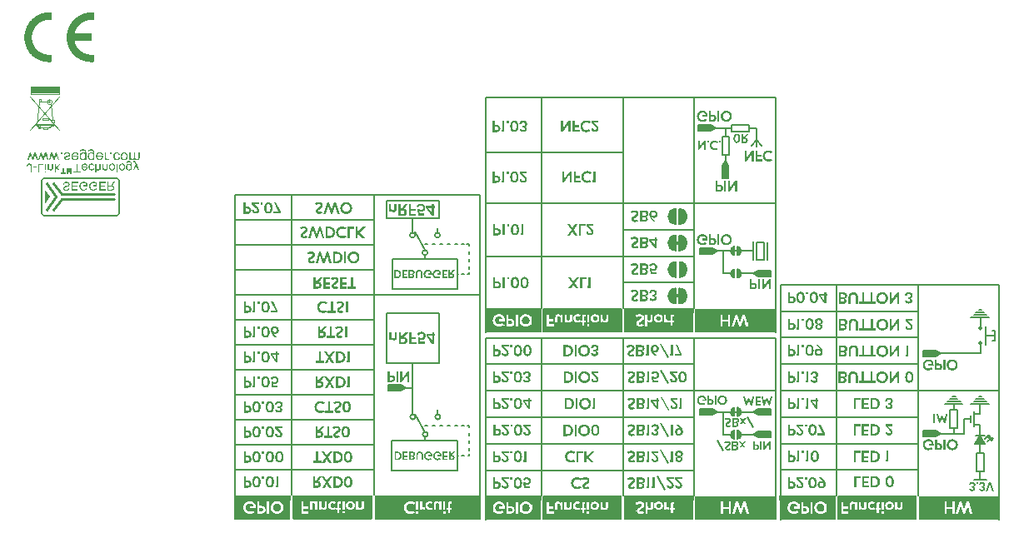
<source format=gbo>
G04*
G04 #@! TF.GenerationSoftware,Altium Limited,Altium Designer,24.6.1 (21)*
G04*
G04 Layer_Color=32896*
%FSLAX24Y24*%
%MOIN*%
G70*
G04*
G04 #@! TF.SameCoordinates,3324350E-0B28-4C73-BA69-32ECCD091292*
G04*
G04*
G04 #@! TF.FilePolarity,Positive*
G04*
G01*
G75*
%ADD10C,0.0060*%
%ADD13C,0.0079*%
%ADD14C,0.0059*%
%ADD19C,0.0049*%
%ADD153C,0.0080*%
%ADD178C,0.0110*%
%ADD179C,0.0120*%
%ADD180R,0.1150X0.0289*%
%ADD181R,0.1040X0.0980*%
%ADD182R,0.4209X0.0170*%
%ADD183R,0.4209X0.0180*%
%ADD184R,0.1993X0.0180*%
%ADD185R,0.0940X0.0980*%
%ADD186R,0.1000X0.0980*%
%ADD187R,0.0258X0.0980*%
%ADD188R,0.3180X0.0200*%
%ADD189R,0.3170X0.0160*%
%ADD190R,0.0170X0.0980*%
%ADD191R,0.0297X0.0980*%
%ADD192R,0.0303X0.0980*%
%ADD193R,0.2250X0.0200*%
%ADD194R,0.2240X0.0160*%
%ADD195R,0.0255X0.0980*%
%ADD196R,0.0465X0.0980*%
%ADD197R,0.2790X0.0190*%
%ADD198R,0.2759X0.0160*%
%ADD199R,0.1811X0.0170*%
%ADD200R,0.0625X0.0980*%
%ADD201R,0.0413X0.0980*%
%ADD202R,0.0140X0.0980*%
%ADD203R,0.0500X0.0980*%
%ADD204R,0.0240X0.0980*%
%ADD205R,0.0620X0.0980*%
%ADD206R,0.0413X0.0980*%
G36*
X3390Y24018D02*
D01*
Y24018D01*
Y24018D01*
D02*
G37*
G36*
X1628Y24022D02*
X1656Y24021D01*
X1683Y24019D01*
X1697Y24018D01*
Y24018D01*
Y24018D01*
D01*
X1697Y23719D01*
X1686Y23720D01*
X1663Y23723D01*
X1640Y23725D01*
X1617Y23726D01*
X1594Y23726D01*
X1571Y23726D01*
X1548Y23724D01*
X1525Y23722D01*
X1502Y23719D01*
X1479Y23716D01*
X1456Y23712D01*
X1434Y23707D01*
X1412Y23701D01*
X1389Y23694D01*
X1368Y23687D01*
X1346Y23679D01*
X1325Y23671D01*
X1304Y23661D01*
X1283Y23651D01*
X1262Y23641D01*
X1242Y23629D01*
X1223Y23617D01*
X1203Y23604D01*
X1185Y23591D01*
X1166Y23577D01*
X1148Y23563D01*
X1131Y23548D01*
X1114Y23532D01*
X1098Y23516D01*
X1082Y23499D01*
X1067Y23482D01*
X1052Y23464D01*
X1038Y23446D01*
X1024Y23427D01*
X1011Y23408D01*
X999Y23389D01*
X987Y23369D01*
X977Y23348D01*
X966Y23328D01*
X957Y23307D01*
X948Y23286D01*
X940Y23264D01*
X932Y23242D01*
X925Y23220D01*
X919Y23198D01*
X914Y23175D01*
X910Y23153D01*
X906Y23130D01*
X903Y23107D01*
X901Y23084D01*
X899Y23061D01*
X898Y23038D01*
Y23015D01*
X899Y22992D01*
X901Y22969D01*
X903Y22946D01*
X906Y22924D01*
X910Y22901D01*
X914Y22878D01*
X919Y22856D01*
X925Y22834D01*
X932Y22812D01*
X940Y22790D01*
X948Y22768D01*
X957Y22747D01*
X966Y22726D01*
X977Y22705D01*
X987Y22685D01*
X999Y22665D01*
X1011Y22646D01*
X1024Y22627D01*
X1038Y22608D01*
X1052Y22590D01*
X1067Y22572D01*
X1082Y22555D01*
X1098Y22538D01*
X1114Y22522D01*
X1131Y22506D01*
X1148Y22491D01*
X1166Y22476D01*
X1185Y22463D01*
X1203Y22449D01*
X1223Y22437D01*
X1242Y22425D01*
X1262Y22413D01*
X1283Y22402D01*
X1304Y22392D01*
X1325Y22383D01*
X1346Y22374D01*
X1368Y22367D01*
X1389Y22359D01*
X1412Y22353D01*
X1434Y22347D01*
X1456Y22342D01*
X1479Y22338D01*
X1502Y22334D01*
X1525Y22331D01*
X1548Y22329D01*
X1571Y22328D01*
X1594Y22328D01*
X1617Y22328D01*
X1640Y22329D01*
X1663Y22331D01*
X1686Y22333D01*
X1697Y22335D01*
X1697Y22335D01*
Y22036D01*
X1683Y22035D01*
X1656Y22033D01*
X1628Y22031D01*
X1600Y22031D01*
X1572Y22031D01*
X1545Y22032D01*
X1517Y22034D01*
X1489Y22037D01*
X1462Y22040D01*
X1434Y22044D01*
X1407Y22049D01*
X1380Y22055D01*
X1353Y22061D01*
X1326Y22069D01*
X1300Y22077D01*
X1273Y22085D01*
X1247Y22095D01*
X1221Y22105D01*
X1196Y22116D01*
X1171Y22127D01*
X1146Y22139D01*
X1121Y22152D01*
X1097Y22166D01*
X1073Y22180D01*
X1050Y22195D01*
X1027Y22211D01*
X1004Y22227D01*
X982Y22244D01*
X961Y22261D01*
X940Y22279D01*
X919Y22298D01*
X899Y22317D01*
X880Y22337D01*
X861Y22357D01*
X842Y22378D01*
X825Y22399D01*
X807Y22421D01*
X791Y22443D01*
X775Y22466D01*
X759Y22489D01*
X745Y22512D01*
X731Y22536D01*
X717Y22560D01*
X705Y22585D01*
X693Y22610D01*
X682Y22636D01*
X671Y22661D01*
X661Y22687D01*
X652Y22713D01*
X644Y22740D01*
X636Y22766D01*
X629Y22793D01*
X623Y22820D01*
X618Y22848D01*
X613Y22875D01*
X609Y22902D01*
X606Y22930D01*
X604Y22958D01*
X602Y22985D01*
X602Y23013D01*
Y23041D01*
X602Y23068D01*
X604Y23096D01*
X606Y23124D01*
X609Y23151D01*
X613Y23179D01*
X618Y23206D01*
X623Y23233D01*
X629Y23260D01*
X636Y23287D01*
X644Y23314D01*
X652Y23340D01*
X661Y23367D01*
X671Y23393D01*
X682Y23418D01*
X693Y23444D01*
X705Y23469D01*
X717Y23493D01*
X731Y23518D01*
X745Y23541D01*
X759Y23565D01*
X775Y23588D01*
X791Y23611D01*
X807Y23633D01*
X825Y23655D01*
X842Y23676D01*
X861Y23697D01*
X880Y23717D01*
X899Y23737D01*
X919Y23756D01*
X940Y23775D01*
X961Y23793D01*
X982Y23810D01*
X1004Y23827D01*
X1027Y23843D01*
X1050Y23859D01*
X1073Y23874D01*
X1097Y23888D01*
X1121Y23901D01*
X1146Y23914D01*
X1171Y23927D01*
X1196Y23938D01*
X1221Y23949D01*
X1247Y23959D01*
X1273Y23969D01*
X1300Y23977D01*
X1326Y23985D01*
X1353Y23992D01*
X1380Y23999D01*
X1407Y24004D01*
X1434Y24009D01*
X1462Y24013D01*
X1489Y24017D01*
X1517Y24019D01*
X1545Y24021D01*
X1572Y24022D01*
X1600Y24023D01*
X1628Y24022D01*
D02*
G37*
G36*
X3321D02*
X3348Y24021D01*
X3376Y24019D01*
X3390Y24018D01*
X3390Y23719D01*
X3379Y23720D01*
X3357Y23723D01*
X3336Y23725D01*
X3314Y23726D01*
X3292Y23726D01*
X3270Y23726D01*
X3248Y23725D01*
X3227Y23723D01*
X3205Y23721D01*
X3183Y23718D01*
X3162Y23714D01*
X3140Y23710D01*
X3119Y23705D01*
X3098Y23699D01*
X3077Y23693D01*
X3056Y23686D01*
X3036Y23678D01*
X3016Y23670D01*
X2996Y23661D01*
X2976Y23652D01*
X2957Y23641D01*
X2938Y23631D01*
X2919Y23619D01*
X2901Y23608D01*
X2883Y23595D01*
X2865Y23582D01*
X2848Y23569D01*
X2832Y23555D01*
X2815Y23540D01*
X2800Y23525D01*
X2784Y23509D01*
X2769Y23493D01*
X2755Y23477D01*
X2741Y23460D01*
X2728Y23443D01*
X2715Y23425D01*
X2703Y23407D01*
X2692Y23388D01*
X2681Y23369D01*
X2670Y23350D01*
X2660Y23331D01*
X2651Y23311D01*
X2643Y23291D01*
X2635Y23270D01*
X2628Y23250D01*
X2621Y23229D01*
X2615Y23208D01*
X2610Y23187D01*
X2607Y23176D01*
X2607Y23176D01*
X3290D01*
X3290Y22877D01*
X2607D01*
X2610Y22867D01*
X2615Y22846D01*
X2621Y22825D01*
X2628Y22804D01*
X2635Y22783D01*
X2643Y22763D01*
X2651Y22743D01*
X2660Y22723D01*
X2670Y22704D01*
X2681Y22684D01*
X2692Y22666D01*
X2703Y22647D01*
X2715Y22629D01*
X2728Y22611D01*
X2741Y22594D01*
X2755Y22577D01*
X2769Y22560D01*
X2784Y22544D01*
X2800Y22529D01*
X2815Y22514D01*
X2832Y22499D01*
X2848Y22485D01*
X2865Y22472D01*
X2883Y22459D01*
X2901Y22446D01*
X2919Y22434D01*
X2938Y22423D01*
X2957Y22412D01*
X2976Y22402D01*
X2996Y22393D01*
X3016Y22384D01*
X3036Y22376D01*
X3056Y22368D01*
X3077Y22361D01*
X3098Y22355D01*
X3119Y22349D01*
X3140Y22344D01*
X3162Y22340D01*
X3183Y22336D01*
X3205Y22333D01*
X3227Y22331D01*
X3248Y22329D01*
X3270Y22328D01*
X3292Y22328D01*
X3314Y22328D01*
X3336Y22329D01*
X3357Y22331D01*
X3379Y22333D01*
X3390Y22335D01*
X3390Y22335D01*
Y22036D01*
X3376Y22035D01*
X3348Y22033D01*
X3321Y22031D01*
X3293Y22031D01*
X3265Y22031D01*
X3237Y22032D01*
X3210Y22034D01*
X3182Y22037D01*
X3155Y22040D01*
X3127Y22044D01*
X3100Y22049D01*
X3073Y22055D01*
X3046Y22061D01*
X3019Y22069D01*
X2992Y22077D01*
X2966Y22085D01*
X2940Y22095D01*
X2914Y22105D01*
X2889Y22116D01*
X2863Y22127D01*
X2839Y22139D01*
X2814Y22152D01*
X2790Y22166D01*
X2766Y22180D01*
X2743Y22195D01*
X2720Y22211D01*
X2697Y22227D01*
X2675Y22244D01*
X2654Y22261D01*
X2633Y22279D01*
X2612Y22298D01*
X2592Y22317D01*
X2572Y22337D01*
X2553Y22357D01*
X2535Y22378D01*
X2517Y22399D01*
X2500Y22421D01*
X2484Y22443D01*
X2468Y22466D01*
X2452Y22489D01*
X2438Y22512D01*
X2424Y22536D01*
X2410Y22560D01*
X2398Y22585D01*
X2386Y22610D01*
X2374Y22636D01*
X2364Y22661D01*
X2354Y22687D01*
X2345Y22713D01*
X2337Y22740D01*
X2329Y22766D01*
X2322Y22793D01*
X2316Y22820D01*
X2311Y22848D01*
X2306Y22875D01*
X2302Y22902D01*
X2299Y22930D01*
X2297Y22958D01*
X2295Y22985D01*
X2294Y23013D01*
Y23041D01*
X2295Y23068D01*
X2297Y23096D01*
X2299Y23124D01*
X2302Y23151D01*
X2306Y23179D01*
X2311Y23206D01*
X2316Y23233D01*
X2322Y23260D01*
X2329Y23287D01*
X2337Y23314D01*
X2345Y23340D01*
X2354Y23367D01*
X2364Y23393D01*
X2374Y23418D01*
X2386Y23444D01*
X2398Y23469D01*
X2410Y23493D01*
X2424Y23518D01*
X2438Y23541D01*
X2452Y23565D01*
X2468Y23588D01*
X2484Y23611D01*
X2500Y23633D01*
X2517Y23655D01*
X2535Y23676D01*
X2553Y23697D01*
X2572Y23717D01*
X2592Y23737D01*
X2612Y23756D01*
X2633Y23775D01*
X2654Y23793D01*
X2675Y23810D01*
X2697Y23827D01*
X2720Y23843D01*
X2743Y23859D01*
X2766Y23874D01*
X2790Y23888D01*
X2814Y23901D01*
X2839Y23914D01*
X2863Y23927D01*
X2889Y23938D01*
X2914Y23949D01*
X2940Y23959D01*
X2966Y23969D01*
X2992Y23977D01*
X3019Y23985D01*
X3046Y23992D01*
X3073Y23999D01*
X3100Y24004D01*
X3127Y24009D01*
X3155Y24013D01*
X3182Y24017D01*
X3210Y24019D01*
X3237Y24021D01*
X3265Y24022D01*
X3293Y24023D01*
X3321Y24022D01*
D02*
G37*
G36*
X1731Y19548D02*
X1734Y19548D01*
X1737Y19546D01*
X1740Y19545D01*
X1743Y19543D01*
X1745Y19540D01*
X1747Y19537D01*
X1749Y19535D01*
X1750Y19531D01*
X1751Y19529D01*
X1751Y19526D01*
Y19522D01*
X1751Y19519D01*
X1750Y19516D01*
X1749Y19513D01*
X1749Y19511D01*
X1748Y19508D01*
X1747Y19505D01*
X1746Y19502D01*
X1745Y19499D01*
X1743Y19495D01*
X1742Y19491D01*
X1740Y19487D01*
X1739Y19484D01*
X1736Y19480D01*
X1735Y19476D01*
X1732Y19471D01*
X1729Y19467D01*
X1726Y19463D01*
X1724Y19459D01*
X1721Y19455D01*
X1717Y19450D01*
X1714Y19446D01*
X1710Y19442D01*
X1707Y19438D01*
X1703Y19434D01*
X1695Y19426D01*
X1691Y19422D01*
X1687Y19418D01*
X1683Y19416D01*
X1678Y19411D01*
X1674Y19408D01*
X1669Y19406D01*
X1664Y19403D01*
X1660Y19401D01*
X1655Y19398D01*
X1649Y19396D01*
X1644Y19394D01*
X1639Y19392D01*
X1633Y19390D01*
X1627Y19388D01*
X1621Y19386D01*
X1615Y19385D01*
X1612Y19384D01*
X1605Y19382D01*
X1600Y19381D01*
X1595Y19380D01*
X1591Y19379D01*
X1585Y19378D01*
X1579Y19377D01*
X1574Y19376D01*
X1568Y19375D01*
X1561Y19374D01*
X1554Y19373D01*
X1546Y19372D01*
X1538Y19371D01*
X1531Y19370D01*
X1526Y19369D01*
X1522Y19369D01*
X1519Y19370D01*
X1515Y19371D01*
X1511Y19373D01*
X1508Y19375D01*
X1505Y19377D01*
X1503Y19380D01*
X1501Y19383D01*
X1500Y19386D01*
X1499Y19389D01*
X1498Y19393D01*
Y19396D01*
X1499Y19399D01*
X1500Y19402D01*
X1501Y19404D01*
X1502Y19407D01*
X1503Y19409D01*
X1505Y19411D01*
X1507Y19413D01*
X1509Y19414D01*
X1511Y19415D01*
X1513Y19417D01*
X1516Y19418D01*
X1518Y19418D01*
X1521Y19418D01*
X1524Y19419D01*
X1528Y19419D01*
X1534Y19420D01*
X1541Y19421D01*
X1545Y19421D01*
X1551Y19422D01*
X1557Y19423D01*
X1561Y19424D01*
X1565Y19424D01*
X1568Y19425D01*
X1572Y19426D01*
X1576Y19426D01*
X1580Y19427D01*
X1584Y19428D01*
X1588Y19429D01*
X1592Y19430D01*
X1596Y19431D01*
X1600Y19432D01*
X1604Y19433D01*
X1608Y19434D01*
X1611Y19435D01*
X1614Y19435D01*
X1617Y19436D01*
X1620Y19438D01*
X1623Y19438D01*
X1627Y19440D01*
X1630Y19441D01*
X1633Y19442D01*
X1636Y19444D01*
X1639Y19445D01*
X1641Y19446D01*
X1643Y19447D01*
X1646Y19449D01*
X1648Y19450D01*
X1650Y19452D01*
X1653Y19454D01*
X1655Y19456D01*
X1658Y19459D01*
X1661Y19462D01*
X1664Y19464D01*
X1668Y19468D01*
X1671Y19471D01*
X1673Y19474D01*
X1677Y19478D01*
X1680Y19482D01*
X1683Y19487D01*
X1686Y19491D01*
X1689Y19495D01*
X1691Y19500D01*
X1693Y19503D01*
X1695Y19507D01*
X1697Y19512D01*
X1699Y19517D01*
X1701Y19521D01*
X1702Y19525D01*
X1702Y19529D01*
X1703Y19532D01*
X1705Y19535D01*
X1707Y19539D01*
X1710Y19543D01*
X1713Y19544D01*
X1716Y19546D01*
X1720Y19548D01*
X1724Y19549D01*
X1728D01*
X1731Y19548D01*
D02*
G37*
G36*
X1103D02*
X1107Y19547D01*
X1111Y19546D01*
X1114Y19543D01*
X1118Y19540D01*
X1121Y19534D01*
X1122Y19532D01*
X1123Y19529D01*
X1123Y19526D01*
X1124Y19523D01*
X1125Y19520D01*
X1126Y19515D01*
X1129Y19509D01*
X1132Y19504D01*
X1133Y19500D01*
X1137Y19494D01*
X1139Y19491D01*
X1142Y19487D01*
X1145Y19482D01*
X1148Y19478D01*
X1151Y19476D01*
X1154Y19472D01*
X1157Y19468D01*
X1160Y19465D01*
X1164Y19462D01*
X1168Y19458D01*
X1172Y19455D01*
X1178Y19450D01*
X1182Y19446D01*
X1183Y19446D01*
X1220Y19433D01*
X1222Y19432D01*
X1232Y19430D01*
X1241Y19428D01*
X1251Y19426D01*
X1260Y19424D01*
X1268Y19423D01*
X1276Y19422D01*
X1284Y19421D01*
X1288Y19420D01*
X1295Y19419D01*
X1301Y19419D01*
X1308Y19418D01*
X1314Y19417D01*
X1320Y19417D01*
X1329Y19416D01*
X1335Y19416D01*
X1344Y19415D01*
X1350Y19414D01*
X1354Y19413D01*
X1358Y19411D01*
X1362Y19407D01*
X1364Y19406D01*
X1366Y19402D01*
X1367Y19399D01*
X1368Y19395D01*
X1369Y19392D01*
Y19388D01*
X1368Y19383D01*
X1366Y19379D01*
X1364Y19375D01*
X1360Y19372D01*
X1357Y19369D01*
X1353Y19367D01*
X1348Y19366D01*
X1344Y19366D01*
X1337Y19366D01*
X1327Y19367D01*
X1318Y19368D01*
X1310Y19368D01*
X1297Y19370D01*
X1284Y19371D01*
X1272Y19373D01*
X1261Y19374D01*
X1249Y19376D01*
X1237Y19379D01*
X1225Y19381D01*
X1213Y19384D01*
X1207Y19386D01*
X1154Y19407D01*
X1150Y19409D01*
X1146Y19412D01*
X1140Y19417D01*
X1134Y19422D01*
X1128Y19428D01*
X1120Y19436D01*
X1114Y19443D01*
X1107Y19451D01*
X1103Y19457D01*
X1098Y19463D01*
X1094Y19469D01*
X1089Y19478D01*
X1086Y19486D01*
X1081Y19495D01*
X1079Y19501D01*
X1077Y19509D01*
X1075Y19517D01*
X1074Y19523D01*
Y19526D01*
X1074Y19528D01*
X1076Y19533D01*
X1077Y19536D01*
X1080Y19540D01*
X1083Y19543D01*
X1087Y19546D01*
X1090Y19547D01*
X1094Y19548D01*
X1099Y19549D01*
X1103Y19548D01*
D02*
G37*
G36*
X28155Y19441D02*
X28194Y19413D01*
X28202Y19390D01*
Y19386D01*
X28076Y19260D01*
X27903D01*
X27557Y19256D01*
X27560Y19260D01*
Y19492D01*
X28075D01*
X28155Y19441D01*
D02*
G37*
G36*
X28777Y17909D02*
Y17736D01*
X28781Y17389D01*
X28777Y17393D01*
X28545D01*
Y17908D01*
X28596Y17987D01*
X28624Y18027D01*
X28647Y18035D01*
X28651D01*
X28777Y17909D01*
D02*
G37*
G36*
X1639Y16645D02*
X1426Y16360D01*
Y16930D01*
X1639Y16645D01*
D02*
G37*
G36*
X26652Y15872D02*
X26653Y15550D01*
X26529Y15590D01*
X26459Y15630D01*
X26379Y15720D01*
X26359Y15840D01*
X26389Y15940D01*
X26399Y16010D01*
X26459Y16090D01*
X26529Y16130D01*
X26653Y16180D01*
X26652Y15872D01*
D02*
G37*
G36*
X26938Y16110D02*
X27008Y16070D01*
X27088Y15980D01*
X27108Y15860D01*
X27078Y15760D01*
X27068Y15690D01*
X27008Y15610D01*
X26938Y15570D01*
X26814Y15520D01*
X26815Y15828D01*
X26814Y16150D01*
X26938Y16110D01*
D02*
G37*
G36*
X26652Y14812D02*
X26653Y14490D01*
X26529Y14530D01*
X26459Y14570D01*
X26379Y14660D01*
X26359Y14780D01*
X26389Y14880D01*
X26399Y14950D01*
X26459Y15030D01*
X26529Y15070D01*
X26653Y15120D01*
X26652Y14812D01*
D02*
G37*
G36*
X26938Y15050D02*
X27008Y15010D01*
X27088Y14920D01*
X27108Y14800D01*
X27078Y14700D01*
X27068Y14630D01*
X27008Y14550D01*
X26938Y14510D01*
X26814Y14460D01*
X26815Y14768D01*
X26814Y15090D01*
X26938Y15050D01*
D02*
G37*
G36*
X28211Y14521D02*
X28250Y14493D01*
X28258Y14470D01*
Y14466D01*
X28132Y14340D01*
X27959D01*
X27613Y14336D01*
X27617Y14340D01*
Y14572D01*
X28131D01*
X28211Y14521D01*
D02*
G37*
G36*
X29184Y14660D02*
X29210Y14643D01*
X29239Y14614D01*
X29260Y14591D01*
X29283Y14553D01*
X29294Y14516D01*
X29292Y14429D01*
X29282Y14401D01*
X29249Y14346D01*
X29216Y14315D01*
X29179Y14292D01*
X29140Y14280D01*
X29120Y14287D01*
X29108Y14307D01*
Y14647D01*
X29138Y14676D01*
X29184Y14660D01*
D02*
G37*
G36*
X29016Y14667D02*
X29027Y14646D01*
Y14306D01*
X28998Y14277D01*
X28951Y14293D01*
X28926Y14310D01*
X28897Y14339D01*
X28876Y14361D01*
X28853Y14401D01*
X28842Y14438D01*
X28844Y14525D01*
X28854Y14553D01*
X28887Y14606D01*
X28920Y14639D01*
X28956Y14661D01*
X28996Y14674D01*
X29016Y14667D01*
D02*
G37*
G36*
X30440Y13700D02*
Y13468D01*
X29926D01*
X29846Y13519D01*
X29806Y13546D01*
X29798Y13570D01*
Y13574D01*
X29924Y13700D01*
X30098D01*
X30444Y13704D01*
X30440Y13700D01*
D02*
G37*
G36*
X26654Y13752D02*
X26655Y13430D01*
X26531Y13470D01*
X26461Y13510D01*
X26381Y13600D01*
X26361Y13720D01*
X26391Y13820D01*
X26401Y13890D01*
X26461Y13970D01*
X26531Y14010D01*
X26655Y14060D01*
X26654Y13752D01*
D02*
G37*
G36*
X26940Y13990D02*
X27010Y13950D01*
X27090Y13860D01*
X27110Y13740D01*
X27080Y13640D01*
X27070Y13570D01*
X27010Y13490D01*
X26940Y13450D01*
X26816Y13400D01*
X26817Y13708D01*
X26816Y14030D01*
X26940Y13990D01*
D02*
G37*
G36*
X29184Y13750D02*
X29210Y13734D01*
X29239Y13705D01*
X29260Y13681D01*
X29283Y13643D01*
X29294Y13606D01*
X29292Y13519D01*
X29282Y13491D01*
X29249Y13436D01*
X29216Y13405D01*
X29178Y13385D01*
X29138Y13375D01*
X29120Y13376D01*
X29108Y13397D01*
Y13737D01*
X29138Y13766D01*
X29184Y13750D01*
D02*
G37*
G36*
X29016Y13762D02*
X29027Y13741D01*
Y13401D01*
X28998Y13372D01*
X28951Y13388D01*
X28926Y13405D01*
X28897Y13434D01*
X28876Y13456D01*
X28853Y13496D01*
X28842Y13533D01*
X28844Y13620D01*
X28854Y13648D01*
X28887Y13701D01*
X28920Y13734D01*
X28956Y13756D01*
X28996Y13769D01*
X29016Y13762D01*
D02*
G37*
G36*
X26652Y12692D02*
X26653Y12370D01*
X26529Y12410D01*
X26459Y12450D01*
X26379Y12540D01*
X26359Y12660D01*
X26389Y12760D01*
X26399Y12830D01*
X26459Y12910D01*
X26529Y12950D01*
X26653Y13000D01*
X26652Y12692D01*
D02*
G37*
G36*
X26938Y12930D02*
X27008Y12890D01*
X27088Y12800D01*
X27108Y12680D01*
X27078Y12580D01*
X27068Y12510D01*
X27008Y12430D01*
X26938Y12390D01*
X26814Y12340D01*
X26815Y12648D01*
X26814Y12970D01*
X26938Y12930D01*
D02*
G37*
G36*
X37161Y10418D02*
X37201Y10391D01*
X37208Y10367D01*
Y10363D01*
X37082Y10237D01*
X36909D01*
X36563Y10233D01*
X36567Y10237D01*
Y10469D01*
X37081D01*
X37161Y10418D01*
D02*
G37*
G36*
X15765Y9047D02*
X15804Y9019D01*
X15812Y8996D01*
Y8992D01*
X15686Y8866D01*
X15513D01*
X15166Y8862D01*
X15170Y8866D01*
Y9098D01*
X15685D01*
X15765Y9047D01*
D02*
G37*
G36*
X30440Y8155D02*
Y7923D01*
X29926D01*
X29846Y7974D01*
X29806Y8002D01*
X29798Y8025D01*
Y8029D01*
X29924Y8155D01*
X30098D01*
X30444Y8159D01*
X30440Y8155D01*
D02*
G37*
G36*
X28211Y8076D02*
X28250Y8049D01*
X28258Y8025D01*
Y8021D01*
X28132Y7895D01*
X27959D01*
X27613Y7891D01*
X27617Y7895D01*
Y8127D01*
X28131D01*
X28211Y8076D01*
D02*
G37*
G36*
X29184Y8216D02*
X29210Y8199D01*
X29239Y8170D01*
X29260Y8147D01*
X29283Y8108D01*
X29294Y8071D01*
X29292Y7984D01*
X29282Y7956D01*
X29249Y7902D01*
X29216Y7870D01*
X29179Y7847D01*
X29140Y7835D01*
X29120Y7842D01*
X29108Y7863D01*
Y8202D01*
X29138Y8231D01*
X29184Y8216D01*
D02*
G37*
G36*
X29016Y8222D02*
X29027Y8201D01*
Y7862D01*
X28998Y7833D01*
X28951Y7848D01*
X28926Y7865D01*
X28897Y7894D01*
X28876Y7917D01*
X28853Y7956D01*
X28842Y7993D01*
X28844Y8080D01*
X28854Y8108D01*
X28887Y8162D01*
X28920Y8194D01*
X28956Y8217D01*
X28996Y8229D01*
X29016Y8222D01*
D02*
G37*
G36*
X37166Y7216D02*
X37206Y7188D01*
X37214Y7165D01*
Y7160D01*
X37088Y7034D01*
X36914D01*
X36568Y7031D01*
X36572Y7034D01*
Y7267D01*
X37086D01*
X37166Y7216D01*
D02*
G37*
G36*
X30440Y7255D02*
Y7023D01*
X29926D01*
X29846Y7074D01*
X29806Y7102D01*
X29798Y7125D01*
Y7129D01*
X29924Y7255D01*
X30098D01*
X30444Y7259D01*
X30440Y7255D01*
D02*
G37*
G36*
X29184Y7306D02*
X29210Y7289D01*
X29239Y7260D01*
X29260Y7237D01*
X29283Y7198D01*
X29294Y7161D01*
X29292Y7074D01*
X29282Y7046D01*
X29249Y6992D01*
X29216Y6960D01*
X29178Y6940D01*
X29138Y6930D01*
X29120Y6932D01*
X29108Y6953D01*
Y7292D01*
X29138Y7321D01*
X29184Y7306D01*
D02*
G37*
G36*
X29016Y7317D02*
X29027Y7296D01*
Y6957D01*
X28998Y6928D01*
X28951Y6943D01*
X28926Y6960D01*
X28897Y6989D01*
X28876Y7012D01*
X28853Y7051D01*
X28842Y7088D01*
X28844Y7175D01*
X28854Y7203D01*
X28887Y7257D01*
X28920Y7289D01*
X28956Y7312D01*
X28996Y7324D01*
X29016Y7317D01*
D02*
G37*
G36*
X38914Y6952D02*
X39031Y6748D01*
X38851Y6725D01*
X38650Y6737D01*
X38693Y6830D01*
X38784Y6989D01*
X38858Y7048D01*
X38914Y6952D01*
D02*
G37*
G36*
X19979Y10633D02*
X19801Y10633D01*
X19904Y10526D01*
X19912Y10518D01*
X19918Y10511D01*
X19924Y10504D01*
X19930Y10497D01*
X19935Y10490D01*
X19940Y10485D01*
X19944Y10479D01*
X19948Y10474D01*
X19951Y10469D01*
X19953Y10465D01*
X19956Y10461D01*
X19958Y10459D01*
X19959Y10456D01*
X19960Y10454D01*
X19961Y10453D01*
Y10453D01*
X19966Y10441D01*
X19971Y10429D01*
X19973Y10417D01*
X19976Y10407D01*
X19976Y10402D01*
X19977Y10398D01*
X19977Y10394D01*
Y10391D01*
X19978Y10388D01*
Y10386D01*
Y10385D01*
Y10385D01*
X19977Y10374D01*
X19976Y10364D01*
X19974Y10355D01*
X19972Y10346D01*
X19969Y10338D01*
X19966Y10330D01*
X19963Y10323D01*
X19959Y10317D01*
X19956Y10312D01*
X19952Y10307D01*
X19949Y10303D01*
X19946Y10300D01*
X19944Y10297D01*
X19942Y10295D01*
X19941Y10294D01*
X19941Y10293D01*
X19934Y10287D01*
X19926Y10283D01*
X19917Y10278D01*
X19909Y10274D01*
X19900Y10271D01*
X19892Y10268D01*
X19884Y10266D01*
X19876Y10264D01*
X19868Y10263D01*
X19861Y10262D01*
X19855Y10261D01*
X19849Y10261D01*
X19844Y10260D01*
X19838D01*
X19826Y10261D01*
X19814Y10262D01*
X19803Y10263D01*
X19793Y10266D01*
X19783Y10269D01*
X19774Y10272D01*
X19766Y10275D01*
X19759Y10278D01*
X19752Y10282D01*
X19746Y10285D01*
X19742Y10289D01*
X19738Y10292D01*
X19735Y10294D01*
X19732Y10296D01*
X19731Y10297D01*
X19731Y10297D01*
X19724Y10304D01*
X19717Y10312D01*
X19712Y10320D01*
X19708Y10329D01*
X19704Y10337D01*
X19701Y10345D01*
X19698Y10354D01*
X19695Y10362D01*
X19694Y10369D01*
X19692Y10376D01*
X19691Y10382D01*
X19691Y10388D01*
X19690Y10393D01*
X19690Y10396D01*
Y10398D01*
Y10399D01*
X19770D01*
X19771Y10388D01*
X19773Y10378D01*
X19776Y10370D01*
X19779Y10363D01*
X19783Y10358D01*
X19785Y10354D01*
X19787Y10352D01*
X19788Y10351D01*
X19795Y10345D01*
X19803Y10341D01*
X19811Y10338D01*
X19819Y10336D01*
X19826Y10335D01*
X19831Y10334D01*
X19833Y10334D01*
X19836D01*
X19846Y10334D01*
X19854Y10336D01*
X19862Y10338D01*
X19868Y10341D01*
X19873Y10344D01*
X19877Y10346D01*
X19878Y10348D01*
X19879Y10349D01*
X19885Y10355D01*
X19889Y10361D01*
X19892Y10368D01*
X19894Y10375D01*
X19895Y10381D01*
X19895Y10386D01*
X19896Y10388D01*
Y10388D01*
Y10389D01*
Y10390D01*
X19895Y10398D01*
X19894Y10405D01*
X19892Y10412D01*
X19890Y10419D01*
X19887Y10424D01*
X19885Y10429D01*
X19884Y10431D01*
X19883Y10432D01*
Y10432D01*
X19878Y10441D01*
X19871Y10450D01*
X19864Y10459D01*
X19856Y10468D01*
X19850Y10475D01*
X19847Y10478D01*
X19845Y10481D01*
X19842Y10483D01*
X19841Y10485D01*
X19840Y10486D01*
X19840Y10486D01*
X19691Y10645D01*
Y10705D01*
X19979D01*
Y10633D01*
D02*
G37*
G36*
X20123Y10616D02*
X20033D01*
Y10705D01*
X20123D01*
Y10616D01*
D02*
G37*
G36*
X20742Y10714D02*
X20755Y10712D01*
X20768Y10709D01*
X20780Y10705D01*
X20791Y10701D01*
X20801Y10696D01*
X20810Y10691D01*
X20818Y10685D01*
X20825Y10680D01*
X20832Y10674D01*
X20837Y10669D01*
X20842Y10665D01*
X20845Y10661D01*
X20848Y10658D01*
X20849Y10656D01*
X20850Y10656D01*
X20857Y10644D01*
X20864Y10631D01*
X20870Y10618D01*
X20875Y10604D01*
X20879Y10590D01*
X20882Y10576D01*
X20885Y10563D01*
X20887Y10549D01*
X20889Y10536D01*
X20891Y10525D01*
X20892Y10514D01*
X20893Y10505D01*
Y10497D01*
X20893Y10495D01*
Y10492D01*
Y10490D01*
Y10489D01*
Y10488D01*
Y10487D01*
X20893Y10468D01*
X20891Y10449D01*
X20889Y10431D01*
X20887Y10415D01*
X20883Y10400D01*
X20880Y10386D01*
X20876Y10373D01*
X20872Y10362D01*
X20867Y10352D01*
X20864Y10344D01*
X20860Y10336D01*
X20857Y10330D01*
X20854Y10325D01*
X20852Y10322D01*
X20851Y10320D01*
X20850Y10319D01*
X20842Y10309D01*
X20833Y10300D01*
X20823Y10292D01*
X20813Y10285D01*
X20803Y10279D01*
X20792Y10275D01*
X20783Y10271D01*
X20773Y10268D01*
X20763Y10265D01*
X20755Y10263D01*
X20747Y10262D01*
X20741Y10261D01*
X20735Y10261D01*
X20731Y10260D01*
X20727D01*
X20713Y10261D01*
X20699Y10263D01*
X20686Y10266D01*
X20675Y10270D01*
X20663Y10274D01*
X20653Y10279D01*
X20644Y10284D01*
X20636Y10290D01*
X20629Y10295D01*
X20622Y10300D01*
X20617Y10306D01*
X20612Y10310D01*
X20609Y10314D01*
X20606Y10317D01*
X20605Y10319D01*
X20604Y10319D01*
X20597Y10331D01*
X20590Y10344D01*
X20584Y10357D01*
X20580Y10370D01*
X20575Y10384D01*
X20572Y10398D01*
X20569Y10412D01*
X20567Y10425D01*
X20565Y10438D01*
X20564Y10450D01*
X20563Y10460D01*
X20562Y10469D01*
Y10477D01*
X20561Y10480D01*
Y10483D01*
Y10484D01*
Y10486D01*
Y10487D01*
Y10487D01*
X20562Y10507D01*
X20563Y10526D01*
X20565Y10544D01*
X20568Y10560D01*
X20571Y10575D01*
X20575Y10589D01*
X20579Y10601D01*
X20583Y10613D01*
X20587Y10623D01*
X20591Y10632D01*
X20594Y10639D01*
X20598Y10645D01*
X20601Y10650D01*
X20602Y10653D01*
X20604Y10655D01*
X20604Y10656D01*
X20613Y10666D01*
X20622Y10675D01*
X20631Y10683D01*
X20642Y10690D01*
X20652Y10695D01*
X20662Y10700D01*
X20672Y10704D01*
X20682Y10707D01*
X20691Y10710D01*
X20700Y10711D01*
X20708Y10713D01*
X20714Y10714D01*
X20720Y10714D01*
X20724Y10715D01*
X20727D01*
X20742Y10714D01*
D02*
G37*
G36*
X20360D02*
X20373Y10712D01*
X20386Y10709D01*
X20397Y10705D01*
X20408Y10701D01*
X20419Y10696D01*
X20427Y10691D01*
X20436Y10685D01*
X20443Y10680D01*
X20449Y10674D01*
X20455Y10669D01*
X20459Y10665D01*
X20463Y10661D01*
X20465Y10658D01*
X20467Y10656D01*
X20467Y10656D01*
X20475Y10644D01*
X20482Y10631D01*
X20487Y10618D01*
X20492Y10604D01*
X20497Y10590D01*
X20500Y10576D01*
X20503Y10563D01*
X20505Y10549D01*
X20507Y10536D01*
X20508Y10525D01*
X20509Y10514D01*
X20510Y10505D01*
Y10497D01*
X20511Y10495D01*
Y10492D01*
Y10490D01*
Y10489D01*
Y10488D01*
Y10487D01*
X20510Y10468D01*
X20509Y10449D01*
X20507Y10431D01*
X20504Y10415D01*
X20501Y10400D01*
X20497Y10386D01*
X20493Y10373D01*
X20489Y10362D01*
X20485Y10352D01*
X20481Y10344D01*
X20477Y10336D01*
X20474Y10330D01*
X20472Y10325D01*
X20470Y10322D01*
X20468Y10320D01*
X20468Y10319D01*
X20459Y10309D01*
X20450Y10300D01*
X20441Y10292D01*
X20431Y10285D01*
X20420Y10279D01*
X20410Y10275D01*
X20400Y10271D01*
X20390Y10268D01*
X20381Y10265D01*
X20373Y10263D01*
X20365Y10262D01*
X20358Y10261D01*
X20353Y10261D01*
X20349Y10260D01*
X20345D01*
X20331Y10261D01*
X20317Y10263D01*
X20304Y10266D01*
X20292Y10270D01*
X20281Y10274D01*
X20271Y10279D01*
X20262Y10284D01*
X20253Y10290D01*
X20246Y10295D01*
X20240Y10300D01*
X20235Y10306D01*
X20230Y10310D01*
X20227Y10314D01*
X20224Y10317D01*
X20222Y10319D01*
X20222Y10319D01*
X20214Y10331D01*
X20208Y10344D01*
X20202Y10357D01*
X20197Y10370D01*
X20193Y10384D01*
X20189Y10398D01*
X20186Y10412D01*
X20185Y10425D01*
X20183Y10438D01*
X20181Y10450D01*
X20180Y10460D01*
X20179Y10469D01*
Y10477D01*
X20179Y10480D01*
Y10483D01*
Y10484D01*
Y10486D01*
Y10487D01*
Y10487D01*
X20179Y10507D01*
X20181Y10526D01*
X20183Y10544D01*
X20185Y10560D01*
X20189Y10575D01*
X20192Y10589D01*
X20196Y10601D01*
X20200Y10613D01*
X20205Y10623D01*
X20208Y10632D01*
X20212Y10639D01*
X20215Y10645D01*
X20218Y10650D01*
X20220Y10653D01*
X20222Y10655D01*
X20222Y10656D01*
X20230Y10666D01*
X20240Y10675D01*
X20249Y10683D01*
X20259Y10690D01*
X20270Y10695D01*
X20280Y10700D01*
X20290Y10704D01*
X20300Y10707D01*
X20309Y10710D01*
X20317Y10711D01*
X20325Y10713D01*
X20332Y10714D01*
X20338Y10714D01*
X20342Y10715D01*
X20345D01*
X20360Y10714D01*
D02*
G37*
G36*
X19436Y10538D02*
X19511D01*
X19524Y10538D01*
X19536Y10536D01*
X19549Y10534D01*
X19559Y10532D01*
X19569Y10529D01*
X19578Y10526D01*
X19587Y10522D01*
X19594Y10519D01*
X19601Y10515D01*
X19607Y10512D01*
X19612Y10508D01*
X19616Y10505D01*
X19619Y10503D01*
X19622Y10501D01*
X19623Y10499D01*
X19623Y10499D01*
X19630Y10491D01*
X19636Y10483D01*
X19642Y10475D01*
X19646Y10466D01*
X19650Y10457D01*
X19653Y10448D01*
X19656Y10440D01*
X19658Y10432D01*
X19659Y10424D01*
X19661Y10417D01*
X19661Y10411D01*
X19662Y10405D01*
Y10401D01*
X19663Y10397D01*
Y10395D01*
Y10395D01*
X19662Y10383D01*
X19661Y10372D01*
X19659Y10362D01*
X19657Y10352D01*
X19654Y10343D01*
X19650Y10335D01*
X19647Y10327D01*
X19643Y10320D01*
X19639Y10314D01*
X19636Y10308D01*
X19633Y10304D01*
X19629Y10300D01*
X19627Y10297D01*
X19625Y10295D01*
X19624Y10293D01*
X19623Y10293D01*
X19615Y10286D01*
X19607Y10280D01*
X19599Y10275D01*
X19589Y10270D01*
X19580Y10266D01*
X19571Y10263D01*
X19561Y10261D01*
X19552Y10258D01*
X19544Y10257D01*
X19536Y10256D01*
X19529Y10255D01*
X19523Y10254D01*
X19518D01*
X19514Y10254D01*
X19353D01*
Y10705D01*
X19436D01*
Y10538D01*
D02*
G37*
G36*
X25771Y12919D02*
X25783Y12918D01*
X25795Y12916D01*
X25806Y12914D01*
X25816Y12911D01*
X25825Y12908D01*
X25833Y12905D01*
X25841Y12902D01*
X25847Y12899D01*
X25854Y12895D01*
X25858Y12893D01*
X25862Y12890D01*
X25866Y12888D01*
X25868Y12886D01*
X25869Y12885D01*
X25870Y12885D01*
X25877Y12878D01*
X25883Y12870D01*
X25889Y12863D01*
X25893Y12855D01*
X25897Y12846D01*
X25900Y12838D01*
X25903Y12830D01*
X25905Y12823D01*
X25907Y12815D01*
X25908Y12809D01*
X25909Y12803D01*
X25910Y12798D01*
Y12793D01*
X25910Y12790D01*
Y12788D01*
Y12787D01*
X25910Y12779D01*
X25909Y12770D01*
X25908Y12763D01*
X25906Y12756D01*
X25905Y12749D01*
X25903Y12743D01*
X25900Y12737D01*
X25898Y12732D01*
X25896Y12728D01*
X25894Y12724D01*
X25892Y12720D01*
X25890Y12717D01*
X25889Y12715D01*
X25887Y12714D01*
X25887Y12713D01*
X25886Y12712D01*
X25882Y12707D01*
X25876Y12703D01*
X25871Y12699D01*
X25866Y12695D01*
X25854Y12689D01*
X25843Y12685D01*
X25838Y12683D01*
X25833Y12681D01*
X25829Y12681D01*
X25825Y12680D01*
X25822Y12679D01*
X25820Y12679D01*
X25818Y12678D01*
X25818D01*
Y12677D01*
X25831Y12673D01*
X25842Y12668D01*
X25852Y12663D01*
X25861Y12657D01*
X25867Y12651D01*
X25871Y12647D01*
X25873Y12645D01*
X25874Y12644D01*
X25875Y12643D01*
Y12643D01*
X25879Y12637D01*
X25882Y12632D01*
X25887Y12622D01*
X25890Y12611D01*
X25893Y12600D01*
X25895Y12592D01*
X25895Y12588D01*
Y12585D01*
X25896Y12582D01*
Y12580D01*
Y12579D01*
Y12578D01*
X25895Y12569D01*
X25894Y12559D01*
X25892Y12551D01*
X25890Y12542D01*
X25887Y12535D01*
X25884Y12528D01*
X25880Y12522D01*
X25877Y12516D01*
X25874Y12512D01*
X25870Y12507D01*
X25867Y12503D01*
X25864Y12500D01*
X25861Y12498D01*
X25860Y12496D01*
X25859Y12495D01*
X25858Y12495D01*
X25851Y12490D01*
X25843Y12485D01*
X25835Y12481D01*
X25826Y12477D01*
X25817Y12475D01*
X25809Y12472D01*
X25792Y12469D01*
X25784Y12467D01*
X25777Y12466D01*
X25771Y12466D01*
X25765Y12465D01*
X25761Y12465D01*
X25754D01*
X25742Y12465D01*
X25730Y12466D01*
X25720Y12468D01*
X25709Y12470D01*
X25700Y12473D01*
X25691Y12476D01*
X25683Y12478D01*
X25676Y12482D01*
X25669Y12485D01*
X25663Y12488D01*
X25659Y12491D01*
X25655Y12493D01*
X25652Y12495D01*
X25649Y12497D01*
X25648Y12498D01*
X25648Y12498D01*
X25641Y12505D01*
X25635Y12512D01*
X25629Y12520D01*
X25625Y12527D01*
X25621Y12534D01*
X25618Y12542D01*
X25615Y12550D01*
X25613Y12557D01*
X25612Y12564D01*
X25611Y12571D01*
X25610Y12576D01*
X25609Y12581D01*
Y12586D01*
X25608Y12588D01*
Y12591D01*
Y12591D01*
X25689D01*
X25690Y12582D01*
X25692Y12574D01*
X25695Y12568D01*
X25698Y12562D01*
X25701Y12558D01*
X25704Y12555D01*
X25706Y12553D01*
X25706Y12552D01*
X25713Y12548D01*
X25720Y12544D01*
X25728Y12542D01*
X25735Y12540D01*
X25742Y12539D01*
X25747Y12538D01*
X25751D01*
X25762Y12539D01*
X25770Y12541D01*
X25778Y12543D01*
X25784Y12545D01*
X25789Y12548D01*
X25793Y12550D01*
X25795Y12552D01*
X25795Y12553D01*
X25801Y12558D01*
X25804Y12565D01*
X25807Y12571D01*
X25809Y12578D01*
X25810Y12584D01*
X25811Y12588D01*
Y12590D01*
Y12592D01*
Y12592D01*
Y12593D01*
X25810Y12603D01*
X25808Y12612D01*
X25804Y12620D01*
X25799Y12627D01*
X25793Y12633D01*
X25786Y12637D01*
X25779Y12641D01*
X25772Y12644D01*
X25764Y12647D01*
X25757Y12649D01*
X25751Y12650D01*
X25744Y12651D01*
X25740Y12651D01*
X25736Y12652D01*
X25714D01*
Y12717D01*
X25742D01*
X25750Y12717D01*
X25758Y12717D01*
X25765Y12718D01*
X25772Y12719D01*
X25778Y12721D01*
X25783Y12722D01*
X25788Y12723D01*
X25792Y12724D01*
X25795Y12726D01*
X25798Y12727D01*
X25801Y12728D01*
X25802Y12729D01*
X25804Y12730D01*
X25804Y12731D01*
X25805D01*
X25809Y12733D01*
X25812Y12737D01*
X25817Y12745D01*
X25822Y12753D01*
X25824Y12761D01*
X25826Y12768D01*
X25826Y12772D01*
Y12775D01*
X25827Y12777D01*
Y12779D01*
Y12780D01*
Y12780D01*
X25826Y12791D01*
X25824Y12801D01*
X25821Y12810D01*
X25818Y12817D01*
X25815Y12822D01*
X25812Y12826D01*
X25810Y12828D01*
X25810Y12829D01*
X25802Y12835D01*
X25794Y12839D01*
X25786Y12842D01*
X25778Y12844D01*
X25770Y12845D01*
X25767Y12846D01*
X25764D01*
X25762Y12846D01*
X25759D01*
X25747Y12846D01*
X25736Y12844D01*
X25727Y12841D01*
X25720Y12838D01*
X25714Y12835D01*
X25709Y12833D01*
X25707Y12831D01*
X25706Y12830D01*
X25699Y12824D01*
X25694Y12817D01*
X25691Y12809D01*
X25688Y12802D01*
X25686Y12795D01*
X25685Y12790D01*
Y12788D01*
X25685Y12787D01*
Y12786D01*
Y12785D01*
X25602D01*
X25603Y12797D01*
X25605Y12808D01*
X25606Y12818D01*
X25609Y12828D01*
X25612Y12837D01*
X25616Y12845D01*
X25620Y12852D01*
X25624Y12859D01*
X25627Y12865D01*
X25631Y12870D01*
X25635Y12874D01*
X25638Y12878D01*
X25641Y12881D01*
X25642Y12883D01*
X25644Y12884D01*
X25644Y12885D01*
X25652Y12891D01*
X25661Y12896D01*
X25670Y12900D01*
X25679Y12905D01*
X25689Y12908D01*
X25698Y12911D01*
X25707Y12913D01*
X25716Y12915D01*
X25725Y12916D01*
X25733Y12917D01*
X25740Y12918D01*
X25746Y12919D01*
X25751D01*
X25755Y12919D01*
X25758D01*
X25771Y12919D01*
D02*
G37*
G36*
X25433Y12909D02*
X25444Y12908D01*
X25455Y12907D01*
X25465Y12905D01*
X25474Y12902D01*
X25482Y12900D01*
X25490Y12897D01*
X25497Y12893D01*
X25504Y12891D01*
X25510Y12888D01*
X25515Y12885D01*
X25518Y12883D01*
X25522Y12880D01*
X25524Y12879D01*
X25525Y12878D01*
X25526Y12878D01*
X25533Y12871D01*
X25539Y12864D01*
X25545Y12856D01*
X25550Y12849D01*
X25554Y12841D01*
X25557Y12833D01*
X25560Y12825D01*
X25562Y12818D01*
X25564Y12810D01*
X25565Y12804D01*
X25566Y12798D01*
X25567Y12792D01*
Y12788D01*
X25567Y12785D01*
Y12783D01*
Y12782D01*
X25567Y12773D01*
X25566Y12765D01*
X25565Y12757D01*
X25563Y12749D01*
X25561Y12743D01*
X25559Y12736D01*
X25557Y12731D01*
X25555Y12725D01*
X25553Y12721D01*
X25550Y12717D01*
X25548Y12713D01*
X25546Y12710D01*
X25545Y12708D01*
X25543Y12707D01*
X25543Y12706D01*
X25542Y12705D01*
X25538Y12700D01*
X25532Y12696D01*
X25521Y12688D01*
X25510Y12682D01*
X25500Y12677D01*
X25490Y12674D01*
X25486Y12673D01*
X25483Y12672D01*
X25480Y12672D01*
X25478Y12671D01*
X25476Y12671D01*
X25476D01*
Y12669D01*
X25488Y12665D01*
X25498Y12659D01*
X25507Y12653D01*
X25514Y12648D01*
X25519Y12642D01*
X25524Y12638D01*
X25525Y12636D01*
X25526Y12635D01*
X25527Y12634D01*
Y12634D01*
X25533Y12624D01*
X25537Y12614D01*
X25540Y12603D01*
X25542Y12593D01*
X25544Y12585D01*
X25544Y12581D01*
Y12578D01*
X25545Y12576D01*
Y12573D01*
Y12572D01*
Y12572D01*
X25544Y12562D01*
X25543Y12553D01*
X25541Y12544D01*
X25539Y12535D01*
X25536Y12528D01*
X25533Y12521D01*
X25530Y12515D01*
X25526Y12509D01*
X25523Y12504D01*
X25519Y12500D01*
X25516Y12496D01*
X25513Y12493D01*
X25511Y12491D01*
X25509Y12489D01*
X25508Y12488D01*
X25508Y12488D01*
X25501Y12483D01*
X25493Y12478D01*
X25485Y12474D01*
X25477Y12471D01*
X25468Y12468D01*
X25460Y12465D01*
X25444Y12462D01*
X25437Y12461D01*
X25431Y12460D01*
X25425Y12459D01*
X25420Y12459D01*
X25415Y12458D01*
X25231D01*
Y12910D01*
X25422D01*
X25433Y12909D01*
D02*
G37*
G36*
X25027Y12919D02*
X25040Y12918D01*
X25052Y12916D01*
X25063Y12914D01*
X25073Y12912D01*
X25082Y12909D01*
X25091Y12906D01*
X25098Y12902D01*
X25105Y12900D01*
X25111Y12896D01*
X25116Y12893D01*
X25120Y12891D01*
X25123Y12889D01*
X25126Y12887D01*
X25127Y12886D01*
X25128Y12886D01*
X25135Y12879D01*
X25141Y12872D01*
X25147Y12865D01*
X25152Y12857D01*
X25155Y12849D01*
X25159Y12841D01*
X25161Y12833D01*
X25164Y12825D01*
X25166Y12818D01*
X25166Y12811D01*
X25167Y12805D01*
X25168Y12800D01*
Y12796D01*
X25169Y12792D01*
Y12790D01*
Y12790D01*
X25168Y12775D01*
X25166Y12761D01*
X25163Y12749D01*
X25161Y12744D01*
X25159Y12739D01*
X25158Y12734D01*
X25156Y12730D01*
X25154Y12727D01*
X25152Y12724D01*
X25152Y12722D01*
X25151Y12720D01*
X25150Y12719D01*
Y12719D01*
X25146Y12713D01*
X25142Y12708D01*
X25133Y12697D01*
X25123Y12688D01*
X25114Y12680D01*
X25105Y12673D01*
X25101Y12669D01*
X25098Y12667D01*
X25095Y12665D01*
X25093Y12664D01*
X25092Y12663D01*
X25091Y12662D01*
X25013Y12608D01*
X25006Y12602D01*
X25001Y12598D01*
X24996Y12594D01*
X24992Y12591D01*
X24990Y12588D01*
X24987Y12586D01*
X24986Y12585D01*
X24986Y12584D01*
X24983Y12580D01*
X24982Y12576D01*
X24980Y12572D01*
X24979Y12569D01*
X24979Y12565D01*
X24978Y12563D01*
Y12561D01*
Y12561D01*
X24979Y12555D01*
X24980Y12550D01*
X24983Y12546D01*
X24986Y12542D01*
X24989Y12539D01*
X24993Y12536D01*
X24998Y12534D01*
X25002Y12532D01*
X25011Y12530D01*
X25015Y12529D01*
X25018Y12528D01*
X25021Y12528D01*
X25026D01*
X25034Y12528D01*
X25042Y12529D01*
X25050Y12530D01*
X25058Y12532D01*
X25074Y12537D01*
X25082Y12539D01*
X25089Y12542D01*
X25096Y12544D01*
X25102Y12547D01*
X25108Y12549D01*
X25113Y12551D01*
X25116Y12553D01*
X25119Y12554D01*
X25121Y12555D01*
X25122Y12556D01*
X25157Y12480D01*
X25144Y12475D01*
X25132Y12470D01*
X25120Y12466D01*
X25108Y12462D01*
X25096Y12459D01*
X25085Y12456D01*
X25075Y12454D01*
X25065Y12453D01*
X25057Y12452D01*
X25049Y12451D01*
X25042Y12450D01*
X25036Y12449D01*
X25031Y12449D01*
X25025D01*
X25013Y12449D01*
X25002Y12450D01*
X24992Y12452D01*
X24983Y12454D01*
X24974Y12456D01*
X24966Y12459D01*
X24958Y12461D01*
X24952Y12464D01*
X24946Y12467D01*
X24940Y12470D01*
X24936Y12473D01*
X24932Y12475D01*
X24930Y12477D01*
X24928Y12478D01*
X24926Y12479D01*
X24926Y12480D01*
X24920Y12486D01*
X24914Y12492D01*
X24910Y12499D01*
X24906Y12505D01*
X24902Y12513D01*
X24899Y12520D01*
X24897Y12527D01*
X24895Y12533D01*
X24894Y12539D01*
X24893Y12545D01*
X24892Y12550D01*
X24891Y12555D01*
Y12558D01*
X24891Y12561D01*
Y12563D01*
Y12564D01*
X24892Y12577D01*
X24894Y12589D01*
X24896Y12600D01*
X24900Y12609D01*
X24901Y12614D01*
X24903Y12617D01*
X24904Y12621D01*
X24905Y12623D01*
X24907Y12626D01*
X24907Y12627D01*
X24908Y12628D01*
Y12629D01*
X24916Y12639D01*
X24924Y12649D01*
X24933Y12658D01*
X24942Y12666D01*
X24950Y12673D01*
X24954Y12676D01*
X24956Y12678D01*
X24959Y12680D01*
X24961Y12681D01*
X24962Y12682D01*
X24962Y12682D01*
X25035Y12734D01*
X25044Y12741D01*
X25051Y12746D01*
X25057Y12752D01*
X25062Y12756D01*
X25065Y12760D01*
X25068Y12763D01*
X25070Y12765D01*
X25070Y12765D01*
X25074Y12770D01*
X25076Y12775D01*
X25078Y12780D01*
X25079Y12784D01*
X25080Y12788D01*
X25081Y12791D01*
Y12793D01*
Y12794D01*
X25080Y12801D01*
X25078Y12808D01*
X25076Y12813D01*
X25073Y12818D01*
X25070Y12822D01*
X25067Y12825D01*
X25065Y12827D01*
X25064Y12827D01*
X25058Y12831D01*
X25050Y12834D01*
X25042Y12836D01*
X25034Y12838D01*
X25028Y12839D01*
X25022Y12840D01*
X25017D01*
X25007Y12839D01*
X24996Y12838D01*
X24985Y12836D01*
X24975Y12834D01*
X24954Y12827D01*
X24945Y12824D01*
X24936Y12820D01*
X24927Y12816D01*
X24919Y12813D01*
X24912Y12809D01*
X24906Y12806D01*
X24902Y12804D01*
X24898Y12802D01*
X24896Y12801D01*
X24895Y12800D01*
X24859Y12876D01*
X24871Y12883D01*
X24884Y12890D01*
X24896Y12895D01*
X24907Y12900D01*
X24912Y12901D01*
X24917Y12903D01*
X24921Y12905D01*
X24925Y12906D01*
X24928Y12907D01*
X24930Y12907D01*
X24931Y12908D01*
X24932D01*
X24947Y12912D01*
X24962Y12915D01*
X24976Y12916D01*
X24982Y12917D01*
X24988Y12918D01*
X24994Y12918D01*
X24999Y12919D01*
X25003D01*
X25007Y12919D01*
X25014D01*
X25027Y12919D01*
D02*
G37*
G36*
X27744Y20084D02*
X27756Y20083D01*
X27768Y20082D01*
X27779Y20079D01*
X27789Y20077D01*
X27798Y20075D01*
X27807Y20072D01*
X27815Y20069D01*
X27822Y20067D01*
X27828Y20064D01*
X27834Y20061D01*
X27838Y20059D01*
X27842Y20057D01*
X27845Y20056D01*
X27846Y20055D01*
X27847Y20054D01*
X27856Y20049D01*
X27863Y20042D01*
X27871Y20036D01*
X27878Y20029D01*
X27884Y20023D01*
X27890Y20016D01*
X27895Y20009D01*
X27900Y20003D01*
X27904Y19997D01*
X27908Y19991D01*
X27911Y19987D01*
X27913Y19982D01*
X27915Y19979D01*
X27917Y19976D01*
X27917Y19974D01*
X27918Y19974D01*
X27922Y19964D01*
X27925Y19955D01*
X27929Y19945D01*
X27931Y19935D01*
X27936Y19916D01*
X27937Y19907D01*
X27938Y19898D01*
X27939Y19891D01*
X27940Y19884D01*
X27940Y19877D01*
X27941Y19872D01*
X27941Y19867D01*
Y19864D01*
Y19862D01*
Y19861D01*
Y19856D01*
Y19851D01*
X27941Y19846D01*
Y19843D01*
Y19840D01*
X27940Y19839D01*
Y19837D01*
Y19837D01*
X27738D01*
Y19908D01*
X27859D01*
X27857Y19917D01*
X27855Y19926D01*
X27852Y19934D01*
X27849Y19941D01*
X27846Y19947D01*
X27844Y19951D01*
X27843Y19953D01*
X27842Y19954D01*
X27842Y19955D01*
Y19955D01*
X27835Y19963D01*
X27829Y19971D01*
X27822Y19977D01*
X27815Y19982D01*
X27809Y19986D01*
X27804Y19989D01*
X27803Y19991D01*
X27801Y19991D01*
X27800Y19992D01*
X27800D01*
X27790Y19997D01*
X27779Y20000D01*
X27768Y20002D01*
X27758Y20004D01*
X27753Y20005D01*
X27748Y20005D01*
X27745Y20005D01*
X27741D01*
X27739Y20006D01*
X27735D01*
X27720Y20005D01*
X27705Y20003D01*
X27699Y20002D01*
X27693Y20000D01*
X27686Y19998D01*
X27681Y19997D01*
X27676Y19995D01*
X27672Y19994D01*
X27668Y19992D01*
X27665Y19991D01*
X27663Y19990D01*
X27661Y19989D01*
X27660Y19988D01*
X27660D01*
X27648Y19981D01*
X27639Y19972D01*
X27630Y19964D01*
X27623Y19956D01*
X27618Y19949D01*
X27616Y19946D01*
X27613Y19943D01*
X27612Y19941D01*
X27611Y19939D01*
X27610Y19938D01*
Y19938D01*
X27605Y19926D01*
X27600Y19913D01*
X27597Y19901D01*
X27595Y19889D01*
X27594Y19884D01*
X27594Y19880D01*
X27593Y19875D01*
Y19872D01*
X27593Y19869D01*
Y19866D01*
Y19865D01*
Y19865D01*
X27594Y19850D01*
X27596Y19836D01*
X27598Y19824D01*
X27599Y19818D01*
X27601Y19813D01*
X27603Y19808D01*
X27604Y19804D01*
X27606Y19801D01*
X27607Y19798D01*
X27608Y19795D01*
X27609Y19794D01*
X27610Y19793D01*
Y19792D01*
X27617Y19781D01*
X27624Y19771D01*
X27632Y19763D01*
X27640Y19755D01*
X27647Y19749D01*
X27650Y19747D01*
X27653Y19745D01*
X27655Y19744D01*
X27657Y19743D01*
X27658Y19742D01*
X27658D01*
X27670Y19736D01*
X27683Y19731D01*
X27696Y19728D01*
X27707Y19726D01*
X27712Y19725D01*
X27717Y19724D01*
X27721Y19724D01*
X27725D01*
X27728Y19724D01*
X27732D01*
X27744Y19724D01*
X27755Y19725D01*
X27766Y19728D01*
X27777Y19730D01*
X27787Y19734D01*
X27797Y19737D01*
X27806Y19741D01*
X27814Y19745D01*
X27821Y19749D01*
X27828Y19753D01*
X27834Y19756D01*
X27838Y19760D01*
X27842Y19763D01*
X27845Y19765D01*
X27847Y19766D01*
X27848Y19766D01*
X27899Y19701D01*
X27886Y19691D01*
X27872Y19683D01*
X27858Y19675D01*
X27844Y19669D01*
X27830Y19663D01*
X27817Y19658D01*
X27804Y19655D01*
X27791Y19652D01*
X27780Y19650D01*
X27769Y19648D01*
X27759Y19647D01*
X27751Y19646D01*
X27744Y19645D01*
X27741Y19645D01*
X27735D01*
X27722Y19645D01*
X27710Y19646D01*
X27699Y19648D01*
X27688Y19649D01*
X27677Y19651D01*
X27667Y19654D01*
X27658Y19656D01*
X27650Y19658D01*
X27642Y19661D01*
X27635Y19664D01*
X27630Y19666D01*
X27625Y19668D01*
X27621Y19670D01*
X27618Y19671D01*
X27616Y19672D01*
X27616Y19672D01*
X27606Y19678D01*
X27598Y19684D01*
X27589Y19690D01*
X27582Y19696D01*
X27575Y19703D01*
X27568Y19709D01*
X27562Y19716D01*
X27557Y19722D01*
X27552Y19728D01*
X27548Y19733D01*
X27544Y19738D01*
X27541Y19742D01*
X27539Y19745D01*
X27537Y19748D01*
X27537Y19750D01*
X27536Y19750D01*
X27531Y19760D01*
X27527Y19769D01*
X27523Y19779D01*
X27520Y19789D01*
X27517Y19799D01*
X27515Y19808D01*
X27513Y19818D01*
X27512Y19826D01*
X27510Y19834D01*
X27509Y19842D01*
X27509Y19848D01*
X27509Y19854D01*
X27508Y19859D01*
Y19862D01*
Y19864D01*
Y19865D01*
X27509Y19877D01*
X27509Y19889D01*
X27511Y19900D01*
X27512Y19911D01*
X27515Y19921D01*
X27517Y19931D01*
X27520Y19939D01*
X27523Y19948D01*
X27525Y19955D01*
X27528Y19962D01*
X27530Y19967D01*
X27533Y19972D01*
X27534Y19976D01*
X27536Y19979D01*
X27537Y19981D01*
X27537Y19981D01*
X27543Y19990D01*
X27549Y19998D01*
X27555Y20006D01*
X27561Y20014D01*
X27568Y20021D01*
X27575Y20027D01*
X27581Y20033D01*
X27587Y20038D01*
X27593Y20042D01*
X27599Y20046D01*
X27603Y20050D01*
X27608Y20053D01*
X27611Y20055D01*
X27614Y20056D01*
X27616Y20057D01*
X27616Y20057D01*
X27626Y20062D01*
X27636Y20066D01*
X27645Y20070D01*
X27655Y20073D01*
X27665Y20075D01*
X27675Y20078D01*
X27684Y20079D01*
X27693Y20081D01*
X27701Y20082D01*
X27708Y20083D01*
X27715Y20083D01*
X27720Y20084D01*
X27725Y20084D01*
X27731D01*
X27744Y20084D01*
D02*
G37*
G36*
X28406Y19654D02*
X28329D01*
Y20075D01*
X28406D01*
Y19654D01*
D02*
G37*
G36*
X28070Y19919D02*
X28140D01*
X28153Y19919D01*
X28164Y19918D01*
X28175Y19916D01*
X28185Y19914D01*
X28195Y19911D01*
X28203Y19908D01*
X28211Y19905D01*
X28218Y19901D01*
X28225Y19898D01*
X28230Y19894D01*
X28235Y19891D01*
X28238Y19888D01*
X28241Y19886D01*
X28244Y19884D01*
X28245Y19883D01*
X28245Y19883D01*
X28252Y19875D01*
X28258Y19868D01*
X28262Y19860D01*
X28267Y19852D01*
X28270Y19844D01*
X28273Y19835D01*
X28275Y19828D01*
X28278Y19820D01*
X28279Y19813D01*
X28280Y19806D01*
X28281Y19801D01*
X28282Y19795D01*
Y19791D01*
X28282Y19788D01*
Y19786D01*
Y19785D01*
X28282Y19774D01*
X28280Y19764D01*
X28279Y19755D01*
X28276Y19746D01*
X28274Y19737D01*
X28270Y19729D01*
X28267Y19722D01*
X28264Y19716D01*
X28260Y19710D01*
X28257Y19705D01*
X28254Y19700D01*
X28251Y19697D01*
X28249Y19694D01*
X28247Y19692D01*
X28246Y19691D01*
X28245Y19690D01*
X28238Y19684D01*
X28230Y19678D01*
X28222Y19673D01*
X28213Y19669D01*
X28205Y19665D01*
X28196Y19662D01*
X28187Y19660D01*
X28179Y19658D01*
X28171Y19657D01*
X28164Y19655D01*
X28157Y19655D01*
X28151Y19654D01*
X28147D01*
X28143Y19654D01*
X27993D01*
Y20075D01*
X28070D01*
Y19919D01*
D02*
G37*
G36*
X28695Y20084D02*
X28707Y20083D01*
X28718Y20082D01*
X28728Y20080D01*
X28738Y20078D01*
X28747Y20075D01*
X28756Y20073D01*
X28764Y20070D01*
X28771Y20068D01*
X28778Y20065D01*
X28783Y20063D01*
X28788Y20061D01*
X28792Y20059D01*
X28795Y20058D01*
X28796Y20057D01*
X28797Y20057D01*
X28806Y20051D01*
X28815Y20045D01*
X28823Y20039D01*
X28830Y20033D01*
X28838Y20026D01*
X28844Y20020D01*
X28850Y20013D01*
X28856Y20007D01*
X28860Y20002D01*
X28865Y19996D01*
X28868Y19991D01*
X28871Y19987D01*
X28873Y19984D01*
X28875Y19981D01*
X28876Y19979D01*
X28876Y19979D01*
X28882Y19969D01*
X28886Y19960D01*
X28890Y19950D01*
X28893Y19940D01*
X28896Y19930D01*
X28898Y19921D01*
X28900Y19912D01*
X28902Y19903D01*
X28903Y19895D01*
X28904Y19887D01*
X28904Y19881D01*
X28905Y19876D01*
X28905Y19871D01*
Y19867D01*
Y19866D01*
Y19865D01*
X28905Y19853D01*
X28904Y19842D01*
X28903Y19831D01*
X28901Y19820D01*
X28899Y19810D01*
X28896Y19801D01*
X28893Y19792D01*
X28891Y19784D01*
X28888Y19776D01*
X28886Y19770D01*
X28883Y19764D01*
X28881Y19759D01*
X28879Y19756D01*
X28878Y19753D01*
X28877Y19751D01*
X28876Y19751D01*
X28871Y19742D01*
X28865Y19733D01*
X28858Y19724D01*
X28852Y19717D01*
X28845Y19710D01*
X28838Y19704D01*
X28832Y19698D01*
X28826Y19693D01*
X28820Y19688D01*
X28814Y19684D01*
X28810Y19680D01*
X28805Y19678D01*
X28802Y19676D01*
X28799Y19674D01*
X28797Y19673D01*
X28797Y19672D01*
X28787Y19668D01*
X28778Y19663D01*
X28768Y19660D01*
X28758Y19657D01*
X28748Y19654D01*
X28739Y19651D01*
X28730Y19650D01*
X28722Y19648D01*
X28714Y19647D01*
X28706Y19646D01*
X28700Y19646D01*
X28695Y19645D01*
X28690Y19645D01*
X28684D01*
X28673Y19645D01*
X28661Y19646D01*
X28651Y19648D01*
X28640Y19649D01*
X28631Y19651D01*
X28621Y19654D01*
X28613Y19656D01*
X28605Y19658D01*
X28598Y19661D01*
X28591Y19664D01*
X28585Y19666D01*
X28581Y19668D01*
X28577Y19670D01*
X28574Y19671D01*
X28572Y19672D01*
X28572Y19672D01*
X28563Y19678D01*
X28554Y19684D01*
X28546Y19690D01*
X28538Y19697D01*
X28531Y19703D01*
X28525Y19709D01*
X28518Y19716D01*
X28513Y19722D01*
X28508Y19728D01*
X28504Y19733D01*
X28501Y19738D01*
X28497Y19742D01*
X28495Y19746D01*
X28494Y19749D01*
X28493Y19750D01*
X28492Y19751D01*
X28487Y19760D01*
X28483Y19770D01*
X28479Y19780D01*
X28476Y19790D01*
X28473Y19799D01*
X28470Y19809D01*
X28469Y19818D01*
X28467Y19827D01*
X28466Y19835D01*
X28465Y19842D01*
X28464Y19849D01*
X28464Y19854D01*
X28463Y19859D01*
Y19862D01*
Y19864D01*
Y19865D01*
X28464Y19877D01*
X28465Y19888D01*
X28466Y19899D01*
X28468Y19909D01*
X28470Y19919D01*
X28473Y19929D01*
X28475Y19938D01*
X28478Y19946D01*
X28480Y19953D01*
X28483Y19960D01*
X28486Y19965D01*
X28488Y19970D01*
X28490Y19974D01*
X28491Y19977D01*
X28492Y19978D01*
X28492Y19979D01*
X28498Y19988D01*
X28504Y19997D01*
X28511Y20005D01*
X28517Y20012D01*
X28524Y20019D01*
X28530Y20026D01*
X28537Y20031D01*
X28543Y20036D01*
X28549Y20041D01*
X28554Y20045D01*
X28559Y20049D01*
X28563Y20051D01*
X28567Y20054D01*
X28570Y20055D01*
X28571Y20056D01*
X28572Y20057D01*
X28581Y20061D01*
X28591Y20066D01*
X28601Y20069D01*
X28611Y20072D01*
X28620Y20075D01*
X28629Y20078D01*
X28638Y20079D01*
X28647Y20081D01*
X28655Y20082D01*
X28662Y20083D01*
X28668Y20083D01*
X28674Y20084D01*
X28678Y20084D01*
X28684D01*
X28695Y20084D01*
D02*
G37*
G36*
X23569Y19617D02*
X23391Y19617D01*
X23494Y19509D01*
X23502Y19502D01*
X23508Y19494D01*
X23514Y19487D01*
X23520Y19481D01*
X23525Y19474D01*
X23530Y19469D01*
X23534Y19463D01*
X23538Y19458D01*
X23541Y19453D01*
X23543Y19449D01*
X23546Y19445D01*
X23548Y19443D01*
X23549Y19440D01*
X23550Y19438D01*
X23551Y19437D01*
Y19437D01*
X23556Y19425D01*
X23561Y19413D01*
X23563Y19401D01*
X23566Y19391D01*
X23566Y19386D01*
X23567Y19382D01*
X23567Y19378D01*
Y19375D01*
X23568Y19372D01*
Y19370D01*
Y19369D01*
Y19369D01*
X23567Y19358D01*
X23566Y19348D01*
X23564Y19339D01*
X23562Y19330D01*
X23559Y19322D01*
X23556Y19314D01*
X23553Y19307D01*
X23549Y19301D01*
X23546Y19296D01*
X23542Y19291D01*
X23539Y19287D01*
X23536Y19283D01*
X23534Y19281D01*
X23532Y19279D01*
X23531Y19278D01*
X23531Y19277D01*
X23524Y19271D01*
X23516Y19267D01*
X23507Y19262D01*
X23499Y19258D01*
X23490Y19255D01*
X23482Y19252D01*
X23474Y19250D01*
X23466Y19248D01*
X23458Y19247D01*
X23451Y19246D01*
X23445Y19245D01*
X23439Y19245D01*
X23434Y19244D01*
X23428D01*
X23416Y19245D01*
X23404Y19246D01*
X23393Y19247D01*
X23383Y19250D01*
X23373Y19253D01*
X23364Y19256D01*
X23356Y19259D01*
X23349Y19262D01*
X23342Y19266D01*
X23337Y19269D01*
X23332Y19273D01*
X23328Y19275D01*
X23325Y19278D01*
X23322Y19280D01*
X23321Y19281D01*
X23321Y19281D01*
X23314Y19288D01*
X23307Y19296D01*
X23302Y19304D01*
X23298Y19312D01*
X23294Y19321D01*
X23291Y19329D01*
X23288Y19338D01*
X23285Y19346D01*
X23284Y19353D01*
X23282Y19360D01*
X23281Y19366D01*
X23281Y19372D01*
X23280Y19377D01*
X23280Y19380D01*
Y19382D01*
Y19383D01*
X23360D01*
X23361Y19372D01*
X23363Y19362D01*
X23366Y19354D01*
X23369Y19347D01*
X23373Y19342D01*
X23375Y19338D01*
X23377Y19336D01*
X23378Y19335D01*
X23385Y19329D01*
X23393Y19325D01*
X23401Y19322D01*
X23409Y19320D01*
X23416Y19319D01*
X23421Y19318D01*
X23423Y19318D01*
X23426D01*
X23436Y19318D01*
X23444Y19320D01*
X23452Y19322D01*
X23458Y19325D01*
X23463Y19328D01*
X23467Y19330D01*
X23468Y19332D01*
X23469Y19333D01*
X23475Y19339D01*
X23479Y19345D01*
X23482Y19352D01*
X23484Y19359D01*
X23485Y19365D01*
X23485Y19370D01*
X23486Y19371D01*
Y19372D01*
Y19373D01*
Y19374D01*
X23485Y19382D01*
X23484Y19389D01*
X23482Y19396D01*
X23480Y19403D01*
X23477Y19408D01*
X23475Y19413D01*
X23474Y19415D01*
X23473Y19416D01*
Y19416D01*
X23468Y19425D01*
X23461Y19434D01*
X23454Y19443D01*
X23446Y19451D01*
X23440Y19459D01*
X23437Y19462D01*
X23435Y19465D01*
X23432Y19467D01*
X23431Y19469D01*
X23430Y19470D01*
X23430Y19470D01*
X23281Y19629D01*
Y19689D01*
X23569D01*
Y19617D01*
D02*
G37*
G36*
X23104Y19698D02*
X23120Y19696D01*
X23136Y19694D01*
X23150Y19691D01*
X23165Y19687D01*
X23178Y19683D01*
X23190Y19678D01*
X23202Y19674D01*
X23212Y19670D01*
X23221Y19665D01*
X23229Y19661D01*
X23236Y19657D01*
X23241Y19654D01*
X23245Y19651D01*
X23248Y19650D01*
X23249Y19649D01*
X23200Y19577D01*
X23190Y19584D01*
X23180Y19590D01*
X23170Y19595D01*
X23160Y19599D01*
X23150Y19603D01*
X23141Y19605D01*
X23132Y19608D01*
X23123Y19610D01*
X23115Y19611D01*
X23108Y19613D01*
X23102Y19614D01*
X23096Y19614D01*
X23092D01*
X23089Y19615D01*
X23086D01*
X23070Y19614D01*
X23056Y19612D01*
X23042Y19609D01*
X23036Y19607D01*
X23030Y19605D01*
X23025Y19604D01*
X23021Y19602D01*
X23017Y19600D01*
X23014Y19599D01*
X23011Y19598D01*
X23009Y19597D01*
X23008Y19596D01*
X23007D01*
X22995Y19589D01*
X22985Y19580D01*
X22975Y19571D01*
X22967Y19562D01*
X22961Y19555D01*
X22959Y19552D01*
X22957Y19549D01*
X22955Y19546D01*
X22954Y19545D01*
X22954Y19544D01*
X22953Y19543D01*
X22947Y19530D01*
X22942Y19516D01*
X22938Y19503D01*
X22936Y19490D01*
X22935Y19485D01*
X22934Y19480D01*
X22934Y19475D01*
Y19471D01*
X22934Y19468D01*
Y19465D01*
Y19464D01*
Y19464D01*
X22934Y19447D01*
X22937Y19432D01*
X22940Y19419D01*
X22942Y19413D01*
X22943Y19407D01*
X22945Y19402D01*
X22947Y19397D01*
X22949Y19393D01*
X22950Y19390D01*
X22951Y19387D01*
X22952Y19385D01*
X22953Y19385D01*
Y19384D01*
X22961Y19372D01*
X22970Y19362D01*
X22979Y19352D01*
X22988Y19345D01*
X22995Y19339D01*
X22999Y19336D01*
X23002Y19334D01*
X23004Y19333D01*
X23006Y19332D01*
X23007Y19331D01*
X23007D01*
X23021Y19325D01*
X23035Y19320D01*
X23048Y19317D01*
X23060Y19315D01*
X23066Y19314D01*
X23071Y19313D01*
X23075Y19313D01*
X23079D01*
X23082Y19312D01*
X23086D01*
X23097Y19313D01*
X23109Y19314D01*
X23119Y19316D01*
X23130Y19318D01*
X23139Y19321D01*
X23149Y19324D01*
X23158Y19328D01*
X23166Y19331D01*
X23174Y19334D01*
X23180Y19338D01*
X23186Y19341D01*
X23191Y19344D01*
X23195Y19347D01*
X23198Y19348D01*
X23200Y19349D01*
X23200Y19350D01*
X23249Y19278D01*
X23235Y19269D01*
X23221Y19261D01*
X23207Y19255D01*
X23193Y19249D01*
X23180Y19244D01*
X23166Y19240D01*
X23154Y19237D01*
X23141Y19234D01*
X23130Y19232D01*
X23119Y19231D01*
X23110Y19230D01*
X23103Y19229D01*
X23096Y19229D01*
X23091Y19228D01*
X23087D01*
X23074Y19229D01*
X23061Y19230D01*
X23049Y19231D01*
X23037Y19233D01*
X23026Y19235D01*
X23015Y19238D01*
X23006Y19240D01*
X22997Y19243D01*
X22989Y19246D01*
X22982Y19248D01*
X22975Y19251D01*
X22970Y19253D01*
X22966Y19255D01*
X22963Y19256D01*
X22961Y19257D01*
X22960Y19258D01*
X22950Y19263D01*
X22941Y19269D01*
X22932Y19276D01*
X22923Y19283D01*
X22916Y19290D01*
X22909Y19297D01*
X22902Y19303D01*
X22896Y19310D01*
X22891Y19316D01*
X22886Y19322D01*
X22883Y19327D01*
X22879Y19331D01*
X22877Y19335D01*
X22875Y19338D01*
X22874Y19340D01*
X22874Y19340D01*
X22868Y19350D01*
X22863Y19361D01*
X22859Y19371D01*
X22856Y19382D01*
X22853Y19392D01*
X22850Y19403D01*
X22848Y19413D01*
X22847Y19422D01*
X22846Y19430D01*
X22845Y19438D01*
X22844Y19446D01*
X22843Y19452D01*
X22843Y19457D01*
Y19460D01*
Y19463D01*
Y19464D01*
X22843Y19477D01*
X22844Y19489D01*
X22846Y19501D01*
X22847Y19512D01*
X22850Y19524D01*
X22853Y19533D01*
X22855Y19543D01*
X22858Y19552D01*
X22861Y19560D01*
X22864Y19567D01*
X22867Y19573D01*
X22869Y19578D01*
X22871Y19582D01*
X22872Y19585D01*
X22873Y19587D01*
X22874Y19587D01*
X22880Y19597D01*
X22886Y19606D01*
X22893Y19615D01*
X22900Y19623D01*
X22908Y19630D01*
X22915Y19637D01*
X22922Y19643D01*
X22929Y19648D01*
X22935Y19653D01*
X22941Y19657D01*
X22947Y19661D01*
X22951Y19664D01*
X22955Y19666D01*
X22958Y19668D01*
X22960Y19669D01*
X22960Y19670D01*
X22971Y19675D01*
X22982Y19679D01*
X22993Y19683D01*
X23004Y19686D01*
X23015Y19689D01*
X23025Y19692D01*
X23035Y19693D01*
X23044Y19695D01*
X23053Y19696D01*
X23062Y19697D01*
X23069Y19698D01*
X23075Y19698D01*
X23080Y19699D01*
X23087D01*
X23104Y19698D01*
D02*
G37*
G36*
X22452Y19238D02*
X22370D01*
Y19548D01*
X22369D01*
X22150Y19238D01*
X22073D01*
Y19689D01*
X22156D01*
Y19380D01*
X22156D01*
X22376Y19689D01*
X22452D01*
Y19238D01*
D02*
G37*
G36*
X22620Y19502D02*
X22792D01*
Y19426D01*
X22620D01*
Y19315D01*
X22811D01*
Y19238D01*
X22538D01*
Y19689D01*
X22620D01*
Y19502D01*
D02*
G37*
G36*
X26775Y11289D02*
X24879D01*
Y12097D01*
X26775D01*
Y11289D01*
D02*
G37*
G36*
X23456Y7525D02*
X23470Y7523D01*
X23482Y7520D01*
X23494Y7516D01*
X23505Y7512D01*
X23515Y7507D01*
X23524Y7501D01*
X23532Y7496D01*
X23539Y7490D01*
X23546Y7485D01*
X23552Y7480D01*
X23556Y7476D01*
X23559Y7472D01*
X23562Y7469D01*
X23563Y7467D01*
X23564Y7466D01*
X23571Y7455D01*
X23578Y7442D01*
X23584Y7429D01*
X23589Y7415D01*
X23593Y7401D01*
X23597Y7387D01*
X23599Y7373D01*
X23602Y7360D01*
X23604Y7347D01*
X23605Y7335D01*
X23606Y7325D01*
X23607Y7316D01*
Y7308D01*
X23607Y7305D01*
Y7303D01*
Y7301D01*
Y7299D01*
Y7298D01*
Y7298D01*
X23607Y7278D01*
X23605Y7259D01*
X23604Y7242D01*
X23601Y7226D01*
X23597Y7210D01*
X23594Y7197D01*
X23590Y7184D01*
X23586Y7173D01*
X23582Y7163D01*
X23578Y7154D01*
X23574Y7147D01*
X23571Y7141D01*
X23568Y7136D01*
X23566Y7133D01*
X23565Y7130D01*
X23564Y7130D01*
X23556Y7120D01*
X23547Y7110D01*
X23537Y7103D01*
X23527Y7096D01*
X23517Y7090D01*
X23507Y7085D01*
X23497Y7081D01*
X23487Y7078D01*
X23478Y7076D01*
X23469Y7074D01*
X23461Y7073D01*
X23455Y7072D01*
X23449Y7071D01*
X23445Y7071D01*
X23442D01*
X23427Y7071D01*
X23414Y7073D01*
X23400Y7076D01*
X23389Y7080D01*
X23378Y7084D01*
X23368Y7090D01*
X23358Y7095D01*
X23350Y7100D01*
X23343Y7106D01*
X23336Y7111D01*
X23331Y7116D01*
X23327Y7120D01*
X23323Y7124D01*
X23320Y7127D01*
X23319Y7129D01*
X23319Y7130D01*
X23311Y7142D01*
X23305Y7154D01*
X23298Y7167D01*
X23294Y7181D01*
X23290Y7195D01*
X23286Y7209D01*
X23283Y7222D01*
X23281Y7236D01*
X23279Y7249D01*
X23278Y7260D01*
X23277Y7271D01*
X23276Y7280D01*
Y7288D01*
X23275Y7290D01*
Y7293D01*
Y7295D01*
Y7296D01*
Y7297D01*
Y7298D01*
X23276Y7318D01*
X23277Y7337D01*
X23280Y7354D01*
X23282Y7371D01*
X23285Y7386D01*
X23289Y7399D01*
X23293Y7412D01*
X23297Y7424D01*
X23301Y7434D01*
X23305Y7442D01*
X23309Y7450D01*
X23312Y7456D01*
X23315Y7461D01*
X23317Y7464D01*
X23318Y7466D01*
X23319Y7467D01*
X23327Y7477D01*
X23336Y7486D01*
X23346Y7494D01*
X23356Y7500D01*
X23366Y7506D01*
X23377Y7511D01*
X23386Y7515D01*
X23396Y7518D01*
X23406Y7521D01*
X23414Y7522D01*
X23422Y7523D01*
X23429Y7524D01*
X23434Y7525D01*
X23438Y7525D01*
X23442D01*
X23456Y7525D01*
D02*
G37*
G36*
X22697Y7064D02*
X22614D01*
Y7516D01*
X22697D01*
Y7064D01*
D02*
G37*
G36*
X22330Y7515D02*
X22342Y7515D01*
X22354Y7514D01*
X22366Y7512D01*
X22376Y7510D01*
X22386Y7507D01*
X22396Y7505D01*
X22404Y7502D01*
X22412Y7500D01*
X22419Y7497D01*
X22425Y7495D01*
X22430Y7493D01*
X22434Y7491D01*
X22437Y7490D01*
X22439Y7489D01*
X22439Y7489D01*
X22449Y7483D01*
X22458Y7478D01*
X22467Y7471D01*
X22475Y7465D01*
X22482Y7458D01*
X22489Y7452D01*
X22495Y7445D01*
X22501Y7439D01*
X22506Y7433D01*
X22510Y7428D01*
X22514Y7423D01*
X22517Y7419D01*
X22519Y7415D01*
X22521Y7412D01*
X22522Y7411D01*
X22522Y7410D01*
X22528Y7400D01*
X22532Y7390D01*
X22537Y7380D01*
X22540Y7370D01*
X22543Y7360D01*
X22545Y7350D01*
X22547Y7340D01*
X22549Y7331D01*
X22550Y7323D01*
X22551Y7315D01*
X22552Y7308D01*
X22552Y7302D01*
X22552Y7297D01*
Y7293D01*
Y7291D01*
Y7290D01*
X22552Y7278D01*
X22551Y7265D01*
X22550Y7253D01*
X22548Y7242D01*
X22545Y7232D01*
X22543Y7222D01*
X22540Y7213D01*
X22537Y7204D01*
X22535Y7197D01*
X22532Y7190D01*
X22530Y7184D01*
X22527Y7179D01*
X22525Y7175D01*
X22524Y7172D01*
X22523Y7171D01*
X22522Y7170D01*
X22516Y7161D01*
X22510Y7152D01*
X22504Y7144D01*
X22497Y7136D01*
X22490Y7129D01*
X22483Y7123D01*
X22476Y7117D01*
X22470Y7112D01*
X22464Y7107D01*
X22457Y7103D01*
X22452Y7100D01*
X22448Y7097D01*
X22444Y7095D01*
X22442Y7093D01*
X22440Y7092D01*
X22439Y7092D01*
X22429Y7087D01*
X22419Y7083D01*
X22408Y7079D01*
X22398Y7076D01*
X22388Y7073D01*
X22377Y7071D01*
X22368Y7069D01*
X22359Y7068D01*
X22350Y7067D01*
X22342Y7066D01*
X22335Y7065D01*
X22329Y7065D01*
X22324Y7064D01*
X22173D01*
Y7516D01*
X22318D01*
X22330Y7515D01*
D02*
G37*
G36*
X23007Y7525D02*
X23019Y7524D01*
X23031Y7522D01*
X23042Y7521D01*
X23052Y7518D01*
X23062Y7516D01*
X23071Y7513D01*
X23080Y7510D01*
X23088Y7508D01*
X23095Y7505D01*
X23101Y7503D01*
X23106Y7500D01*
X23110Y7499D01*
X23113Y7497D01*
X23115Y7496D01*
X23115Y7496D01*
X23125Y7490D01*
X23135Y7484D01*
X23144Y7477D01*
X23151Y7471D01*
X23159Y7463D01*
X23166Y7456D01*
X23173Y7449D01*
X23179Y7443D01*
X23183Y7437D01*
X23188Y7431D01*
X23192Y7426D01*
X23195Y7421D01*
X23197Y7418D01*
X23199Y7415D01*
X23200Y7413D01*
X23201Y7412D01*
X23206Y7402D01*
X23211Y7392D01*
X23215Y7381D01*
X23218Y7371D01*
X23222Y7360D01*
X23224Y7350D01*
X23226Y7340D01*
X23228Y7331D01*
X23229Y7323D01*
X23230Y7315D01*
X23231Y7308D01*
X23231Y7302D01*
X23232Y7297D01*
Y7293D01*
Y7291D01*
Y7290D01*
X23231Y7278D01*
X23230Y7266D01*
X23229Y7254D01*
X23227Y7243D01*
X23224Y7232D01*
X23222Y7222D01*
X23219Y7212D01*
X23216Y7204D01*
X23213Y7196D01*
X23210Y7189D01*
X23208Y7183D01*
X23205Y7178D01*
X23203Y7174D01*
X23202Y7171D01*
X23201Y7169D01*
X23201Y7168D01*
X23195Y7158D01*
X23188Y7149D01*
X23181Y7140D01*
X23174Y7132D01*
X23167Y7125D01*
X23160Y7118D01*
X23153Y7112D01*
X23146Y7106D01*
X23140Y7101D01*
X23134Y7097D01*
X23129Y7093D01*
X23124Y7090D01*
X23121Y7088D01*
X23118Y7086D01*
X23116Y7085D01*
X23115Y7084D01*
X23105Y7079D01*
X23095Y7075D01*
X23084Y7071D01*
X23074Y7068D01*
X23063Y7064D01*
X23053Y7062D01*
X23044Y7060D01*
X23035Y7059D01*
X23027Y7057D01*
X23019Y7056D01*
X23012Y7056D01*
X23006Y7055D01*
X23001Y7055D01*
X22995D01*
X22983Y7055D01*
X22970Y7056D01*
X22959Y7058D01*
X22948Y7060D01*
X22938Y7062D01*
X22927Y7064D01*
X22918Y7067D01*
X22910Y7069D01*
X22902Y7072D01*
X22895Y7075D01*
X22889Y7077D01*
X22884Y7080D01*
X22880Y7082D01*
X22877Y7083D01*
X22875Y7084D01*
X22874Y7084D01*
X22865Y7090D01*
X22855Y7097D01*
X22847Y7103D01*
X22838Y7110D01*
X22831Y7117D01*
X22824Y7124D01*
X22817Y7131D01*
X22812Y7137D01*
X22807Y7144D01*
X22802Y7149D01*
X22798Y7155D01*
X22795Y7159D01*
X22793Y7163D01*
X22791Y7166D01*
X22790Y7168D01*
X22789Y7168D01*
X22784Y7178D01*
X22779Y7189D01*
X22775Y7200D01*
X22771Y7210D01*
X22768Y7220D01*
X22766Y7230D01*
X22764Y7240D01*
X22762Y7250D01*
X22761Y7258D01*
X22760Y7266D01*
X22759Y7273D01*
X22759Y7279D01*
X22758Y7284D01*
Y7287D01*
Y7289D01*
Y7290D01*
X22759Y7303D01*
X22760Y7315D01*
X22761Y7327D01*
X22763Y7338D01*
X22765Y7349D01*
X22768Y7359D01*
X22771Y7368D01*
X22774Y7377D01*
X22777Y7385D01*
X22779Y7392D01*
X22782Y7398D01*
X22785Y7403D01*
X22786Y7407D01*
X22788Y7410D01*
X22789Y7412D01*
X22789Y7412D01*
X22795Y7422D01*
X22802Y7432D01*
X22809Y7440D01*
X22816Y7448D01*
X22823Y7456D01*
X22830Y7463D01*
X22837Y7469D01*
X22844Y7474D01*
X22850Y7479D01*
X22856Y7484D01*
X22861Y7487D01*
X22866Y7490D01*
X22869Y7493D01*
X22872Y7494D01*
X22874Y7495D01*
X22874Y7496D01*
X22885Y7501D01*
X22895Y7506D01*
X22905Y7509D01*
X22916Y7513D01*
X22926Y7515D01*
X22936Y7518D01*
X22946Y7520D01*
X22955Y7522D01*
X22963Y7523D01*
X22971Y7524D01*
X22978Y7524D01*
X22983Y7525D01*
X22988Y7525D01*
X22995D01*
X23007Y7525D01*
D02*
G37*
G36*
X38703Y3805D02*
X37256D01*
Y4593D01*
X38703D01*
Y3805D01*
D02*
G37*
G36*
X19979Y9573D02*
X19801Y9573D01*
X19904Y9466D01*
X19912Y9458D01*
X19918Y9451D01*
X19924Y9444D01*
X19930Y9437D01*
X19935Y9430D01*
X19940Y9425D01*
X19944Y9419D01*
X19948Y9414D01*
X19951Y9409D01*
X19953Y9405D01*
X19956Y9401D01*
X19958Y9399D01*
X19959Y9396D01*
X19960Y9394D01*
X19961Y9393D01*
Y9393D01*
X19966Y9381D01*
X19971Y9369D01*
X19973Y9357D01*
X19976Y9347D01*
X19976Y9342D01*
X19977Y9338D01*
X19977Y9334D01*
Y9331D01*
X19978Y9328D01*
Y9326D01*
Y9325D01*
Y9325D01*
X19977Y9314D01*
X19976Y9304D01*
X19974Y9295D01*
X19972Y9286D01*
X19969Y9278D01*
X19966Y9270D01*
X19963Y9263D01*
X19959Y9257D01*
X19956Y9252D01*
X19952Y9247D01*
X19949Y9243D01*
X19946Y9240D01*
X19944Y9237D01*
X19942Y9235D01*
X19941Y9234D01*
X19941Y9233D01*
X19934Y9227D01*
X19926Y9223D01*
X19917Y9218D01*
X19909Y9214D01*
X19900Y9211D01*
X19892Y9208D01*
X19884Y9206D01*
X19876Y9204D01*
X19868Y9203D01*
X19861Y9202D01*
X19855Y9201D01*
X19849Y9201D01*
X19844Y9200D01*
X19838D01*
X19826Y9201D01*
X19814Y9202D01*
X19803Y9203D01*
X19793Y9206D01*
X19783Y9209D01*
X19774Y9212D01*
X19766Y9215D01*
X19759Y9218D01*
X19752Y9222D01*
X19746Y9225D01*
X19742Y9229D01*
X19738Y9232D01*
X19735Y9234D01*
X19732Y9236D01*
X19731Y9237D01*
X19731Y9237D01*
X19724Y9244D01*
X19717Y9252D01*
X19712Y9260D01*
X19708Y9269D01*
X19704Y9277D01*
X19701Y9285D01*
X19698Y9294D01*
X19695Y9302D01*
X19694Y9309D01*
X19692Y9316D01*
X19691Y9322D01*
X19691Y9328D01*
X19690Y9333D01*
X19690Y9336D01*
Y9338D01*
Y9339D01*
X19770D01*
X19771Y9328D01*
X19773Y9318D01*
X19776Y9310D01*
X19779Y9303D01*
X19783Y9298D01*
X19785Y9294D01*
X19787Y9292D01*
X19788Y9291D01*
X19795Y9285D01*
X19803Y9281D01*
X19811Y9278D01*
X19819Y9276D01*
X19826Y9275D01*
X19831Y9274D01*
X19833Y9274D01*
X19836D01*
X19846Y9274D01*
X19854Y9276D01*
X19862Y9278D01*
X19868Y9281D01*
X19873Y9284D01*
X19877Y9286D01*
X19878Y9288D01*
X19879Y9289D01*
X19885Y9295D01*
X19889Y9301D01*
X19892Y9308D01*
X19894Y9315D01*
X19895Y9321D01*
X19895Y9326D01*
X19896Y9327D01*
Y9328D01*
Y9329D01*
Y9330D01*
X19895Y9338D01*
X19894Y9345D01*
X19892Y9352D01*
X19890Y9359D01*
X19887Y9364D01*
X19885Y9369D01*
X19884Y9371D01*
X19883Y9372D01*
Y9372D01*
X19878Y9381D01*
X19871Y9390D01*
X19864Y9399D01*
X19856Y9408D01*
X19850Y9415D01*
X19847Y9418D01*
X19845Y9421D01*
X19842Y9423D01*
X19841Y9425D01*
X19840Y9426D01*
X19840Y9426D01*
X19691Y9585D01*
Y9645D01*
X19979D01*
Y9573D01*
D02*
G37*
G36*
X20123Y9556D02*
X20033D01*
Y9645D01*
X20123D01*
Y9556D01*
D02*
G37*
G36*
X20719Y9654D02*
X20731Y9653D01*
X20742Y9651D01*
X20753Y9649D01*
X20763Y9647D01*
X20772Y9644D01*
X20781Y9641D01*
X20788Y9637D01*
X20795Y9634D01*
X20801Y9631D01*
X20806Y9628D01*
X20810Y9626D01*
X20813Y9623D01*
X20815Y9621D01*
X20817Y9620D01*
X20817Y9620D01*
X20824Y9613D01*
X20830Y9605D01*
X20836Y9598D01*
X20841Y9590D01*
X20844Y9582D01*
X20848Y9574D01*
X20851Y9566D01*
X20852Y9558D01*
X20854Y9551D01*
X20855Y9544D01*
X20856Y9538D01*
X20857Y9533D01*
Y9529D01*
X20858Y9525D01*
Y9523D01*
Y9523D01*
X20857Y9514D01*
X20857Y9506D01*
X20855Y9498D01*
X20854Y9491D01*
X20852Y9485D01*
X20850Y9478D01*
X20848Y9473D01*
X20846Y9467D01*
X20843Y9463D01*
X20841Y9459D01*
X20839Y9456D01*
X20837Y9453D01*
X20836Y9451D01*
X20835Y9449D01*
X20834Y9448D01*
X20834Y9448D01*
X20829Y9443D01*
X20824Y9438D01*
X20819Y9434D01*
X20813Y9430D01*
X20801Y9425D01*
X20791Y9420D01*
X20785Y9418D01*
X20781Y9417D01*
X20777Y9416D01*
X20773Y9415D01*
X20770Y9415D01*
X20767Y9414D01*
X20766Y9414D01*
X20765D01*
Y9413D01*
X20778Y9409D01*
X20790Y9404D01*
X20799Y9398D01*
X20808Y9392D01*
X20814Y9387D01*
X20819Y9382D01*
X20821Y9380D01*
X20821Y9379D01*
X20822Y9379D01*
Y9378D01*
X20826Y9373D01*
X20829Y9368D01*
X20834Y9357D01*
X20838Y9346D01*
X20841Y9336D01*
X20842Y9327D01*
X20843Y9323D01*
Y9320D01*
X20843Y9318D01*
Y9316D01*
Y9314D01*
Y9314D01*
X20843Y9304D01*
X20842Y9295D01*
X20840Y9286D01*
X20837Y9278D01*
X20834Y9270D01*
X20831Y9264D01*
X20828Y9257D01*
X20824Y9252D01*
X20821Y9247D01*
X20817Y9242D01*
X20814Y9239D01*
X20812Y9236D01*
X20809Y9233D01*
X20807Y9232D01*
X20806Y9231D01*
X20806Y9230D01*
X20798Y9225D01*
X20791Y9220D01*
X20782Y9216D01*
X20774Y9213D01*
X20765Y9210D01*
X20756Y9208D01*
X20740Y9204D01*
X20732Y9203D01*
X20725Y9202D01*
X20718Y9201D01*
X20712Y9201D01*
X20708Y9200D01*
X20702D01*
X20689Y9201D01*
X20678Y9202D01*
X20667Y9203D01*
X20657Y9205D01*
X20647Y9208D01*
X20638Y9211D01*
X20630Y9214D01*
X20623Y9217D01*
X20617Y9220D01*
X20611Y9223D01*
X20606Y9226D01*
X20602Y9229D01*
X20599Y9231D01*
X20597Y9233D01*
X20595Y9233D01*
X20595Y9234D01*
X20588Y9240D01*
X20582Y9247D01*
X20577Y9255D01*
X20573Y9262D01*
X20569Y9270D01*
X20565Y9278D01*
X20563Y9285D01*
X20561Y9293D01*
X20559Y9299D01*
X20558Y9306D01*
X20557Y9312D01*
X20556Y9317D01*
Y9321D01*
X20556Y9324D01*
Y9326D01*
Y9327D01*
X20636D01*
X20637Y9318D01*
X20639Y9310D01*
X20642Y9303D01*
X20645Y9298D01*
X20648Y9293D01*
X20651Y9290D01*
X20653Y9288D01*
X20653Y9288D01*
X20660Y9283D01*
X20668Y9280D01*
X20675Y9277D01*
X20682Y9276D01*
X20689Y9275D01*
X20694Y9274D01*
X20699D01*
X20709Y9274D01*
X20718Y9276D01*
X20726Y9278D01*
X20732Y9281D01*
X20736Y9284D01*
X20740Y9286D01*
X20742Y9288D01*
X20743Y9288D01*
X20748Y9294D01*
X20752Y9300D01*
X20755Y9307D01*
X20756Y9313D01*
X20757Y9319D01*
X20758Y9324D01*
Y9326D01*
Y9327D01*
Y9327D01*
Y9328D01*
X20757Y9338D01*
X20755Y9348D01*
X20751Y9356D01*
X20746Y9362D01*
X20740Y9368D01*
X20733Y9373D01*
X20726Y9377D01*
X20719Y9380D01*
X20712Y9382D01*
X20704Y9384D01*
X20698Y9386D01*
X20692Y9386D01*
X20687Y9387D01*
X20683Y9387D01*
X20661D01*
Y9452D01*
X20689D01*
X20697Y9452D01*
X20705Y9453D01*
X20712Y9454D01*
X20719Y9455D01*
X20725Y9456D01*
X20730Y9457D01*
X20735Y9459D01*
X20739Y9460D01*
X20743Y9461D01*
X20746Y9463D01*
X20748Y9464D01*
X20750Y9465D01*
X20751Y9466D01*
X20752Y9466D01*
X20752D01*
X20756Y9469D01*
X20760Y9473D01*
X20765Y9480D01*
X20769Y9488D01*
X20771Y9496D01*
X20773Y9504D01*
X20774Y9507D01*
Y9510D01*
X20774Y9512D01*
Y9514D01*
Y9515D01*
Y9516D01*
X20773Y9527D01*
X20771Y9537D01*
X20769Y9546D01*
X20766Y9552D01*
X20763Y9558D01*
X20760Y9561D01*
X20758Y9564D01*
X20757Y9565D01*
X20750Y9570D01*
X20741Y9575D01*
X20733Y9577D01*
X20725Y9579D01*
X20718Y9581D01*
X20714Y9581D01*
X20712D01*
X20709Y9582D01*
X20706D01*
X20694Y9581D01*
X20683Y9579D01*
X20675Y9576D01*
X20667Y9574D01*
X20661Y9571D01*
X20657Y9568D01*
X20654Y9566D01*
X20653Y9566D01*
X20646Y9559D01*
X20642Y9552D01*
X20638Y9545D01*
X20635Y9537D01*
X20633Y9531D01*
X20632Y9525D01*
Y9524D01*
X20632Y9522D01*
Y9521D01*
Y9521D01*
X20550D01*
X20551Y9532D01*
X20552Y9543D01*
X20554Y9554D01*
X20557Y9563D01*
X20560Y9572D01*
X20564Y9580D01*
X20567Y9588D01*
X20571Y9594D01*
X20575Y9600D01*
X20579Y9605D01*
X20582Y9610D01*
X20585Y9613D01*
X20588Y9616D01*
X20590Y9618D01*
X20591Y9620D01*
X20592Y9620D01*
X20600Y9626D01*
X20608Y9631D01*
X20617Y9636D01*
X20627Y9640D01*
X20636Y9643D01*
X20646Y9646D01*
X20655Y9649D01*
X20664Y9650D01*
X20672Y9652D01*
X20680Y9653D01*
X20687Y9654D01*
X20693Y9654D01*
X20698D01*
X20702Y9655D01*
X20705D01*
X20719Y9654D01*
D02*
G37*
G36*
X20360D02*
X20373Y9652D01*
X20386Y9649D01*
X20397Y9645D01*
X20408Y9641D01*
X20419Y9636D01*
X20427Y9631D01*
X20436Y9625D01*
X20443Y9620D01*
X20449Y9614D01*
X20455Y9609D01*
X20459Y9605D01*
X20463Y9601D01*
X20465Y9598D01*
X20467Y9596D01*
X20467Y9596D01*
X20475Y9584D01*
X20482Y9571D01*
X20487Y9558D01*
X20492Y9544D01*
X20497Y9530D01*
X20500Y9516D01*
X20503Y9503D01*
X20505Y9489D01*
X20507Y9476D01*
X20508Y9465D01*
X20509Y9454D01*
X20510Y9445D01*
Y9437D01*
X20511Y9435D01*
Y9432D01*
Y9430D01*
Y9429D01*
Y9428D01*
Y9427D01*
X20510Y9408D01*
X20509Y9389D01*
X20507Y9371D01*
X20504Y9355D01*
X20501Y9340D01*
X20497Y9326D01*
X20493Y9313D01*
X20489Y9302D01*
X20485Y9292D01*
X20481Y9284D01*
X20477Y9276D01*
X20474Y9270D01*
X20472Y9265D01*
X20470Y9262D01*
X20468Y9260D01*
X20468Y9259D01*
X20459Y9249D01*
X20450Y9240D01*
X20441Y9232D01*
X20431Y9225D01*
X20420Y9219D01*
X20410Y9215D01*
X20400Y9211D01*
X20390Y9208D01*
X20381Y9205D01*
X20373Y9203D01*
X20365Y9202D01*
X20358Y9201D01*
X20353Y9201D01*
X20349Y9200D01*
X20345D01*
X20331Y9201D01*
X20317Y9203D01*
X20304Y9206D01*
X20292Y9210D01*
X20281Y9214D01*
X20271Y9219D01*
X20262Y9224D01*
X20253Y9230D01*
X20246Y9235D01*
X20240Y9240D01*
X20235Y9246D01*
X20230Y9250D01*
X20227Y9254D01*
X20224Y9257D01*
X20222Y9259D01*
X20222Y9259D01*
X20214Y9271D01*
X20208Y9284D01*
X20202Y9297D01*
X20197Y9310D01*
X20193Y9324D01*
X20189Y9338D01*
X20186Y9352D01*
X20185Y9365D01*
X20183Y9378D01*
X20181Y9390D01*
X20180Y9400D01*
X20179Y9409D01*
Y9417D01*
X20179Y9420D01*
Y9423D01*
Y9424D01*
Y9426D01*
Y9427D01*
Y9427D01*
X20179Y9447D01*
X20181Y9466D01*
X20183Y9484D01*
X20185Y9500D01*
X20189Y9515D01*
X20192Y9529D01*
X20196Y9541D01*
X20200Y9553D01*
X20205Y9563D01*
X20208Y9572D01*
X20212Y9579D01*
X20215Y9585D01*
X20218Y9590D01*
X20220Y9593D01*
X20222Y9595D01*
X20222Y9596D01*
X20230Y9606D01*
X20240Y9615D01*
X20249Y9623D01*
X20259Y9630D01*
X20270Y9635D01*
X20280Y9640D01*
X20290Y9644D01*
X20300Y9647D01*
X20309Y9650D01*
X20317Y9651D01*
X20325Y9653D01*
X20332Y9654D01*
X20338Y9654D01*
X20342Y9655D01*
X20345D01*
X20360Y9654D01*
D02*
G37*
G36*
X19436Y9478D02*
X19511D01*
X19524Y9478D01*
X19536Y9476D01*
X19549Y9474D01*
X19559Y9472D01*
X19569Y9469D01*
X19578Y9466D01*
X19587Y9462D01*
X19594Y9459D01*
X19601Y9455D01*
X19607Y9452D01*
X19612Y9448D01*
X19616Y9445D01*
X19619Y9443D01*
X19622Y9441D01*
X19623Y9439D01*
X19623Y9439D01*
X19630Y9431D01*
X19636Y9423D01*
X19642Y9415D01*
X19646Y9406D01*
X19650Y9397D01*
X19653Y9388D01*
X19656Y9380D01*
X19658Y9372D01*
X19659Y9364D01*
X19661Y9357D01*
X19661Y9351D01*
X19662Y9345D01*
Y9341D01*
X19663Y9337D01*
Y9335D01*
Y9335D01*
X19662Y9323D01*
X19661Y9312D01*
X19659Y9302D01*
X19657Y9292D01*
X19654Y9283D01*
X19650Y9275D01*
X19647Y9267D01*
X19643Y9260D01*
X19639Y9254D01*
X19636Y9248D01*
X19633Y9244D01*
X19629Y9240D01*
X19627Y9237D01*
X19625Y9235D01*
X19624Y9233D01*
X19623Y9233D01*
X19615Y9226D01*
X19607Y9220D01*
X19599Y9215D01*
X19589Y9210D01*
X19580Y9206D01*
X19571Y9203D01*
X19561Y9201D01*
X19552Y9198D01*
X19544Y9197D01*
X19536Y9196D01*
X19529Y9195D01*
X19523Y9194D01*
X19518D01*
X19514Y9194D01*
X19353D01*
Y9645D01*
X19436D01*
Y9478D01*
D02*
G37*
G36*
X31793Y9550D02*
X31703D01*
Y9639D01*
X31793D01*
Y9550D01*
D02*
G37*
G36*
X32217Y9648D02*
X32229Y9647D01*
X32241Y9645D01*
X32251Y9643D01*
X32261Y9641D01*
X32271Y9638D01*
X32279Y9635D01*
X32286Y9631D01*
X32293Y9628D01*
X32299Y9625D01*
X32304Y9622D01*
X32308Y9620D01*
X32311Y9617D01*
X32314Y9615D01*
X32315Y9614D01*
X32315Y9614D01*
X32322Y9607D01*
X32329Y9599D01*
X32334Y9592D01*
X32339Y9584D01*
X32343Y9576D01*
X32346Y9568D01*
X32349Y9560D01*
X32351Y9552D01*
X32352Y9545D01*
X32353Y9538D01*
X32354Y9532D01*
X32355Y9527D01*
Y9523D01*
X32356Y9519D01*
Y9517D01*
Y9517D01*
X32355Y9508D01*
X32355Y9500D01*
X32353Y9492D01*
X32352Y9485D01*
X32350Y9479D01*
X32348Y9472D01*
X32346Y9467D01*
X32344Y9461D01*
X32342Y9457D01*
X32339Y9453D01*
X32337Y9450D01*
X32336Y9447D01*
X32334Y9445D01*
X32333Y9443D01*
X32332Y9442D01*
X32332Y9442D01*
X32327Y9437D01*
X32322Y9432D01*
X32317Y9428D01*
X32311Y9424D01*
X32300Y9419D01*
X32289Y9414D01*
X32284Y9412D01*
X32279Y9411D01*
X32275Y9410D01*
X32271Y9409D01*
X32268Y9409D01*
X32265Y9408D01*
X32264Y9408D01*
X32264D01*
Y9407D01*
X32277Y9403D01*
X32288Y9398D01*
X32298Y9392D01*
X32306Y9386D01*
X32312Y9381D01*
X32317Y9376D01*
X32319Y9374D01*
X32320Y9373D01*
X32321Y9372D01*
Y9372D01*
X32324Y9367D01*
X32328Y9362D01*
X32332Y9351D01*
X32336Y9340D01*
X32339Y9330D01*
X32340Y9321D01*
X32341Y9317D01*
Y9314D01*
X32341Y9312D01*
Y9310D01*
Y9308D01*
Y9308D01*
X32341Y9298D01*
X32340Y9289D01*
X32338Y9280D01*
X32336Y9272D01*
X32332Y9264D01*
X32329Y9258D01*
X32326Y9251D01*
X32322Y9246D01*
X32319Y9241D01*
X32315Y9236D01*
X32313Y9233D01*
X32310Y9230D01*
X32307Y9227D01*
X32305Y9226D01*
X32304Y9225D01*
X32304Y9224D01*
X32296Y9219D01*
X32289Y9214D01*
X32280Y9210D01*
X32272Y9207D01*
X32263Y9204D01*
X32255Y9202D01*
X32238Y9198D01*
X32230Y9197D01*
X32223Y9196D01*
X32216Y9195D01*
X32211Y9195D01*
X32206Y9194D01*
X32200D01*
X32188Y9195D01*
X32176Y9196D01*
X32165Y9197D01*
X32155Y9199D01*
X32145Y9202D01*
X32137Y9205D01*
X32128Y9208D01*
X32121Y9211D01*
X32115Y9214D01*
X32109Y9217D01*
X32104Y9220D01*
X32100Y9223D01*
X32097Y9225D01*
X32095Y9226D01*
X32094Y9227D01*
X32093Y9228D01*
X32086Y9234D01*
X32081Y9241D01*
X32075Y9249D01*
X32071Y9256D01*
X32067Y9264D01*
X32064Y9272D01*
X32061Y9279D01*
X32059Y9287D01*
X32057Y9293D01*
X32056Y9300D01*
X32055Y9306D01*
X32054Y9311D01*
Y9315D01*
X32054Y9318D01*
Y9320D01*
Y9321D01*
X32134D01*
X32135Y9312D01*
X32138Y9304D01*
X32140Y9297D01*
X32143Y9292D01*
X32147Y9287D01*
X32149Y9284D01*
X32151Y9282D01*
X32152Y9282D01*
X32158Y9277D01*
X32166Y9274D01*
X32173Y9271D01*
X32181Y9270D01*
X32187Y9269D01*
X32192Y9268D01*
X32197D01*
X32207Y9268D01*
X32216Y9270D01*
X32224Y9272D01*
X32230Y9275D01*
X32234Y9277D01*
X32238Y9280D01*
X32240Y9282D01*
X32241Y9282D01*
X32246Y9288D01*
X32250Y9294D01*
X32253Y9301D01*
X32255Y9307D01*
X32256Y9313D01*
X32256Y9318D01*
Y9320D01*
Y9321D01*
Y9321D01*
Y9322D01*
X32256Y9332D01*
X32253Y9342D01*
X32249Y9350D01*
X32244Y9356D01*
X32238Y9362D01*
X32232Y9367D01*
X32225Y9371D01*
X32217Y9374D01*
X32210Y9376D01*
X32203Y9378D01*
X32196Y9380D01*
X32190Y9380D01*
X32185Y9381D01*
X32181Y9381D01*
X32160D01*
Y9446D01*
X32187D01*
X32196Y9446D01*
X32204Y9447D01*
X32211Y9448D01*
X32217Y9449D01*
X32223Y9450D01*
X32228Y9451D01*
X32233Y9453D01*
X32237Y9454D01*
X32241Y9455D01*
X32244Y9457D01*
X32246Y9458D01*
X32248Y9459D01*
X32249Y9460D01*
X32250Y9460D01*
X32250D01*
X32254Y9463D01*
X32258Y9467D01*
X32263Y9474D01*
X32267Y9482D01*
X32270Y9490D01*
X32271Y9498D01*
X32272Y9501D01*
Y9504D01*
X32272Y9506D01*
Y9508D01*
Y9509D01*
Y9510D01*
X32271Y9521D01*
X32270Y9531D01*
X32267Y9540D01*
X32264Y9546D01*
X32261Y9552D01*
X32258Y9555D01*
X32256Y9558D01*
X32255Y9559D01*
X32248Y9564D01*
X32240Y9569D01*
X32231Y9571D01*
X32223Y9573D01*
X32216Y9575D01*
X32213Y9575D01*
X32210D01*
X32207Y9576D01*
X32204D01*
X32192Y9575D01*
X32182Y9573D01*
X32173Y9570D01*
X32165Y9568D01*
X32159Y9565D01*
X32155Y9562D01*
X32152Y9560D01*
X32151Y9560D01*
X32145Y9553D01*
X32140Y9546D01*
X32136Y9539D01*
X32133Y9531D01*
X32132Y9525D01*
X32131Y9519D01*
Y9518D01*
X32130Y9516D01*
Y9515D01*
Y9515D01*
X32048D01*
X32049Y9526D01*
X32050Y9537D01*
X32052Y9548D01*
X32055Y9557D01*
X32058Y9566D01*
X32062Y9574D01*
X32066Y9582D01*
X32069Y9588D01*
X32073Y9594D01*
X32077Y9599D01*
X32081Y9604D01*
X32083Y9607D01*
X32086Y9610D01*
X32088Y9612D01*
X32089Y9614D01*
X32090Y9614D01*
X32098Y9620D01*
X32106Y9625D01*
X32116Y9630D01*
X32125Y9634D01*
X32134Y9637D01*
X32144Y9640D01*
X32153Y9643D01*
X32162Y9644D01*
X32170Y9646D01*
X32178Y9647D01*
X32185Y9648D01*
X32191Y9648D01*
X32197D01*
X32200Y9649D01*
X32204D01*
X32217Y9648D01*
D02*
G37*
G36*
X31970Y9204D02*
X31864D01*
Y9281D01*
X31890D01*
Y9639D01*
X31970D01*
Y9204D01*
D02*
G37*
G36*
X31607D02*
X31502D01*
Y9281D01*
X31527D01*
Y9639D01*
X31607D01*
Y9204D01*
D02*
G37*
G36*
X31227Y9472D02*
X31302D01*
X31316Y9472D01*
X31328Y9470D01*
X31340Y9468D01*
X31351Y9466D01*
X31361Y9463D01*
X31370Y9460D01*
X31379Y9456D01*
X31386Y9453D01*
X31393Y9449D01*
X31399Y9445D01*
X31404Y9442D01*
X31408Y9439D01*
X31411Y9437D01*
X31413Y9435D01*
X31415Y9433D01*
X31415Y9433D01*
X31422Y9425D01*
X31428Y9417D01*
X31433Y9409D01*
X31438Y9400D01*
X31442Y9391D01*
X31445Y9382D01*
X31447Y9374D01*
X31450Y9366D01*
X31451Y9358D01*
X31452Y9351D01*
X31453Y9345D01*
X31454Y9339D01*
Y9335D01*
X31454Y9331D01*
Y9329D01*
Y9328D01*
X31454Y9317D01*
X31452Y9306D01*
X31451Y9296D01*
X31448Y9286D01*
X31445Y9277D01*
X31442Y9269D01*
X31438Y9261D01*
X31435Y9254D01*
X31431Y9248D01*
X31428Y9242D01*
X31424Y9238D01*
X31421Y9234D01*
X31419Y9231D01*
X31417Y9229D01*
X31416Y9227D01*
X31415Y9227D01*
X31407Y9220D01*
X31399Y9214D01*
X31390Y9209D01*
X31381Y9204D01*
X31372Y9200D01*
X31362Y9197D01*
X31353Y9195D01*
X31344Y9192D01*
X31335Y9191D01*
X31328Y9189D01*
X31321Y9189D01*
X31314Y9188D01*
X31309D01*
X31306Y9188D01*
X31145D01*
Y9639D01*
X31227D01*
Y9472D01*
D02*
G37*
G36*
X29369Y6732D02*
X29453Y6618D01*
X29376D01*
X29330Y6688D01*
X29285Y6618D01*
X29208D01*
X29292Y6732D01*
X29197Y6857D01*
X29273D01*
X29330Y6777D01*
X29387Y6857D01*
X29464D01*
X29369Y6732D01*
D02*
G37*
G36*
X29070Y6857D02*
X29078Y6856D01*
X29087Y6855D01*
X29095Y6853D01*
X29102Y6851D01*
X29109Y6849D01*
X29115Y6847D01*
X29121Y6844D01*
X29126Y6842D01*
X29131Y6840D01*
X29135Y6837D01*
X29138Y6836D01*
X29141Y6834D01*
X29142Y6833D01*
X29144Y6832D01*
X29144Y6831D01*
X29150Y6826D01*
X29155Y6821D01*
X29159Y6815D01*
X29163Y6809D01*
X29166Y6802D01*
X29169Y6796D01*
X29171Y6789D01*
X29173Y6783D01*
X29174Y6777D01*
X29175Y6772D01*
X29176Y6767D01*
X29177Y6763D01*
Y6760D01*
X29177Y6757D01*
Y6755D01*
Y6755D01*
X29177Y6748D01*
X29176Y6741D01*
X29175Y6735D01*
X29174Y6729D01*
X29172Y6723D01*
X29171Y6718D01*
X29169Y6714D01*
X29167Y6710D01*
X29165Y6706D01*
X29163Y6702D01*
X29162Y6700D01*
X29160Y6698D01*
X29159Y6696D01*
X29158Y6695D01*
X29157Y6694D01*
X29157Y6693D01*
X29153Y6689D01*
X29149Y6686D01*
X29140Y6680D01*
X29132Y6675D01*
X29123Y6671D01*
X29115Y6669D01*
X29112Y6668D01*
X29109Y6667D01*
X29107Y6666D01*
X29105Y6666D01*
X29104Y6666D01*
X29104D01*
Y6665D01*
X29113Y6661D01*
X29121Y6657D01*
X29129Y6652D01*
X29134Y6647D01*
X29139Y6643D01*
X29142Y6639D01*
X29143Y6638D01*
X29144Y6637D01*
X29145Y6636D01*
Y6636D01*
X29150Y6628D01*
X29153Y6620D01*
X29156Y6611D01*
X29157Y6604D01*
X29158Y6597D01*
X29159Y6594D01*
Y6591D01*
X29159Y6590D01*
Y6588D01*
Y6587D01*
Y6587D01*
X29159Y6579D01*
X29158Y6571D01*
X29156Y6564D01*
X29154Y6557D01*
X29152Y6551D01*
X29150Y6546D01*
X29147Y6541D01*
X29144Y6536D01*
X29141Y6532D01*
X29139Y6529D01*
X29136Y6526D01*
X29134Y6524D01*
X29132Y6522D01*
X29130Y6520D01*
X29130Y6519D01*
X29129Y6519D01*
X29124Y6515D01*
X29117Y6511D01*
X29111Y6508D01*
X29105Y6506D01*
X29098Y6503D01*
X29091Y6501D01*
X29079Y6498D01*
X29073Y6497D01*
X29068Y6497D01*
X29063Y6496D01*
X29059Y6496D01*
X29055Y6495D01*
X28907D01*
Y6857D01*
X29060D01*
X29070Y6857D01*
D02*
G37*
G36*
X28745Y6864D02*
X28755Y6864D01*
X28764Y6862D01*
X28773Y6861D01*
X28781Y6859D01*
X28788Y6857D01*
X28795Y6854D01*
X28801Y6851D01*
X28807Y6849D01*
X28811Y6846D01*
X28815Y6844D01*
X28819Y6842D01*
X28821Y6841D01*
X28823Y6839D01*
X28824Y6839D01*
X28825Y6838D01*
X28831Y6833D01*
X28836Y6827D01*
X28840Y6821D01*
X28844Y6815D01*
X28847Y6809D01*
X28850Y6802D01*
X28852Y6796D01*
X28854Y6789D01*
X28855Y6784D01*
X28856Y6778D01*
X28857Y6773D01*
X28857Y6769D01*
Y6766D01*
X28858Y6763D01*
Y6762D01*
Y6761D01*
X28857Y6749D01*
X28856Y6738D01*
X28853Y6728D01*
X28851Y6724D01*
X28850Y6720D01*
X28849Y6717D01*
X28847Y6713D01*
X28846Y6711D01*
X28845Y6708D01*
X28844Y6707D01*
X28843Y6705D01*
X28842Y6705D01*
Y6704D01*
X28839Y6700D01*
X28836Y6696D01*
X28829Y6687D01*
X28821Y6680D01*
X28814Y6673D01*
X28806Y6667D01*
X28803Y6665D01*
X28801Y6663D01*
X28799Y6661D01*
X28797Y6660D01*
X28796Y6659D01*
X28796Y6659D01*
X28733Y6615D01*
X28728Y6611D01*
X28723Y6608D01*
X28719Y6604D01*
X28716Y6602D01*
X28714Y6599D01*
X28712Y6598D01*
X28712Y6597D01*
X28711Y6596D01*
X28709Y6593D01*
X28708Y6590D01*
X28707Y6587D01*
X28706Y6584D01*
X28706Y6581D01*
X28705Y6579D01*
Y6578D01*
Y6578D01*
X28706Y6573D01*
X28707Y6569D01*
X28709Y6566D01*
X28711Y6562D01*
X28714Y6560D01*
X28717Y6558D01*
X28721Y6556D01*
X28724Y6555D01*
X28731Y6553D01*
X28734Y6552D01*
X28737Y6552D01*
X28740Y6551D01*
X28743D01*
X28749Y6552D01*
X28756Y6552D01*
X28763Y6553D01*
X28769Y6555D01*
X28782Y6558D01*
X28788Y6560D01*
X28794Y6562D01*
X28799Y6564D01*
X28805Y6566D01*
X28809Y6568D01*
X28813Y6570D01*
X28816Y6572D01*
X28818Y6572D01*
X28820Y6573D01*
X28820Y6573D01*
X28848Y6513D01*
X28838Y6509D01*
X28828Y6505D01*
X28818Y6501D01*
X28809Y6498D01*
X28800Y6496D01*
X28791Y6494D01*
X28782Y6492D01*
X28775Y6491D01*
X28768Y6490D01*
X28761Y6489D01*
X28756Y6489D01*
X28751Y6488D01*
X28748Y6488D01*
X28742D01*
X28733Y6488D01*
X28724Y6489D01*
X28716Y6490D01*
X28709Y6492D01*
X28701Y6494D01*
X28695Y6496D01*
X28689Y6498D01*
X28684Y6500D01*
X28679Y6503D01*
X28675Y6505D01*
X28671Y6507D01*
X28668Y6509D01*
X28666Y6510D01*
X28665Y6512D01*
X28664Y6512D01*
X28663Y6513D01*
X28658Y6518D01*
X28654Y6522D01*
X28650Y6528D01*
X28647Y6533D01*
X28644Y6539D01*
X28642Y6545D01*
X28640Y6550D01*
X28638Y6555D01*
X28637Y6560D01*
X28637Y6565D01*
X28636Y6569D01*
X28635Y6573D01*
Y6576D01*
X28635Y6578D01*
Y6579D01*
Y6580D01*
X28636Y6590D01*
X28637Y6600D01*
X28640Y6609D01*
X28642Y6617D01*
X28643Y6620D01*
X28644Y6623D01*
X28646Y6626D01*
X28647Y6628D01*
X28648Y6630D01*
X28648Y6631D01*
X28649Y6632D01*
Y6632D01*
X28655Y6640D01*
X28662Y6648D01*
X28669Y6656D01*
X28676Y6662D01*
X28682Y6668D01*
X28685Y6670D01*
X28688Y6672D01*
X28690Y6673D01*
X28691Y6674D01*
X28692Y6675D01*
X28692Y6675D01*
X28751Y6717D01*
X28758Y6722D01*
X28763Y6726D01*
X28768Y6731D01*
X28772Y6734D01*
X28775Y6737D01*
X28777Y6740D01*
X28778Y6741D01*
X28779Y6741D01*
X28782Y6745D01*
X28784Y6749D01*
X28785Y6753D01*
X28786Y6757D01*
X28787Y6760D01*
X28787Y6762D01*
Y6764D01*
Y6764D01*
X28787Y6770D01*
X28785Y6776D01*
X28783Y6780D01*
X28781Y6784D01*
X28778Y6787D01*
X28776Y6789D01*
X28775Y6791D01*
X28774Y6791D01*
X28769Y6794D01*
X28763Y6797D01*
X28757Y6798D01*
X28750Y6800D01*
X28745Y6801D01*
X28740Y6801D01*
X28736D01*
X28728Y6801D01*
X28719Y6800D01*
X28711Y6798D01*
X28703Y6796D01*
X28686Y6791D01*
X28678Y6788D01*
X28671Y6785D01*
X28664Y6782D01*
X28658Y6780D01*
X28652Y6777D01*
X28647Y6774D01*
X28644Y6773D01*
X28641Y6771D01*
X28639Y6770D01*
X28638Y6770D01*
X28609Y6830D01*
X28619Y6836D01*
X28629Y6841D01*
X28639Y6846D01*
X28648Y6849D01*
X28652Y6851D01*
X28656Y6852D01*
X28659Y6853D01*
X28662Y6854D01*
X28665Y6855D01*
X28666Y6855D01*
X28667Y6856D01*
X28668D01*
X28680Y6859D01*
X28692Y6861D01*
X28703Y6863D01*
X28708Y6863D01*
X28713Y6864D01*
X28718Y6864D01*
X28722Y6864D01*
X28725D01*
X28728Y6865D01*
X28734D01*
X28745Y6864D01*
D02*
G37*
G36*
X28588Y6477D02*
X28541Y6451D01*
X28297Y6890D01*
X28344Y6915D01*
X28588Y6477D01*
D02*
G37*
G36*
X17717Y13573D02*
X17723Y13572D01*
X17730Y13570D01*
X17736Y13568D01*
X17741Y13565D01*
X17746Y13563D01*
X17751Y13560D01*
X17755Y13557D01*
X17759Y13554D01*
X17762Y13551D01*
X17765Y13549D01*
X17768Y13546D01*
X17770Y13544D01*
X17772Y13543D01*
X17773Y13541D01*
X17773Y13541D01*
X17774Y13540D01*
X17777Y13535D01*
X17780Y13530D01*
X17783Y13525D01*
X17786Y13520D01*
X17788Y13514D01*
X17789Y13509D01*
X17792Y13499D01*
X17792Y13495D01*
X17793Y13491D01*
X17793Y13487D01*
X17794Y13484D01*
X17794Y13481D01*
Y13480D01*
Y13478D01*
Y13478D01*
X17793Y13467D01*
X17792Y13457D01*
X17790Y13448D01*
X17789Y13444D01*
X17788Y13440D01*
X17786Y13437D01*
X17785Y13434D01*
X17784Y13431D01*
X17783Y13429D01*
X17782Y13428D01*
X17782Y13426D01*
X17781Y13426D01*
Y13425D01*
X17776Y13417D01*
X17770Y13410D01*
X17764Y13404D01*
X17757Y13399D01*
X17752Y13395D01*
X17750Y13393D01*
X17748Y13392D01*
X17746Y13391D01*
X17745Y13391D01*
X17744Y13390D01*
X17744D01*
X17734Y13386D01*
X17725Y13383D01*
X17715Y13380D01*
X17706Y13379D01*
X17703Y13378D01*
X17699Y13378D01*
X17695Y13378D01*
X17693D01*
X17690Y13377D01*
X17565D01*
Y13708D01*
X17626D01*
Y13577D01*
X17648D01*
X17738Y13708D01*
X17814D01*
X17717Y13573D01*
D02*
G37*
G36*
X17122Y13715D02*
X17131Y13714D01*
X17140Y13713D01*
X17149Y13711D01*
X17157Y13710D01*
X17164Y13708D01*
X17171Y13706D01*
X17177Y13703D01*
X17183Y13701D01*
X17188Y13699D01*
X17192Y13697D01*
X17196Y13696D01*
X17198Y13694D01*
X17200Y13693D01*
X17202Y13692D01*
X17202Y13692D01*
X17209Y13687D01*
X17215Y13682D01*
X17221Y13677D01*
X17226Y13672D01*
X17231Y13667D01*
X17236Y13661D01*
X17240Y13656D01*
X17244Y13651D01*
X17247Y13647D01*
X17250Y13642D01*
X17252Y13639D01*
X17254Y13635D01*
X17256Y13632D01*
X17257Y13630D01*
X17257Y13629D01*
X17258Y13629D01*
X17261Y13621D01*
X17264Y13614D01*
X17266Y13606D01*
X17268Y13598D01*
X17272Y13583D01*
X17273Y13576D01*
X17274Y13569D01*
X17275Y13563D01*
X17275Y13558D01*
X17276Y13553D01*
X17276Y13548D01*
X17276Y13545D01*
Y13542D01*
Y13541D01*
Y13540D01*
Y13536D01*
Y13532D01*
X17276Y13529D01*
Y13526D01*
Y13524D01*
X17276Y13522D01*
Y13521D01*
Y13521D01*
X17116D01*
Y13577D01*
X17211D01*
X17210Y13584D01*
X17208Y13591D01*
X17206Y13597D01*
X17204Y13603D01*
X17202Y13607D01*
X17200Y13611D01*
X17199Y13612D01*
X17198Y13613D01*
X17198Y13614D01*
Y13614D01*
X17193Y13620D01*
X17188Y13626D01*
X17183Y13631D01*
X17177Y13635D01*
X17173Y13638D01*
X17169Y13641D01*
X17167Y13642D01*
X17166Y13642D01*
X17166Y13643D01*
X17165D01*
X17157Y13647D01*
X17149Y13649D01*
X17140Y13651D01*
X17132Y13652D01*
X17128Y13653D01*
X17125Y13653D01*
X17122Y13653D01*
X17119D01*
X17117Y13654D01*
X17114D01*
X17102Y13653D01*
X17091Y13652D01*
X17086Y13650D01*
X17081Y13649D01*
X17076Y13648D01*
X17072Y13647D01*
X17068Y13646D01*
X17065Y13644D01*
X17062Y13643D01*
X17060Y13642D01*
X17058Y13641D01*
X17056Y13640D01*
X17056Y13640D01*
X17055D01*
X17046Y13634D01*
X17039Y13627D01*
X17032Y13621D01*
X17027Y13615D01*
X17022Y13609D01*
X17021Y13606D01*
X17019Y13604D01*
X17018Y13603D01*
X17017Y13601D01*
X17017Y13601D01*
Y13600D01*
X17012Y13591D01*
X17009Y13581D01*
X17006Y13571D01*
X17005Y13562D01*
X17004Y13558D01*
X17004Y13555D01*
X17003Y13551D01*
Y13548D01*
X17003Y13546D01*
Y13544D01*
Y13543D01*
Y13543D01*
X17004Y13531D01*
X17005Y13521D01*
X17007Y13511D01*
X17008Y13507D01*
X17009Y13502D01*
X17011Y13499D01*
X17012Y13496D01*
X17013Y13493D01*
X17014Y13490D01*
X17015Y13488D01*
X17015Y13487D01*
X17016Y13486D01*
Y13486D01*
X17021Y13477D01*
X17028Y13469D01*
X17034Y13463D01*
X17040Y13457D01*
X17045Y13452D01*
X17048Y13451D01*
X17050Y13449D01*
X17052Y13448D01*
X17053Y13447D01*
X17054Y13447D01*
X17054D01*
X17064Y13442D01*
X17074Y13438D01*
X17083Y13436D01*
X17092Y13434D01*
X17096Y13433D01*
X17100Y13433D01*
X17104Y13433D01*
X17106D01*
X17109Y13432D01*
X17112D01*
X17121Y13433D01*
X17130Y13434D01*
X17139Y13435D01*
X17148Y13437D01*
X17155Y13440D01*
X17163Y13443D01*
X17170Y13446D01*
X17176Y13449D01*
X17182Y13452D01*
X17187Y13455D01*
X17192Y13458D01*
X17196Y13461D01*
X17199Y13463D01*
X17201Y13464D01*
X17202Y13465D01*
X17203Y13466D01*
X17243Y13414D01*
X17233Y13406D01*
X17222Y13400D01*
X17211Y13394D01*
X17200Y13389D01*
X17189Y13385D01*
X17178Y13381D01*
X17168Y13378D01*
X17158Y13376D01*
X17149Y13374D01*
X17141Y13373D01*
X17133Y13372D01*
X17127Y13371D01*
X17122Y13371D01*
X17119Y13370D01*
X17114D01*
X17104Y13371D01*
X17095Y13371D01*
X17086Y13372D01*
X17077Y13374D01*
X17069Y13376D01*
X17061Y13377D01*
X17054Y13379D01*
X17047Y13381D01*
X17042Y13383D01*
X17036Y13385D01*
X17032Y13387D01*
X17028Y13389D01*
X17025Y13390D01*
X17022Y13391D01*
X17021Y13392D01*
X17021Y13392D01*
X17013Y13396D01*
X17007Y13401D01*
X17000Y13406D01*
X16994Y13411D01*
X16988Y13416D01*
X16983Y13421D01*
X16978Y13426D01*
X16974Y13431D01*
X16971Y13435D01*
X16968Y13439D01*
X16965Y13443D01*
X16962Y13447D01*
X16961Y13449D01*
X16959Y13451D01*
X16959Y13453D01*
X16958Y13453D01*
X16954Y13461D01*
X16951Y13468D01*
X16948Y13476D01*
X16946Y13484D01*
X16944Y13491D01*
X16942Y13499D01*
X16940Y13506D01*
X16939Y13513D01*
X16938Y13519D01*
X16937Y13525D01*
X16937Y13530D01*
X16937Y13534D01*
X16936Y13538D01*
Y13541D01*
Y13542D01*
Y13543D01*
X16937Y13553D01*
X16937Y13562D01*
X16938Y13571D01*
X16940Y13579D01*
X16941Y13587D01*
X16944Y13595D01*
X16946Y13602D01*
X16948Y13608D01*
X16950Y13614D01*
X16952Y13619D01*
X16954Y13624D01*
X16956Y13627D01*
X16957Y13630D01*
X16958Y13632D01*
X16959Y13634D01*
X16959Y13634D01*
X16963Y13641D01*
X16968Y13648D01*
X16973Y13654D01*
X16978Y13660D01*
X16983Y13665D01*
X16988Y13670D01*
X16994Y13675D01*
X16998Y13679D01*
X17003Y13682D01*
X17007Y13685D01*
X17011Y13688D01*
X17015Y13690D01*
X17017Y13692D01*
X17019Y13693D01*
X17021Y13694D01*
X17021Y13694D01*
X17029Y13698D01*
X17036Y13701D01*
X17044Y13704D01*
X17052Y13706D01*
X17060Y13708D01*
X17067Y13710D01*
X17075Y13711D01*
X17081Y13712D01*
X17088Y13713D01*
X17093Y13714D01*
X17099Y13714D01*
X17103Y13715D01*
X17107Y13715D01*
X17112D01*
X17122Y13715D01*
D02*
G37*
G36*
X16759D02*
X16768Y13714D01*
X16777Y13713D01*
X16786Y13711D01*
X16794Y13710D01*
X16801Y13708D01*
X16808Y13706D01*
X16814Y13703D01*
X16820Y13701D01*
X16825Y13699D01*
X16829Y13697D01*
X16833Y13696D01*
X16835Y13694D01*
X16838Y13693D01*
X16839Y13692D01*
X16839Y13692D01*
X16846Y13687D01*
X16852Y13682D01*
X16858Y13677D01*
X16864Y13672D01*
X16868Y13667D01*
X16873Y13661D01*
X16877Y13656D01*
X16881Y13651D01*
X16884Y13647D01*
X16887Y13642D01*
X16889Y13639D01*
X16891Y13635D01*
X16893Y13632D01*
X16894Y13630D01*
X16894Y13629D01*
X16895Y13629D01*
X16898Y13621D01*
X16901Y13614D01*
X16903Y13606D01*
X16905Y13598D01*
X16909Y13583D01*
X16910Y13576D01*
X16911Y13569D01*
X16912Y13563D01*
X16912Y13558D01*
X16913Y13553D01*
X16913Y13548D01*
X16913Y13545D01*
Y13542D01*
Y13541D01*
Y13540D01*
Y13536D01*
Y13532D01*
X16913Y13529D01*
Y13526D01*
Y13524D01*
X16913Y13522D01*
Y13521D01*
Y13521D01*
X16753D01*
Y13577D01*
X16848D01*
X16847Y13584D01*
X16845Y13591D01*
X16843Y13597D01*
X16841Y13603D01*
X16839Y13607D01*
X16837Y13611D01*
X16836Y13612D01*
X16835Y13613D01*
X16835Y13614D01*
Y13614D01*
X16830Y13620D01*
X16825Y13626D01*
X16820Y13631D01*
X16815Y13635D01*
X16810Y13638D01*
X16806Y13641D01*
X16805Y13642D01*
X16804Y13642D01*
X16803Y13643D01*
X16803D01*
X16794Y13647D01*
X16786Y13649D01*
X16777Y13651D01*
X16769Y13652D01*
X16765Y13653D01*
X16762Y13653D01*
X16759Y13653D01*
X16757D01*
X16755Y13654D01*
X16751D01*
X16739Y13653D01*
X16728Y13652D01*
X16723Y13650D01*
X16718Y13649D01*
X16713Y13648D01*
X16709Y13647D01*
X16705Y13646D01*
X16702Y13644D01*
X16699Y13643D01*
X16697Y13642D01*
X16695Y13641D01*
X16693Y13640D01*
X16693Y13640D01*
X16692D01*
X16684Y13634D01*
X16676Y13627D01*
X16669Y13621D01*
X16664Y13615D01*
X16659Y13609D01*
X16658Y13606D01*
X16656Y13604D01*
X16655Y13603D01*
X16654Y13601D01*
X16654Y13601D01*
Y13600D01*
X16649Y13591D01*
X16646Y13581D01*
X16643Y13571D01*
X16642Y13562D01*
X16641Y13558D01*
X16641Y13555D01*
X16640Y13551D01*
Y13548D01*
X16640Y13546D01*
Y13544D01*
Y13543D01*
Y13543D01*
X16641Y13531D01*
X16642Y13521D01*
X16644Y13511D01*
X16645Y13507D01*
X16646Y13502D01*
X16648Y13499D01*
X16649Y13496D01*
X16650Y13493D01*
X16651Y13490D01*
X16652Y13488D01*
X16652Y13487D01*
X16653Y13486D01*
Y13486D01*
X16658Y13477D01*
X16665Y13469D01*
X16671Y13463D01*
X16677Y13457D01*
X16682Y13452D01*
X16685Y13451D01*
X16687Y13449D01*
X16689Y13448D01*
X16690Y13447D01*
X16691Y13447D01*
X16691D01*
X16701Y13442D01*
X16711Y13438D01*
X16721Y13436D01*
X16729Y13434D01*
X16734Y13433D01*
X16737Y13433D01*
X16741Y13433D01*
X16744D01*
X16746Y13432D01*
X16749D01*
X16758Y13433D01*
X16768Y13434D01*
X16776Y13435D01*
X16785Y13437D01*
X16793Y13440D01*
X16800Y13443D01*
X16807Y13446D01*
X16814Y13449D01*
X16819Y13452D01*
X16824Y13455D01*
X16829Y13458D01*
X16833Y13461D01*
X16836Y13463D01*
X16838Y13464D01*
X16840Y13465D01*
X16840Y13466D01*
X16880Y13414D01*
X16870Y13406D01*
X16859Y13400D01*
X16848Y13394D01*
X16837Y13389D01*
X16826Y13385D01*
X16816Y13381D01*
X16805Y13378D01*
X16795Y13376D01*
X16786Y13374D01*
X16778Y13373D01*
X16770Y13372D01*
X16764Y13371D01*
X16759Y13371D01*
X16757Y13370D01*
X16751D01*
X16741Y13371D01*
X16732Y13371D01*
X16723Y13372D01*
X16714Y13374D01*
X16706Y13376D01*
X16698Y13377D01*
X16691Y13379D01*
X16685Y13381D01*
X16679Y13383D01*
X16673Y13385D01*
X16669Y13387D01*
X16665Y13389D01*
X16662Y13390D01*
X16659Y13391D01*
X16658Y13392D01*
X16658Y13392D01*
X16651Y13396D01*
X16644Y13401D01*
X16637Y13406D01*
X16631Y13411D01*
X16626Y13416D01*
X16620Y13421D01*
X16616Y13426D01*
X16611Y13431D01*
X16608Y13435D01*
X16605Y13439D01*
X16602Y13443D01*
X16599Y13447D01*
X16598Y13449D01*
X16596Y13451D01*
X16596Y13453D01*
X16595Y13453D01*
X16592Y13461D01*
X16588Y13468D01*
X16585Y13476D01*
X16583Y13484D01*
X16581Y13491D01*
X16579Y13499D01*
X16577Y13506D01*
X16576Y13513D01*
X16575Y13519D01*
X16574Y13525D01*
X16574Y13530D01*
X16574Y13534D01*
X16573Y13538D01*
Y13541D01*
Y13542D01*
Y13543D01*
X16574Y13553D01*
X16574Y13562D01*
X16575Y13571D01*
X16577Y13579D01*
X16579Y13587D01*
X16581Y13595D01*
X16583Y13602D01*
X16585Y13608D01*
X16587Y13614D01*
X16589Y13619D01*
X16591Y13624D01*
X16593Y13627D01*
X16594Y13630D01*
X16595Y13632D01*
X16596Y13634D01*
X16596Y13634D01*
X16601Y13641D01*
X16605Y13648D01*
X16610Y13654D01*
X16615Y13660D01*
X16620Y13665D01*
X16626Y13670D01*
X16631Y13675D01*
X16636Y13679D01*
X16640Y13682D01*
X16644Y13685D01*
X16648Y13688D01*
X16652Y13690D01*
X16654Y13692D01*
X16656Y13693D01*
X16658Y13694D01*
X16658Y13694D01*
X16666Y13698D01*
X16674Y13701D01*
X16681Y13704D01*
X16689Y13706D01*
X16697Y13708D01*
X16704Y13710D01*
X16712Y13711D01*
X16718Y13712D01*
X16725Y13713D01*
X16731Y13714D01*
X16736Y13714D01*
X16740Y13715D01*
X16744Y13715D01*
X16749D01*
X16759Y13715D01*
D02*
G37*
G36*
X17516Y13652D02*
X17377D01*
Y13556D01*
X17501D01*
Y13500D01*
X17377D01*
Y13434D01*
X17513D01*
Y13377D01*
X17317D01*
Y13708D01*
X17516D01*
Y13652D01*
D02*
G37*
G36*
X16404Y13714D02*
X16412Y13714D01*
X16419Y13713D01*
X16426Y13712D01*
X16432Y13711D01*
X16438Y13710D01*
X16443Y13708D01*
X16449Y13707D01*
X16453Y13705D01*
X16457Y13703D01*
X16461Y13702D01*
X16464Y13701D01*
X16466Y13700D01*
X16468Y13699D01*
X16469Y13699D01*
X16469Y13698D01*
X16475Y13695D01*
X16480Y13691D01*
X16485Y13688D01*
X16489Y13684D01*
X16494Y13680D01*
X16498Y13676D01*
X16501Y13672D01*
X16504Y13668D01*
X16507Y13665D01*
X16509Y13661D01*
X16511Y13658D01*
X16513Y13656D01*
X16514Y13654D01*
X16515Y13652D01*
X16516Y13651D01*
X16516Y13651D01*
X16519Y13645D01*
X16522Y13639D01*
X16525Y13626D01*
X16528Y13614D01*
X16530Y13608D01*
X16530Y13603D01*
X16531Y13598D01*
X16532Y13593D01*
X16532Y13589D01*
Y13585D01*
X16532Y13582D01*
Y13580D01*
Y13578D01*
Y13578D01*
Y13377D01*
X16468D01*
Y13574D01*
X16468Y13581D01*
X16468Y13587D01*
X16467Y13593D01*
X16465Y13598D01*
X16464Y13603D01*
X16462Y13608D01*
X16461Y13612D01*
X16459Y13616D01*
X16457Y13620D01*
X16455Y13623D01*
X16453Y13625D01*
X16452Y13628D01*
X16451Y13629D01*
X16450Y13630D01*
X16449Y13631D01*
X16449Y13631D01*
X16445Y13635D01*
X16441Y13638D01*
X16437Y13641D01*
X16432Y13644D01*
X16428Y13646D01*
X16424Y13648D01*
X16415Y13650D01*
X16411Y13651D01*
X16408Y13652D01*
X16404Y13652D01*
X16402Y13652D01*
X16399Y13653D01*
X16396D01*
X16390Y13652D01*
X16384Y13652D01*
X16379Y13651D01*
X16374Y13649D01*
X16369Y13648D01*
X16365Y13646D01*
X16361Y13644D01*
X16357Y13642D01*
X16354Y13640D01*
X16351Y13638D01*
X16348Y13636D01*
X16347Y13635D01*
X16345Y13634D01*
X16344Y13632D01*
X16343Y13632D01*
X16343Y13631D01*
X16339Y13627D01*
X16336Y13623D01*
X16334Y13618D01*
X16332Y13614D01*
X16330Y13609D01*
X16328Y13604D01*
X16326Y13595D01*
X16325Y13591D01*
X16324Y13587D01*
X16324Y13583D01*
X16324Y13580D01*
X16323Y13578D01*
Y13576D01*
Y13575D01*
Y13574D01*
Y13377D01*
X16259D01*
Y13578D01*
X16260Y13590D01*
X16261Y13601D01*
X16263Y13611D01*
X16265Y13620D01*
X16267Y13629D01*
X16271Y13638D01*
X16274Y13645D01*
X16277Y13652D01*
X16280Y13658D01*
X16284Y13663D01*
X16287Y13668D01*
X16290Y13671D01*
X16292Y13674D01*
X16294Y13676D01*
X16295Y13678D01*
X16295Y13678D01*
X16302Y13685D01*
X16310Y13690D01*
X16318Y13695D01*
X16326Y13699D01*
X16335Y13703D01*
X16343Y13706D01*
X16351Y13708D01*
X16359Y13710D01*
X16367Y13712D01*
X16374Y13713D01*
X16380Y13714D01*
X16385Y13714D01*
X16390Y13714D01*
X16393Y13715D01*
X16396D01*
X16404Y13714D01*
D02*
G37*
G36*
X16118Y13708D02*
X16126Y13707D01*
X16134Y13706D01*
X16141Y13705D01*
X16148Y13703D01*
X16154Y13701D01*
X16160Y13699D01*
X16165Y13696D01*
X16170Y13694D01*
X16174Y13692D01*
X16178Y13690D01*
X16180Y13688D01*
X16183Y13687D01*
X16184Y13686D01*
X16185Y13685D01*
X16186Y13685D01*
X16191Y13680D01*
X16196Y13675D01*
X16200Y13669D01*
X16203Y13664D01*
X16206Y13658D01*
X16209Y13652D01*
X16211Y13646D01*
X16212Y13641D01*
X16214Y13635D01*
X16214Y13630D01*
X16215Y13626D01*
X16216Y13622D01*
Y13619D01*
X16216Y13617D01*
Y13615D01*
Y13615D01*
X16216Y13608D01*
X16215Y13602D01*
X16214Y13596D01*
X16213Y13591D01*
X16212Y13586D01*
X16210Y13581D01*
X16208Y13577D01*
X16207Y13573D01*
X16205Y13570D01*
X16204Y13567D01*
X16202Y13564D01*
X16201Y13562D01*
X16200Y13560D01*
X16199Y13559D01*
X16198Y13559D01*
X16198Y13558D01*
X16194Y13555D01*
X16191Y13552D01*
X16182Y13546D01*
X16174Y13541D01*
X16167Y13538D01*
X16160Y13536D01*
X16157Y13535D01*
X16154Y13534D01*
X16152Y13534D01*
X16150Y13533D01*
X16149Y13533D01*
X16149D01*
Y13532D01*
X16158Y13529D01*
X16165Y13525D01*
X16172Y13520D01*
X16177Y13516D01*
X16181Y13512D01*
X16184Y13509D01*
X16185Y13508D01*
X16186Y13507D01*
X16187Y13506D01*
Y13506D01*
X16191Y13499D01*
X16194Y13491D01*
X16196Y13483D01*
X16198Y13476D01*
X16199Y13470D01*
X16199Y13468D01*
Y13465D01*
X16200Y13463D01*
Y13462D01*
Y13461D01*
Y13461D01*
X16199Y13453D01*
X16199Y13447D01*
X16197Y13440D01*
X16195Y13434D01*
X16193Y13428D01*
X16191Y13424D01*
X16189Y13419D01*
X16186Y13415D01*
X16183Y13411D01*
X16181Y13408D01*
X16179Y13405D01*
X16177Y13403D01*
X16175Y13401D01*
X16173Y13400D01*
X16173Y13399D01*
X16172Y13399D01*
X16167Y13395D01*
X16161Y13392D01*
X16156Y13389D01*
X16150Y13387D01*
X16144Y13384D01*
X16138Y13382D01*
X16126Y13380D01*
X16121Y13379D01*
X16116Y13378D01*
X16112Y13378D01*
X16108Y13378D01*
X16105Y13377D01*
X15969D01*
Y13708D01*
X16109D01*
X16118Y13708D01*
D02*
G37*
G36*
X15920Y13652D02*
X15781D01*
Y13556D01*
X15905D01*
Y13500D01*
X15781D01*
Y13434D01*
X15917D01*
Y13377D01*
X15721D01*
Y13708D01*
X15920D01*
Y13652D01*
D02*
G37*
G36*
X15513Y13708D02*
X15522Y13707D01*
X15531Y13707D01*
X15539Y13705D01*
X15546Y13704D01*
X15554Y13702D01*
X15561Y13700D01*
X15567Y13698D01*
X15573Y13697D01*
X15578Y13695D01*
X15582Y13693D01*
X15586Y13691D01*
X15589Y13690D01*
X15591Y13689D01*
X15592Y13689D01*
X15593Y13688D01*
X15600Y13684D01*
X15606Y13680D01*
X15613Y13676D01*
X15619Y13671D01*
X15624Y13666D01*
X15629Y13661D01*
X15634Y13657D01*
X15638Y13652D01*
X15641Y13648D01*
X15645Y13644D01*
X15648Y13640D01*
X15650Y13637D01*
X15651Y13634D01*
X15653Y13632D01*
X15653Y13631D01*
X15654Y13631D01*
X15658Y13624D01*
X15661Y13616D01*
X15664Y13609D01*
X15667Y13601D01*
X15669Y13594D01*
X15670Y13587D01*
X15672Y13580D01*
X15673Y13573D01*
X15674Y13567D01*
X15675Y13561D01*
X15675Y13556D01*
X15675Y13552D01*
X15676Y13548D01*
Y13545D01*
Y13544D01*
Y13543D01*
X15675Y13534D01*
X15675Y13524D01*
X15674Y13516D01*
X15672Y13508D01*
X15671Y13500D01*
X15669Y13493D01*
X15667Y13486D01*
X15665Y13480D01*
X15663Y13474D01*
X15661Y13469D01*
X15659Y13465D01*
X15657Y13461D01*
X15656Y13459D01*
X15655Y13457D01*
X15654Y13455D01*
X15654Y13455D01*
X15649Y13448D01*
X15645Y13441D01*
X15640Y13436D01*
X15635Y13430D01*
X15630Y13425D01*
X15625Y13420D01*
X15620Y13416D01*
X15615Y13412D01*
X15611Y13409D01*
X15606Y13406D01*
X15602Y13403D01*
X15599Y13401D01*
X15597Y13400D01*
X15594Y13399D01*
X15593Y13398D01*
X15593Y13398D01*
X15585Y13394D01*
X15578Y13391D01*
X15570Y13388D01*
X15563Y13386D01*
X15555Y13384D01*
X15547Y13382D01*
X15540Y13381D01*
X15534Y13380D01*
X15527Y13379D01*
X15522Y13378D01*
X15517Y13378D01*
X15512Y13378D01*
X15508Y13377D01*
X15398D01*
Y13708D01*
X15504D01*
X15513Y13708D01*
D02*
G37*
G36*
X29459Y19005D02*
X29467Y19003D01*
X29474Y19001D01*
X29480Y18999D01*
X29486Y18996D01*
X29492Y18993D01*
X29497Y18990D01*
X29501Y18987D01*
X29506Y18984D01*
X29509Y18981D01*
X29512Y18978D01*
X29515Y18975D01*
X29518Y18973D01*
X29519Y18971D01*
X29521Y18970D01*
X29521Y18969D01*
X29522Y18969D01*
X29526Y18963D01*
X29529Y18958D01*
X29532Y18952D01*
X29535Y18946D01*
X29537Y18941D01*
X29539Y18935D01*
X29542Y18924D01*
X29542Y18919D01*
X29543Y18915D01*
X29543Y18911D01*
X29544Y18907D01*
X29544Y18904D01*
Y18902D01*
Y18901D01*
Y18900D01*
X29543Y18888D01*
X29542Y18878D01*
X29540Y18868D01*
X29539Y18864D01*
X29537Y18859D01*
X29536Y18856D01*
X29534Y18852D01*
X29533Y18850D01*
X29532Y18848D01*
X29531Y18846D01*
X29531Y18844D01*
X29530Y18843D01*
Y18843D01*
X29524Y18834D01*
X29518Y18827D01*
X29511Y18820D01*
X29504Y18814D01*
X29498Y18810D01*
X29496Y18808D01*
X29494Y18807D01*
X29492Y18806D01*
X29490Y18805D01*
X29489Y18804D01*
X29489D01*
X29479Y18800D01*
X29468Y18796D01*
X29458Y18794D01*
X29448Y18792D01*
X29444Y18792D01*
X29440Y18791D01*
X29436Y18791D01*
X29433D01*
X29431Y18791D01*
X29294D01*
Y19152D01*
X29360D01*
Y19008D01*
X29384D01*
X29483Y19152D01*
X29566D01*
X29459Y19005D01*
D02*
G37*
G36*
X29118Y19159D02*
X29129Y19158D01*
X29139Y19155D01*
X29149Y19152D01*
X29157Y19149D01*
X29165Y19145D01*
X29173Y19141D01*
X29179Y19136D01*
X29185Y19132D01*
X29190Y19128D01*
X29195Y19124D01*
X29198Y19120D01*
X29201Y19117D01*
X29203Y19115D01*
X29204Y19113D01*
X29204Y19113D01*
X29210Y19103D01*
X29216Y19093D01*
X29221Y19083D01*
X29225Y19071D01*
X29228Y19060D01*
X29231Y19049D01*
X29233Y19038D01*
X29235Y19027D01*
X29236Y19017D01*
X29237Y19008D01*
X29238Y18999D01*
X29239Y18992D01*
Y18986D01*
X29239Y18984D01*
Y18981D01*
Y18980D01*
Y18979D01*
Y18978D01*
Y18978D01*
X29239Y18962D01*
X29238Y18947D01*
X29236Y18933D01*
X29234Y18920D01*
X29231Y18908D01*
X29228Y18897D01*
X29225Y18886D01*
X29222Y18878D01*
X29219Y18870D01*
X29216Y18863D01*
X29213Y18857D01*
X29210Y18852D01*
X29208Y18848D01*
X29206Y18845D01*
X29205Y18843D01*
X29205Y18843D01*
X29198Y18835D01*
X29191Y18827D01*
X29183Y18821D01*
X29175Y18816D01*
X29167Y18811D01*
X29159Y18807D01*
X29151Y18804D01*
X29143Y18802D01*
X29135Y18800D01*
X29129Y18798D01*
X29122Y18797D01*
X29117Y18796D01*
X29113Y18796D01*
X29110Y18796D01*
X29107D01*
X29095Y18796D01*
X29084Y18798D01*
X29074Y18800D01*
X29064Y18803D01*
X29055Y18807D01*
X29047Y18811D01*
X29040Y18815D01*
X29033Y18819D01*
X29027Y18824D01*
X29022Y18828D01*
X29018Y18832D01*
X29014Y18836D01*
X29012Y18839D01*
X29009Y18841D01*
X29008Y18843D01*
X29008Y18843D01*
X29002Y18852D01*
X28997Y18863D01*
X28992Y18873D01*
X28988Y18884D01*
X28985Y18895D01*
X28982Y18906D01*
X28979Y18917D01*
X28978Y18928D01*
X28976Y18938D01*
X28975Y18948D01*
X28975Y18956D01*
X28974Y18963D01*
Y18969D01*
X28973Y18972D01*
Y18974D01*
Y18975D01*
Y18977D01*
Y18977D01*
Y18978D01*
X28974Y18994D01*
X28975Y19009D01*
X28977Y19023D01*
X28979Y19036D01*
X28981Y19048D01*
X28984Y19059D01*
X28987Y19069D01*
X28991Y19079D01*
X28994Y19086D01*
X28997Y19094D01*
X29000Y19100D01*
X29003Y19104D01*
X29005Y19108D01*
X29006Y19111D01*
X29008Y19112D01*
X29008Y19113D01*
X29015Y19121D01*
X29022Y19128D01*
X29030Y19135D01*
X29038Y19140D01*
X29046Y19145D01*
X29054Y19148D01*
X29062Y19152D01*
X29070Y19154D01*
X29078Y19156D01*
X29084Y19157D01*
X29091Y19158D01*
X29096Y19159D01*
X29101Y19159D01*
X29104Y19160D01*
X29107D01*
X29118Y19159D01*
D02*
G37*
G36*
X26720Y9573D02*
X26542Y9573D01*
X26645Y9466D01*
X26653Y9458D01*
X26659Y9451D01*
X26666Y9444D01*
X26671Y9437D01*
X26676Y9430D01*
X26681Y9425D01*
X26685Y9419D01*
X26689Y9414D01*
X26692Y9409D01*
X26695Y9405D01*
X26697Y9401D01*
X26699Y9399D01*
X26700Y9396D01*
X26701Y9394D01*
X26702Y9393D01*
Y9393D01*
X26708Y9381D01*
X26712Y9369D01*
X26715Y9357D01*
X26717Y9347D01*
X26718Y9342D01*
X26718Y9338D01*
X26718Y9334D01*
Y9331D01*
X26719Y9328D01*
Y9326D01*
Y9325D01*
Y9325D01*
X26718Y9314D01*
X26718Y9304D01*
X26716Y9295D01*
X26713Y9286D01*
X26711Y9278D01*
X26707Y9270D01*
X26704Y9263D01*
X26701Y9257D01*
X26697Y9252D01*
X26694Y9247D01*
X26690Y9243D01*
X26688Y9240D01*
X26685Y9237D01*
X26683Y9235D01*
X26682Y9234D01*
X26682Y9233D01*
X26675Y9227D01*
X26667Y9223D01*
X26659Y9218D01*
X26650Y9214D01*
X26642Y9211D01*
X26633Y9208D01*
X26625Y9206D01*
X26617Y9204D01*
X26609Y9203D01*
X26602Y9202D01*
X26596Y9201D01*
X26590Y9201D01*
X26586Y9200D01*
X26579D01*
X26567Y9201D01*
X26555Y9202D01*
X26544Y9203D01*
X26534Y9206D01*
X26524Y9209D01*
X26515Y9212D01*
X26507Y9215D01*
X26500Y9218D01*
X26493Y9222D01*
X26488Y9225D01*
X26483Y9229D01*
X26479Y9232D01*
X26476Y9234D01*
X26474Y9236D01*
X26472Y9237D01*
X26472Y9237D01*
X26465Y9244D01*
X26459Y9252D01*
X26454Y9260D01*
X26449Y9269D01*
X26445Y9277D01*
X26442Y9285D01*
X26439Y9294D01*
X26437Y9302D01*
X26435Y9309D01*
X26433Y9316D01*
X26432Y9322D01*
X26432Y9328D01*
X26432Y9333D01*
X26431Y9336D01*
Y9338D01*
Y9339D01*
X26511D01*
X26512Y9328D01*
X26514Y9318D01*
X26517Y9310D01*
X26520Y9303D01*
X26524Y9298D01*
X26527Y9294D01*
X26528Y9292D01*
X26529Y9291D01*
X26536Y9285D01*
X26544Y9281D01*
X26552Y9278D01*
X26560Y9276D01*
X26567Y9275D01*
X26572Y9274D01*
X26574Y9274D01*
X26577D01*
X26587Y9274D01*
X26595Y9276D01*
X26603Y9278D01*
X26609Y9281D01*
X26614Y9284D01*
X26618Y9286D01*
X26620Y9288D01*
X26621Y9289D01*
X26626Y9295D01*
X26630Y9301D01*
X26633Y9308D01*
X26635Y9315D01*
X26636Y9321D01*
X26637Y9326D01*
X26637Y9327D01*
Y9328D01*
Y9329D01*
Y9330D01*
X26637Y9338D01*
X26635Y9345D01*
X26633Y9352D01*
X26631Y9359D01*
X26629Y9364D01*
X26626Y9369D01*
X26625Y9371D01*
X26624Y9372D01*
Y9372D01*
X26619Y9381D01*
X26612Y9390D01*
X26605Y9399D01*
X26598Y9408D01*
X26591Y9415D01*
X26588Y9418D01*
X26586Y9421D01*
X26584Y9423D01*
X26582Y9425D01*
X26581Y9426D01*
X26581Y9426D01*
X26432Y9585D01*
Y9645D01*
X26720D01*
Y9573D01*
D02*
G37*
G36*
X25845Y9654D02*
X25858Y9653D01*
X25870Y9651D01*
X25882Y9648D01*
X25892Y9645D01*
X25902Y9642D01*
X25911Y9638D01*
X25919Y9634D01*
X25926Y9630D01*
X25932Y9627D01*
X25938Y9623D01*
X25942Y9620D01*
X25945Y9618D01*
X25948Y9616D01*
X25950Y9614D01*
X25950Y9614D01*
X25957Y9606D01*
X25965Y9597D01*
X25970Y9588D01*
X25975Y9579D01*
X25979Y9569D01*
X25983Y9560D01*
X25986Y9551D01*
X25988Y9541D01*
X25990Y9533D01*
X25991Y9525D01*
X25992Y9518D01*
X25993Y9512D01*
Y9507D01*
X25994Y9503D01*
Y9501D01*
Y9500D01*
X25993Y9485D01*
X25991Y9471D01*
X25988Y9458D01*
X25986Y9452D01*
X25985Y9447D01*
X25983Y9442D01*
X25982Y9438D01*
X25980Y9434D01*
X25979Y9431D01*
X25978Y9429D01*
X25977Y9427D01*
X25976Y9426D01*
Y9425D01*
X25969Y9414D01*
X25962Y9404D01*
X25954Y9395D01*
X25946Y9388D01*
X25939Y9383D01*
X25933Y9379D01*
X25931Y9378D01*
X25929Y9377D01*
X25928Y9376D01*
X25928D01*
X25916Y9370D01*
X25904Y9366D01*
X25891Y9363D01*
X25880Y9361D01*
X25875Y9360D01*
X25870Y9359D01*
X25866Y9359D01*
X25863D01*
X25860Y9358D01*
X25856D01*
X25847Y9359D01*
X25839Y9359D01*
X25832Y9360D01*
X25825Y9362D01*
X25819Y9363D01*
X25815Y9364D01*
X25812Y9364D01*
X25812Y9365D01*
X25811D01*
X25804Y9367D01*
X25797Y9371D01*
X25792Y9373D01*
X25787Y9377D01*
X25783Y9379D01*
X25780Y9382D01*
X25778Y9383D01*
X25777Y9384D01*
X25776D01*
X25786Y9283D01*
X25955D01*
Y9210D01*
X25727D01*
X25704Y9456D01*
X25770D01*
X25775Y9451D01*
X25779Y9445D01*
X25784Y9441D01*
X25788Y9438D01*
X25792Y9435D01*
X25796Y9433D01*
X25797Y9432D01*
X25798Y9431D01*
X25805Y9428D01*
X25812Y9426D01*
X25818Y9424D01*
X25825Y9423D01*
X25830Y9423D01*
X25833Y9422D01*
X25843D01*
X25849Y9423D01*
X25860Y9425D01*
X25869Y9429D01*
X25877Y9432D01*
X25883Y9437D01*
X25887Y9440D01*
X25890Y9442D01*
X25891Y9443D01*
Y9443D01*
X25898Y9452D01*
X25902Y9461D01*
X25906Y9470D01*
X25908Y9479D01*
X25910Y9488D01*
X25910Y9491D01*
Y9494D01*
X25911Y9496D01*
Y9498D01*
Y9499D01*
Y9500D01*
Y9507D01*
X25910Y9513D01*
X25907Y9525D01*
X25904Y9535D01*
X25900Y9544D01*
X25896Y9551D01*
X25894Y9554D01*
X25892Y9555D01*
X25891Y9557D01*
X25890Y9559D01*
X25890Y9559D01*
X25889Y9560D01*
X25885Y9563D01*
X25881Y9567D01*
X25871Y9572D01*
X25862Y9576D01*
X25853Y9579D01*
X25844Y9580D01*
X25840Y9581D01*
X25838D01*
X25835Y9582D01*
X25832D01*
X25820Y9581D01*
X25810Y9579D01*
X25800Y9576D01*
X25791Y9573D01*
X25782Y9569D01*
X25775Y9564D01*
X25767Y9560D01*
X25760Y9554D01*
X25755Y9549D01*
X25750Y9545D01*
X25745Y9540D01*
X25741Y9536D01*
X25738Y9532D01*
X25737Y9530D01*
X25735Y9528D01*
X25735Y9527D01*
X25680Y9582D01*
X25690Y9594D01*
X25700Y9605D01*
X25711Y9615D01*
X25721Y9622D01*
X25730Y9628D01*
X25733Y9631D01*
X25737Y9633D01*
X25739Y9635D01*
X25741Y9635D01*
X25743Y9636D01*
X25743D01*
X25758Y9642D01*
X25774Y9647D01*
X25789Y9650D01*
X25802Y9652D01*
X25808Y9653D01*
X25814Y9654D01*
X25819Y9654D01*
X25823D01*
X25827Y9655D01*
X25832D01*
X25845Y9654D01*
D02*
G37*
G36*
X25599Y9210D02*
X25494D01*
Y9287D01*
X25519D01*
Y9645D01*
X25599D01*
Y9210D01*
D02*
G37*
G36*
X26949Y9654D02*
X26963Y9652D01*
X26975Y9649D01*
X26987Y9645D01*
X26998Y9641D01*
X27008Y9636D01*
X27017Y9631D01*
X27025Y9625D01*
X27032Y9620D01*
X27039Y9614D01*
X27045Y9609D01*
X27049Y9605D01*
X27052Y9601D01*
X27055Y9598D01*
X27056Y9596D01*
X27057Y9596D01*
X27064Y9584D01*
X27071Y9571D01*
X27077Y9558D01*
X27082Y9544D01*
X27086Y9530D01*
X27090Y9516D01*
X27092Y9503D01*
X27095Y9489D01*
X27097Y9476D01*
X27098Y9465D01*
X27099Y9454D01*
X27100Y9445D01*
Y9437D01*
X27100Y9435D01*
Y9432D01*
Y9430D01*
Y9429D01*
Y9428D01*
Y9427D01*
X27100Y9408D01*
X27098Y9389D01*
X27097Y9371D01*
X27094Y9355D01*
X27091Y9340D01*
X27087Y9326D01*
X27083Y9313D01*
X27079Y9302D01*
X27075Y9292D01*
X27071Y9284D01*
X27067Y9276D01*
X27064Y9270D01*
X27062Y9265D01*
X27059Y9262D01*
X27058Y9260D01*
X27057Y9259D01*
X27049Y9249D01*
X27040Y9240D01*
X27030Y9232D01*
X27020Y9225D01*
X27010Y9219D01*
X27000Y9215D01*
X26990Y9211D01*
X26980Y9208D01*
X26971Y9205D01*
X26962Y9203D01*
X26954Y9202D01*
X26948Y9201D01*
X26942Y9201D01*
X26938Y9200D01*
X26935D01*
X26920Y9201D01*
X26907Y9203D01*
X26893Y9206D01*
X26882Y9210D01*
X26871Y9214D01*
X26861Y9219D01*
X26851Y9224D01*
X26843Y9230D01*
X26836Y9235D01*
X26829Y9240D01*
X26824Y9246D01*
X26820Y9250D01*
X26816Y9254D01*
X26813Y9257D01*
X26812Y9259D01*
X26812Y9259D01*
X26804Y9271D01*
X26798Y9284D01*
X26791Y9297D01*
X26787Y9310D01*
X26783Y9324D01*
X26779Y9338D01*
X26776Y9352D01*
X26774Y9365D01*
X26772Y9378D01*
X26771Y9390D01*
X26770Y9400D01*
X26769Y9409D01*
Y9417D01*
X26769Y9420D01*
Y9423D01*
Y9424D01*
Y9426D01*
Y9427D01*
Y9427D01*
X26769Y9447D01*
X26770Y9466D01*
X26773Y9484D01*
X26775Y9500D01*
X26778Y9515D01*
X26782Y9529D01*
X26786Y9541D01*
X26790Y9553D01*
X26794Y9563D01*
X26798Y9572D01*
X26802Y9579D01*
X26805Y9585D01*
X26808Y9590D01*
X26810Y9593D01*
X26811Y9595D01*
X26812Y9596D01*
X26820Y9606D01*
X26829Y9615D01*
X26839Y9623D01*
X26849Y9630D01*
X26859Y9635D01*
X26870Y9640D01*
X26879Y9644D01*
X26889Y9647D01*
X26899Y9650D01*
X26907Y9651D01*
X26915Y9653D01*
X26922Y9654D01*
X26927Y9654D01*
X26931Y9655D01*
X26935D01*
X26949Y9654D01*
D02*
G37*
G36*
X25298Y9645D02*
X25309Y9644D01*
X25320Y9642D01*
X25329Y9640D01*
X25339Y9638D01*
X25347Y9635D01*
X25355Y9632D01*
X25362Y9629D01*
X25369Y9626D01*
X25374Y9623D01*
X25380Y9620D01*
X25383Y9618D01*
X25387Y9616D01*
X25389Y9614D01*
X25390Y9613D01*
X25391Y9613D01*
X25398Y9606D01*
X25404Y9599D01*
X25410Y9592D01*
X25415Y9584D01*
X25418Y9576D01*
X25422Y9569D01*
X25424Y9561D01*
X25427Y9553D01*
X25429Y9546D01*
X25430Y9539D01*
X25431Y9533D01*
X25431Y9528D01*
Y9524D01*
X25432Y9520D01*
Y9518D01*
Y9518D01*
X25431Y9509D01*
X25431Y9500D01*
X25430Y9492D01*
X25428Y9485D01*
X25426Y9478D01*
X25424Y9472D01*
X25422Y9466D01*
X25420Y9461D01*
X25417Y9456D01*
X25415Y9452D01*
X25413Y9449D01*
X25411Y9446D01*
X25409Y9444D01*
X25408Y9442D01*
X25408Y9441D01*
X25407Y9441D01*
X25402Y9436D01*
X25397Y9431D01*
X25386Y9423D01*
X25375Y9417D01*
X25365Y9413D01*
X25355Y9410D01*
X25351Y9408D01*
X25348Y9408D01*
X25345Y9407D01*
X25343Y9407D01*
X25341Y9406D01*
X25341D01*
Y9405D01*
X25352Y9400D01*
X25363Y9395D01*
X25372Y9389D01*
X25379Y9383D01*
X25384Y9378D01*
X25388Y9373D01*
X25390Y9371D01*
X25391Y9370D01*
X25392Y9370D01*
Y9369D01*
X25398Y9359D01*
X25402Y9349D01*
X25405Y9338D01*
X25407Y9329D01*
X25409Y9320D01*
X25409Y9317D01*
Y9313D01*
X25409Y9311D01*
Y9309D01*
Y9308D01*
Y9307D01*
X25409Y9298D01*
X25408Y9288D01*
X25406Y9279D01*
X25404Y9271D01*
X25401Y9263D01*
X25398Y9257D01*
X25394Y9250D01*
X25391Y9245D01*
X25387Y9240D01*
X25384Y9235D01*
X25381Y9232D01*
X25378Y9229D01*
X25376Y9226D01*
X25374Y9225D01*
X25373Y9224D01*
X25372Y9223D01*
X25365Y9218D01*
X25358Y9213D01*
X25350Y9210D01*
X25342Y9206D01*
X25333Y9203D01*
X25325Y9201D01*
X25309Y9197D01*
X25302Y9196D01*
X25296Y9195D01*
X25290Y9195D01*
X25285Y9194D01*
X25280Y9194D01*
X25095D01*
Y9645D01*
X25286D01*
X25298Y9645D01*
D02*
G37*
G36*
X24892Y9654D02*
X24905Y9653D01*
X24917Y9651D01*
X24927Y9649D01*
X24938Y9647D01*
X24947Y9644D01*
X24955Y9641D01*
X24963Y9638D01*
X24970Y9635D01*
X24976Y9632D01*
X24981Y9629D01*
X24985Y9627D01*
X24988Y9625D01*
X24991Y9623D01*
X24992Y9622D01*
X24992Y9621D01*
X25000Y9615D01*
X25006Y9608D01*
X25012Y9600D01*
X25016Y9592D01*
X25020Y9584D01*
X25024Y9576D01*
X25026Y9569D01*
X25029Y9561D01*
X25030Y9554D01*
X25031Y9547D01*
X25032Y9540D01*
X25033Y9535D01*
Y9531D01*
X25034Y9528D01*
Y9526D01*
Y9525D01*
X25033Y9510D01*
X25031Y9496D01*
X25028Y9484D01*
X25026Y9479D01*
X25024Y9474D01*
X25022Y9470D01*
X25021Y9466D01*
X25019Y9462D01*
X25017Y9459D01*
X25016Y9457D01*
X25015Y9456D01*
X25014Y9455D01*
Y9454D01*
X25011Y9449D01*
X25007Y9444D01*
X24998Y9433D01*
X24988Y9423D01*
X24978Y9415D01*
X24970Y9408D01*
X24966Y9405D01*
X24963Y9402D01*
X24960Y9401D01*
X24958Y9399D01*
X24956Y9398D01*
X24956Y9398D01*
X24878Y9343D01*
X24871Y9338D01*
X24866Y9334D01*
X24861Y9329D01*
X24857Y9326D01*
X24854Y9323D01*
X24852Y9321D01*
X24851Y9320D01*
X24851Y9320D01*
X24848Y9316D01*
X24846Y9312D01*
X24845Y9307D01*
X24844Y9304D01*
X24844Y9301D01*
X24843Y9298D01*
Y9297D01*
Y9296D01*
X24844Y9291D01*
X24845Y9285D01*
X24847Y9281D01*
X24851Y9277D01*
X24854Y9274D01*
X24858Y9271D01*
X24862Y9269D01*
X24867Y9268D01*
X24875Y9265D01*
X24880Y9264D01*
X24883Y9264D01*
X24886Y9263D01*
X24890D01*
X24898Y9264D01*
X24906Y9265D01*
X24915Y9266D01*
X24923Y9268D01*
X24939Y9272D01*
X24947Y9275D01*
X24954Y9277D01*
X24961Y9280D01*
X24967Y9282D01*
X24972Y9284D01*
X24977Y9287D01*
X24981Y9289D01*
X24984Y9290D01*
X24986Y9291D01*
X24986Y9291D01*
X25022Y9216D01*
X25009Y9210D01*
X24997Y9205D01*
X24985Y9201D01*
X24972Y9197D01*
X24961Y9195D01*
X24950Y9192D01*
X24940Y9190D01*
X24930Y9188D01*
X24921Y9187D01*
X24913Y9186D01*
X24906Y9185D01*
X24901Y9185D01*
X24896Y9184D01*
X24890D01*
X24878Y9185D01*
X24867Y9186D01*
X24857Y9187D01*
X24847Y9189D01*
X24839Y9191D01*
X24831Y9194D01*
X24823Y9197D01*
X24817Y9200D01*
X24810Y9203D01*
X24805Y9205D01*
X24801Y9208D01*
X24797Y9211D01*
X24794Y9212D01*
X24793Y9214D01*
X24791Y9215D01*
X24791Y9215D01*
X24785Y9221D01*
X24779Y9227D01*
X24774Y9234D01*
X24771Y9241D01*
X24767Y9248D01*
X24764Y9255D01*
X24762Y9262D01*
X24760Y9269D01*
X24758Y9275D01*
X24758Y9280D01*
X24757Y9286D01*
X24756Y9290D01*
Y9294D01*
X24756Y9297D01*
Y9298D01*
Y9299D01*
X24757Y9312D01*
X24758Y9324D01*
X24761Y9335D01*
X24765Y9345D01*
X24766Y9349D01*
X24767Y9353D01*
X24769Y9356D01*
X24770Y9359D01*
X24772Y9361D01*
X24772Y9363D01*
X24773Y9364D01*
Y9364D01*
X24780Y9374D01*
X24789Y9385D01*
X24798Y9393D01*
X24807Y9401D01*
X24815Y9408D01*
X24818Y9411D01*
X24821Y9414D01*
X24824Y9415D01*
X24826Y9417D01*
X24827Y9417D01*
X24827Y9418D01*
X24900Y9470D01*
X24909Y9476D01*
X24916Y9482D01*
X24922Y9488D01*
X24926Y9492D01*
X24930Y9496D01*
X24933Y9498D01*
X24934Y9500D01*
X24935Y9501D01*
X24939Y9505D01*
X24941Y9510D01*
X24943Y9515D01*
X24944Y9520D01*
X24945Y9524D01*
X24946Y9526D01*
Y9528D01*
Y9529D01*
X24945Y9537D01*
X24943Y9543D01*
X24941Y9549D01*
X24938Y9554D01*
X24934Y9557D01*
X24932Y9560D01*
X24930Y9562D01*
X24929Y9562D01*
X24923Y9567D01*
X24915Y9570D01*
X24907Y9572D01*
X24899Y9574D01*
X24893Y9575D01*
X24887Y9575D01*
X24882D01*
X24872Y9575D01*
X24861Y9573D01*
X24850Y9571D01*
X24840Y9569D01*
X24819Y9562D01*
X24809Y9559D01*
X24801Y9555D01*
X24792Y9552D01*
X24784Y9548D01*
X24777Y9545D01*
X24771Y9542D01*
X24766Y9539D01*
X24763Y9538D01*
X24761Y9536D01*
X24760Y9536D01*
X24723Y9611D01*
X24736Y9619D01*
X24749Y9625D01*
X24761Y9631D01*
X24772Y9635D01*
X24777Y9637D01*
X24782Y9639D01*
X24786Y9640D01*
X24790Y9642D01*
X24793Y9642D01*
X24794Y9643D01*
X24796Y9643D01*
X24796D01*
X24811Y9647D01*
X24826Y9650D01*
X24840Y9652D01*
X24847Y9653D01*
X24853Y9653D01*
X24859Y9654D01*
X24864Y9654D01*
X24868D01*
X24872Y9655D01*
X24879D01*
X24892Y9654D01*
D02*
G37*
G36*
X26392Y9171D02*
X26333Y9138D01*
X26029Y9686D01*
X26088Y9717D01*
X26392Y9171D01*
D02*
G37*
G36*
X38760Y5144D02*
X38688D01*
Y5215D01*
X38760D01*
Y5144D01*
D02*
G37*
G36*
X38931Y5222D02*
X38941Y5222D01*
X38950Y5220D01*
X38959Y5218D01*
X38966Y5217D01*
X38974Y5214D01*
X38981Y5212D01*
X38987Y5209D01*
X38992Y5206D01*
X38997Y5204D01*
X39001Y5202D01*
X39004Y5200D01*
X39007Y5198D01*
X39008Y5196D01*
X39010Y5196D01*
X39010Y5195D01*
X39016Y5189D01*
X39020Y5184D01*
X39025Y5178D01*
X39029Y5171D01*
X39032Y5164D01*
X39034Y5158D01*
X39037Y5152D01*
X39038Y5146D01*
X39040Y5140D01*
X39040Y5134D01*
X39041Y5130D01*
X39042Y5125D01*
Y5122D01*
X39042Y5119D01*
Y5117D01*
Y5117D01*
X39042Y5110D01*
X39041Y5104D01*
X39040Y5098D01*
X39039Y5092D01*
X39038Y5087D01*
X39036Y5081D01*
X39034Y5077D01*
X39033Y5073D01*
X39031Y5070D01*
X39029Y5066D01*
X39028Y5063D01*
X39026Y5061D01*
X39025Y5059D01*
X39024Y5058D01*
X39023Y5058D01*
X39023Y5057D01*
X39019Y5053D01*
X39015Y5050D01*
X39011Y5046D01*
X39007Y5043D01*
X38997Y5039D01*
X38989Y5035D01*
X38984Y5034D01*
X38981Y5032D01*
X38977Y5032D01*
X38974Y5031D01*
X38972Y5031D01*
X38970Y5030D01*
X38969Y5030D01*
X38968D01*
Y5029D01*
X38979Y5026D01*
X38988Y5022D01*
X38996Y5017D01*
X39002Y5013D01*
X39007Y5008D01*
X39011Y5005D01*
X39013Y5003D01*
X39013Y5002D01*
X39014Y5002D01*
Y5001D01*
X39017Y4997D01*
X39020Y4993D01*
X39023Y4984D01*
X39026Y4976D01*
X39029Y4967D01*
X39030Y4961D01*
X39030Y4957D01*
Y4955D01*
X39031Y4953D01*
Y4951D01*
Y4950D01*
Y4950D01*
X39030Y4942D01*
X39029Y4934D01*
X39028Y4928D01*
X39026Y4921D01*
X39023Y4915D01*
X39021Y4910D01*
X39018Y4904D01*
X39016Y4900D01*
X39013Y4896D01*
X39010Y4893D01*
X39008Y4890D01*
X39005Y4887D01*
X39003Y4885D01*
X39002Y4884D01*
X39001Y4883D01*
X39001Y4883D01*
X38995Y4879D01*
X38989Y4875D01*
X38982Y4872D01*
X38975Y4869D01*
X38968Y4867D01*
X38961Y4865D01*
X38948Y4862D01*
X38941Y4861D01*
X38936Y4860D01*
X38930Y4859D01*
X38926Y4859D01*
X38923Y4859D01*
X38917D01*
X38908Y4859D01*
X38898Y4860D01*
X38890Y4861D01*
X38881Y4863D01*
X38873Y4865D01*
X38867Y4867D01*
X38860Y4870D01*
X38854Y4872D01*
X38849Y4875D01*
X38845Y4877D01*
X38841Y4879D01*
X38837Y4882D01*
X38835Y4883D01*
X38833Y4885D01*
X38832Y4885D01*
X38832Y4886D01*
X38826Y4891D01*
X38822Y4897D01*
X38817Y4903D01*
X38814Y4909D01*
X38811Y4915D01*
X38808Y4921D01*
X38806Y4927D01*
X38804Y4933D01*
X38803Y4938D01*
X38802Y4943D01*
X38801Y4948D01*
X38801Y4952D01*
Y4956D01*
X38800Y4958D01*
Y4960D01*
Y4960D01*
X38865D01*
X38866Y4953D01*
X38867Y4947D01*
X38870Y4941D01*
X38872Y4937D01*
X38875Y4933D01*
X38877Y4931D01*
X38878Y4929D01*
X38879Y4929D01*
X38884Y4925D01*
X38890Y4922D01*
X38896Y4920D01*
X38902Y4919D01*
X38907Y4918D01*
X38911Y4918D01*
X38915D01*
X38923Y4918D01*
X38930Y4920D01*
X38936Y4921D01*
X38941Y4923D01*
X38945Y4925D01*
X38948Y4927D01*
X38950Y4929D01*
X38950Y4929D01*
X38954Y4934D01*
X38957Y4939D01*
X38960Y4944D01*
X38961Y4949D01*
X38962Y4954D01*
X38963Y4958D01*
Y4959D01*
Y4960D01*
Y4961D01*
Y4961D01*
X38962Y4969D01*
X38960Y4977D01*
X38957Y4983D01*
X38953Y4988D01*
X38948Y4993D01*
X38943Y4997D01*
X38937Y5000D01*
X38931Y5003D01*
X38925Y5005D01*
X38920Y5006D01*
X38914Y5007D01*
X38909Y5008D01*
X38906Y5008D01*
X38902Y5009D01*
X38885D01*
Y5060D01*
X38907D01*
X38914Y5061D01*
X38920Y5061D01*
X38926Y5062D01*
X38931Y5063D01*
X38936Y5064D01*
X38940Y5065D01*
X38944Y5066D01*
X38947Y5067D01*
X38950Y5068D01*
X38953Y5069D01*
X38954Y5070D01*
X38956Y5071D01*
X38957Y5071D01*
X38957Y5072D01*
X38958D01*
X38961Y5074D01*
X38964Y5077D01*
X38968Y5083D01*
X38971Y5090D01*
X38973Y5096D01*
X38975Y5102D01*
X38975Y5105D01*
Y5107D01*
X38975Y5109D01*
Y5110D01*
Y5111D01*
Y5112D01*
X38975Y5120D01*
X38973Y5128D01*
X38971Y5135D01*
X38969Y5141D01*
X38966Y5145D01*
X38964Y5148D01*
X38962Y5150D01*
X38962Y5151D01*
X38956Y5155D01*
X38949Y5159D01*
X38942Y5161D01*
X38936Y5163D01*
X38930Y5164D01*
X38927Y5164D01*
X38925D01*
X38923Y5164D01*
X38921D01*
X38911Y5164D01*
X38903Y5163D01*
X38896Y5160D01*
X38890Y5158D01*
X38885Y5156D01*
X38881Y5153D01*
X38879Y5152D01*
X38878Y5152D01*
X38873Y5146D01*
X38869Y5141D01*
X38866Y5135D01*
X38864Y5129D01*
X38863Y5124D01*
X38862Y5119D01*
Y5118D01*
X38861Y5117D01*
Y5116D01*
Y5116D01*
X38795D01*
X38796Y5125D01*
X38797Y5134D01*
X38799Y5142D01*
X38801Y5150D01*
X38804Y5157D01*
X38807Y5163D01*
X38810Y5169D01*
X38813Y5174D01*
X38816Y5179D01*
X38819Y5184D01*
X38822Y5187D01*
X38824Y5190D01*
X38826Y5192D01*
X38828Y5194D01*
X38829Y5195D01*
X38829Y5195D01*
X38836Y5200D01*
X38842Y5204D01*
X38850Y5208D01*
X38857Y5211D01*
X38865Y5214D01*
X38872Y5216D01*
X38880Y5218D01*
X38887Y5220D01*
X38894Y5221D01*
X38900Y5221D01*
X38906Y5222D01*
X38911Y5222D01*
X38915D01*
X38918Y5223D01*
X38920D01*
X38931Y5222D01*
D02*
G37*
G36*
X38536D02*
X38545Y5222D01*
X38555Y5220D01*
X38563Y5218D01*
X38571Y5217D01*
X38579Y5214D01*
X38585Y5212D01*
X38591Y5209D01*
X38597Y5206D01*
X38602Y5204D01*
X38605Y5202D01*
X38609Y5200D01*
X38611Y5198D01*
X38613Y5196D01*
X38614Y5196D01*
X38615Y5195D01*
X38620Y5189D01*
X38625Y5184D01*
X38630Y5178D01*
X38633Y5171D01*
X38636Y5164D01*
X38639Y5158D01*
X38641Y5152D01*
X38643Y5146D01*
X38644Y5140D01*
X38645Y5134D01*
X38646Y5130D01*
X38647Y5125D01*
Y5122D01*
X38647Y5119D01*
Y5117D01*
Y5117D01*
X38647Y5110D01*
X38646Y5104D01*
X38645Y5098D01*
X38644Y5092D01*
X38642Y5087D01*
X38641Y5081D01*
X38639Y5077D01*
X38638Y5073D01*
X38636Y5070D01*
X38634Y5066D01*
X38632Y5063D01*
X38631Y5061D01*
X38630Y5059D01*
X38629Y5058D01*
X38628Y5058D01*
X38628Y5057D01*
X38624Y5053D01*
X38620Y5050D01*
X38616Y5046D01*
X38611Y5043D01*
X38602Y5039D01*
X38593Y5035D01*
X38589Y5034D01*
X38585Y5032D01*
X38582Y5032D01*
X38579Y5031D01*
X38576Y5031D01*
X38575Y5030D01*
X38573Y5030D01*
X38573D01*
Y5029D01*
X38584Y5026D01*
X38593Y5022D01*
X38600Y5017D01*
X38607Y5013D01*
X38612Y5008D01*
X38616Y5005D01*
X38617Y5003D01*
X38618Y5002D01*
X38619Y5002D01*
Y5001D01*
X38622Y4997D01*
X38624Y4993D01*
X38628Y4984D01*
X38631Y4976D01*
X38633Y4967D01*
X38635Y4961D01*
X38635Y4957D01*
Y4955D01*
X38635Y4953D01*
Y4951D01*
Y4950D01*
Y4950D01*
X38635Y4942D01*
X38634Y4934D01*
X38633Y4928D01*
X38631Y4921D01*
X38628Y4915D01*
X38626Y4910D01*
X38623Y4904D01*
X38620Y4900D01*
X38618Y4896D01*
X38615Y4893D01*
X38612Y4890D01*
X38610Y4887D01*
X38608Y4885D01*
X38606Y4884D01*
X38606Y4883D01*
X38605Y4883D01*
X38599Y4879D01*
X38593Y4875D01*
X38587Y4872D01*
X38580Y4869D01*
X38573Y4867D01*
X38566Y4865D01*
X38552Y4862D01*
X38546Y4861D01*
X38540Y4860D01*
X38535Y4859D01*
X38531Y4859D01*
X38527Y4859D01*
X38522D01*
X38512Y4859D01*
X38503Y4860D01*
X38494Y4861D01*
X38486Y4863D01*
X38478Y4865D01*
X38471Y4867D01*
X38465Y4870D01*
X38459Y4872D01*
X38454Y4875D01*
X38449Y4877D01*
X38446Y4879D01*
X38442Y4882D01*
X38440Y4883D01*
X38438Y4885D01*
X38437Y4885D01*
X38437Y4886D01*
X38431Y4891D01*
X38426Y4897D01*
X38422Y4903D01*
X38419Y4909D01*
X38416Y4915D01*
X38413Y4921D01*
X38411Y4927D01*
X38409Y4933D01*
X38408Y4938D01*
X38407Y4943D01*
X38406Y4948D01*
X38405Y4952D01*
Y4956D01*
X38405Y4958D01*
Y4960D01*
Y4960D01*
X38470D01*
X38470Y4953D01*
X38472Y4947D01*
X38474Y4941D01*
X38477Y4937D01*
X38479Y4933D01*
X38482Y4931D01*
X38483Y4929D01*
X38483Y4929D01*
X38489Y4925D01*
X38495Y4922D01*
X38501Y4920D01*
X38507Y4919D01*
X38512Y4918D01*
X38516Y4918D01*
X38520D01*
X38528Y4918D01*
X38535Y4920D01*
X38541Y4921D01*
X38546Y4923D01*
X38550Y4925D01*
X38553Y4927D01*
X38554Y4929D01*
X38555Y4929D01*
X38559Y4934D01*
X38562Y4939D01*
X38564Y4944D01*
X38566Y4949D01*
X38567Y4954D01*
X38567Y4958D01*
Y4959D01*
Y4960D01*
Y4961D01*
Y4961D01*
X38567Y4969D01*
X38565Y4977D01*
X38562Y4983D01*
X38558Y4988D01*
X38553Y4993D01*
X38548Y4997D01*
X38542Y5000D01*
X38536Y5003D01*
X38530Y5005D01*
X38524Y5006D01*
X38519Y5007D01*
X38514Y5008D01*
X38510Y5008D01*
X38507Y5009D01*
X38490D01*
Y5060D01*
X38512D01*
X38519Y5061D01*
X38525Y5061D01*
X38531Y5062D01*
X38536Y5063D01*
X38541Y5064D01*
X38545Y5065D01*
X38549Y5066D01*
X38552Y5067D01*
X38555Y5068D01*
X38557Y5069D01*
X38559Y5070D01*
X38561Y5071D01*
X38562Y5071D01*
X38562Y5072D01*
X38563D01*
X38566Y5074D01*
X38569Y5077D01*
X38573Y5083D01*
X38576Y5090D01*
X38578Y5096D01*
X38579Y5102D01*
X38580Y5105D01*
Y5107D01*
X38580Y5109D01*
Y5110D01*
Y5111D01*
Y5112D01*
X38579Y5120D01*
X38578Y5128D01*
X38576Y5135D01*
X38573Y5141D01*
X38571Y5145D01*
X38569Y5148D01*
X38567Y5150D01*
X38566Y5151D01*
X38561Y5155D01*
X38554Y5159D01*
X38547Y5161D01*
X38541Y5163D01*
X38535Y5164D01*
X38532Y5164D01*
X38530D01*
X38528Y5164D01*
X38525D01*
X38516Y5164D01*
X38507Y5163D01*
X38500Y5160D01*
X38494Y5158D01*
X38489Y5156D01*
X38486Y5153D01*
X38484Y5152D01*
X38483Y5152D01*
X38478Y5146D01*
X38474Y5141D01*
X38471Y5135D01*
X38469Y5129D01*
X38467Y5124D01*
X38467Y5119D01*
Y5118D01*
X38466Y5117D01*
Y5116D01*
Y5116D01*
X38400D01*
X38401Y5125D01*
X38402Y5134D01*
X38404Y5142D01*
X38406Y5150D01*
X38408Y5157D01*
X38411Y5163D01*
X38414Y5169D01*
X38417Y5174D01*
X38420Y5179D01*
X38423Y5184D01*
X38426Y5187D01*
X38429Y5190D01*
X38431Y5192D01*
X38432Y5194D01*
X38434Y5195D01*
X38434Y5195D01*
X38440Y5200D01*
X38447Y5204D01*
X38455Y5208D01*
X38462Y5211D01*
X38470Y5214D01*
X38477Y5216D01*
X38485Y5218D01*
X38492Y5220D01*
X38498Y5221D01*
X38505Y5221D01*
X38510Y5222D01*
X38515Y5222D01*
X38519D01*
X38522Y5223D01*
X38525D01*
X38536Y5222D01*
D02*
G37*
G36*
X39395Y4854D02*
X39317D01*
X39228Y5127D01*
X39227D01*
X39137Y4854D01*
X39060D01*
X39194Y5215D01*
X39261D01*
X39395Y4854D01*
D02*
G37*
G36*
X31791Y10622D02*
X31702D01*
Y10711D01*
X31791D01*
Y10622D01*
D02*
G37*
G36*
X32449Y10625D02*
X32458Y10615D01*
X32465Y10605D01*
X32472Y10596D01*
X32479Y10587D01*
X32485Y10578D01*
X32491Y10569D01*
X32495Y10562D01*
X32500Y10554D01*
X32504Y10548D01*
X32507Y10542D01*
X32510Y10537D01*
X32512Y10533D01*
X32514Y10530D01*
X32515Y10527D01*
X32516Y10525D01*
Y10525D01*
X32520Y10517D01*
X32523Y10508D01*
X32528Y10491D01*
X32532Y10475D01*
X32533Y10467D01*
X32534Y10460D01*
X32535Y10454D01*
X32536Y10448D01*
X32537Y10443D01*
Y10438D01*
X32537Y10435D01*
Y10432D01*
Y10430D01*
Y10430D01*
X32536Y10412D01*
X32534Y10395D01*
X32532Y10388D01*
X32531Y10381D01*
X32529Y10374D01*
X32527Y10368D01*
X32525Y10363D01*
X32524Y10358D01*
X32522Y10354D01*
X32521Y10350D01*
X32519Y10347D01*
X32518Y10345D01*
X32518Y10344D01*
X32517Y10343D01*
X32509Y10330D01*
X32501Y10319D01*
X32491Y10309D01*
X32482Y10301D01*
X32474Y10294D01*
X32470Y10292D01*
X32467Y10290D01*
X32465Y10288D01*
X32463Y10287D01*
X32462Y10286D01*
X32461D01*
X32454Y10283D01*
X32447Y10280D01*
X32433Y10275D01*
X32419Y10271D01*
X32406Y10269D01*
X32399Y10268D01*
X32394Y10267D01*
X32389Y10267D01*
X32385D01*
X32382Y10266D01*
X32377D01*
X32360Y10267D01*
X32344Y10269D01*
X32337Y10271D01*
X32330Y10272D01*
X32324Y10274D01*
X32318Y10276D01*
X32312Y10278D01*
X32308Y10280D01*
X32304Y10281D01*
X32300Y10283D01*
X32297Y10284D01*
X32296Y10285D01*
X32294Y10285D01*
X32294Y10286D01*
X32281Y10294D01*
X32270Y10302D01*
X32260Y10311D01*
X32252Y10320D01*
X32246Y10328D01*
X32243Y10331D01*
X32241Y10334D01*
X32239Y10336D01*
X32238Y10338D01*
X32238Y10339D01*
X32237Y10340D01*
X32233Y10346D01*
X32231Y10353D01*
X32225Y10366D01*
X32222Y10379D01*
X32219Y10392D01*
X32219Y10397D01*
X32218Y10402D01*
X32217Y10407D01*
Y10410D01*
X32217Y10414D01*
Y10416D01*
Y10417D01*
Y10418D01*
X32218Y10433D01*
X32220Y10446D01*
X32223Y10459D01*
X32224Y10465D01*
X32226Y10470D01*
X32228Y10475D01*
X32229Y10479D01*
X32231Y10483D01*
X32232Y10486D01*
X32233Y10489D01*
X32234Y10490D01*
X32235Y10491D01*
Y10492D01*
X32242Y10503D01*
X32250Y10514D01*
X32258Y10523D01*
X32266Y10531D01*
X32273Y10537D01*
X32276Y10539D01*
X32279Y10541D01*
X32281Y10543D01*
X32282Y10544D01*
X32283Y10544D01*
X32284Y10545D01*
X32296Y10551D01*
X32308Y10556D01*
X32319Y10559D01*
X32330Y10562D01*
X32335Y10562D01*
X32340Y10563D01*
X32343Y10563D01*
X32347D01*
X32349Y10564D01*
X32353D01*
X32362Y10563D01*
X32370Y10562D01*
X32377Y10561D01*
X32385Y10559D01*
X32398Y10554D01*
X32404Y10552D01*
X32409Y10549D01*
X32414Y10546D01*
X32419Y10543D01*
X32422Y10541D01*
X32426Y10539D01*
X32428Y10537D01*
X32430Y10535D01*
X32431Y10534D01*
X32432Y10534D01*
X32433Y10535D01*
X32281Y10711D01*
X32376D01*
X32449Y10625D01*
D02*
G37*
G36*
X31606Y10276D02*
X31500D01*
Y10353D01*
X31526D01*
Y10711D01*
X31606D01*
Y10276D01*
D02*
G37*
G36*
X32028Y10720D02*
X32041Y10718D01*
X32054Y10715D01*
X32066Y10711D01*
X32077Y10707D01*
X32087Y10702D01*
X32096Y10697D01*
X32104Y10691D01*
X32111Y10686D01*
X32118Y10680D01*
X32123Y10675D01*
X32128Y10671D01*
X32131Y10667D01*
X32134Y10664D01*
X32135Y10662D01*
X32136Y10662D01*
X32143Y10650D01*
X32150Y10637D01*
X32156Y10624D01*
X32161Y10610D01*
X32165Y10596D01*
X32168Y10582D01*
X32171Y10569D01*
X32173Y10555D01*
X32175Y10542D01*
X32177Y10531D01*
X32178Y10520D01*
X32179Y10511D01*
Y10503D01*
X32179Y10501D01*
Y10498D01*
Y10496D01*
Y10495D01*
Y10494D01*
Y10493D01*
X32179Y10474D01*
X32177Y10455D01*
X32175Y10437D01*
X32173Y10421D01*
X32169Y10406D01*
X32165Y10392D01*
X32162Y10379D01*
X32158Y10368D01*
X32153Y10358D01*
X32150Y10350D01*
X32146Y10342D01*
X32143Y10336D01*
X32140Y10331D01*
X32138Y10328D01*
X32136Y10326D01*
X32136Y10325D01*
X32128Y10315D01*
X32119Y10306D01*
X32109Y10298D01*
X32099Y10291D01*
X32089Y10285D01*
X32078Y10281D01*
X32069Y10277D01*
X32059Y10274D01*
X32049Y10271D01*
X32041Y10269D01*
X32033Y10268D01*
X32026Y10267D01*
X32021Y10267D01*
X32017Y10266D01*
X32013D01*
X31999Y10267D01*
X31985Y10269D01*
X31972Y10272D01*
X31960Y10276D01*
X31949Y10280D01*
X31939Y10285D01*
X31930Y10290D01*
X31922Y10296D01*
X31915Y10301D01*
X31908Y10306D01*
X31903Y10312D01*
X31898Y10316D01*
X31895Y10320D01*
X31892Y10323D01*
X31891Y10325D01*
X31890Y10325D01*
X31883Y10337D01*
X31876Y10350D01*
X31870Y10363D01*
X31865Y10376D01*
X31861Y10390D01*
X31858Y10404D01*
X31855Y10418D01*
X31853Y10431D01*
X31851Y10444D01*
X31850Y10456D01*
X31849Y10466D01*
X31848Y10475D01*
Y10483D01*
X31847Y10486D01*
Y10489D01*
Y10490D01*
Y10492D01*
Y10493D01*
Y10493D01*
X31848Y10513D01*
X31849Y10532D01*
X31851Y10550D01*
X31854Y10566D01*
X31857Y10581D01*
X31861Y10595D01*
X31865Y10607D01*
X31869Y10619D01*
X31873Y10629D01*
X31877Y10638D01*
X31880Y10645D01*
X31884Y10651D01*
X31887Y10656D01*
X31888Y10659D01*
X31890Y10661D01*
X31890Y10662D01*
X31899Y10672D01*
X31908Y10681D01*
X31917Y10689D01*
X31928Y10696D01*
X31938Y10701D01*
X31948Y10706D01*
X31958Y10710D01*
X31968Y10713D01*
X31977Y10716D01*
X31986Y10717D01*
X31994Y10719D01*
X32000Y10720D01*
X32006Y10720D01*
X32010Y10721D01*
X32013D01*
X32028Y10720D01*
D02*
G37*
G36*
X31226Y10544D02*
X31301D01*
X31314Y10544D01*
X31326Y10542D01*
X31339Y10540D01*
X31349Y10538D01*
X31359Y10535D01*
X31368Y10532D01*
X31377Y10528D01*
X31384Y10525D01*
X31391Y10521D01*
X31397Y10518D01*
X31402Y10514D01*
X31406Y10511D01*
X31409Y10509D01*
X31412Y10507D01*
X31413Y10505D01*
X31413Y10505D01*
X31420Y10497D01*
X31426Y10489D01*
X31432Y10481D01*
X31436Y10472D01*
X31440Y10463D01*
X31443Y10454D01*
X31446Y10446D01*
X31448Y10438D01*
X31449Y10430D01*
X31451Y10423D01*
X31451Y10417D01*
X31452Y10411D01*
Y10407D01*
X31453Y10403D01*
Y10401D01*
Y10401D01*
X31452Y10389D01*
X31451Y10378D01*
X31449Y10368D01*
X31447Y10358D01*
X31444Y10349D01*
X31440Y10341D01*
X31437Y10333D01*
X31433Y10326D01*
X31429Y10320D01*
X31426Y10314D01*
X31423Y10310D01*
X31419Y10306D01*
X31417Y10303D01*
X31415Y10301D01*
X31414Y10299D01*
X31413Y10299D01*
X31405Y10292D01*
X31397Y10286D01*
X31389Y10281D01*
X31379Y10276D01*
X31370Y10272D01*
X31361Y10269D01*
X31351Y10267D01*
X31342Y10264D01*
X31334Y10263D01*
X31326Y10262D01*
X31319Y10261D01*
X31313Y10260D01*
X31308D01*
X31304Y10260D01*
X31143D01*
Y10711D01*
X31226D01*
Y10544D01*
D02*
G37*
G36*
X19979Y8513D02*
X19801Y8513D01*
X19904Y8406D01*
X19912Y8398D01*
X19918Y8391D01*
X19924Y8384D01*
X19930Y8377D01*
X19935Y8370D01*
X19940Y8365D01*
X19944Y8359D01*
X19948Y8354D01*
X19951Y8349D01*
X19953Y8345D01*
X19956Y8341D01*
X19958Y8339D01*
X19959Y8336D01*
X19960Y8334D01*
X19961Y8333D01*
Y8333D01*
X19966Y8321D01*
X19971Y8309D01*
X19973Y8297D01*
X19976Y8287D01*
X19976Y8282D01*
X19977Y8278D01*
X19977Y8274D01*
Y8271D01*
X19978Y8268D01*
Y8266D01*
Y8265D01*
Y8265D01*
X19977Y8254D01*
X19976Y8244D01*
X19974Y8235D01*
X19972Y8226D01*
X19969Y8218D01*
X19966Y8210D01*
X19963Y8203D01*
X19959Y8197D01*
X19956Y8192D01*
X19952Y8187D01*
X19949Y8183D01*
X19946Y8180D01*
X19944Y8177D01*
X19942Y8175D01*
X19941Y8174D01*
X19941Y8173D01*
X19934Y8167D01*
X19926Y8163D01*
X19917Y8158D01*
X19909Y8154D01*
X19900Y8151D01*
X19892Y8148D01*
X19884Y8146D01*
X19876Y8144D01*
X19868Y8143D01*
X19861Y8142D01*
X19855Y8141D01*
X19849Y8141D01*
X19844Y8140D01*
X19838D01*
X19826Y8141D01*
X19814Y8142D01*
X19803Y8143D01*
X19793Y8146D01*
X19783Y8149D01*
X19774Y8152D01*
X19766Y8155D01*
X19759Y8158D01*
X19752Y8162D01*
X19746Y8165D01*
X19742Y8169D01*
X19738Y8172D01*
X19735Y8174D01*
X19732Y8176D01*
X19731Y8177D01*
X19731Y8177D01*
X19724Y8184D01*
X19717Y8192D01*
X19712Y8200D01*
X19708Y8209D01*
X19704Y8217D01*
X19701Y8225D01*
X19698Y8234D01*
X19695Y8242D01*
X19694Y8249D01*
X19692Y8256D01*
X19691Y8262D01*
X19691Y8268D01*
X19690Y8273D01*
X19690Y8276D01*
Y8278D01*
Y8279D01*
X19770D01*
X19771Y8268D01*
X19773Y8258D01*
X19776Y8250D01*
X19779Y8243D01*
X19783Y8238D01*
X19785Y8234D01*
X19787Y8232D01*
X19788Y8231D01*
X19795Y8225D01*
X19803Y8221D01*
X19811Y8218D01*
X19819Y8216D01*
X19826Y8215D01*
X19831Y8214D01*
X19833Y8214D01*
X19836D01*
X19846Y8214D01*
X19854Y8216D01*
X19862Y8218D01*
X19868Y8221D01*
X19873Y8224D01*
X19877Y8226D01*
X19878Y8228D01*
X19879Y8229D01*
X19885Y8235D01*
X19889Y8241D01*
X19892Y8248D01*
X19894Y8255D01*
X19895Y8261D01*
X19895Y8266D01*
X19896Y8267D01*
Y8268D01*
Y8269D01*
Y8270D01*
X19895Y8278D01*
X19894Y8285D01*
X19892Y8292D01*
X19890Y8299D01*
X19887Y8304D01*
X19885Y8309D01*
X19884Y8311D01*
X19883Y8312D01*
Y8312D01*
X19878Y8321D01*
X19871Y8330D01*
X19864Y8339D01*
X19856Y8348D01*
X19850Y8355D01*
X19847Y8358D01*
X19845Y8361D01*
X19842Y8363D01*
X19841Y8365D01*
X19840Y8366D01*
X19840Y8366D01*
X19691Y8525D01*
Y8585D01*
X19979D01*
Y8513D01*
D02*
G37*
G36*
X20123Y8496D02*
X20033D01*
Y8585D01*
X20123D01*
Y8496D01*
D02*
G37*
G36*
X20836Y8511D02*
X20880D01*
Y8438D01*
X20836D01*
Y8150D01*
X20757D01*
X20548Y8447D01*
Y8511D01*
X20761D01*
Y8585D01*
X20836D01*
Y8511D01*
D02*
G37*
G36*
X20360Y8594D02*
X20373Y8592D01*
X20386Y8589D01*
X20397Y8585D01*
X20408Y8581D01*
X20419Y8576D01*
X20427Y8571D01*
X20436Y8565D01*
X20443Y8560D01*
X20449Y8554D01*
X20455Y8549D01*
X20459Y8545D01*
X20463Y8541D01*
X20465Y8538D01*
X20467Y8536D01*
X20467Y8536D01*
X20475Y8524D01*
X20482Y8511D01*
X20487Y8498D01*
X20492Y8484D01*
X20497Y8470D01*
X20500Y8456D01*
X20503Y8443D01*
X20505Y8429D01*
X20507Y8416D01*
X20508Y8405D01*
X20509Y8394D01*
X20510Y8385D01*
Y8377D01*
X20511Y8375D01*
Y8372D01*
Y8370D01*
Y8369D01*
Y8368D01*
Y8367D01*
X20510Y8348D01*
X20509Y8329D01*
X20507Y8311D01*
X20504Y8295D01*
X20501Y8280D01*
X20497Y8266D01*
X20493Y8253D01*
X20489Y8242D01*
X20485Y8232D01*
X20481Y8224D01*
X20477Y8216D01*
X20474Y8210D01*
X20472Y8205D01*
X20470Y8202D01*
X20468Y8200D01*
X20468Y8199D01*
X20459Y8189D01*
X20450Y8180D01*
X20441Y8172D01*
X20431Y8165D01*
X20420Y8159D01*
X20410Y8155D01*
X20400Y8151D01*
X20390Y8148D01*
X20381Y8145D01*
X20373Y8143D01*
X20365Y8142D01*
X20358Y8141D01*
X20353Y8141D01*
X20349Y8140D01*
X20345D01*
X20331Y8141D01*
X20317Y8143D01*
X20304Y8146D01*
X20292Y8150D01*
X20281Y8154D01*
X20271Y8159D01*
X20262Y8164D01*
X20253Y8170D01*
X20246Y8175D01*
X20240Y8180D01*
X20235Y8186D01*
X20230Y8190D01*
X20227Y8194D01*
X20224Y8197D01*
X20222Y8199D01*
X20222Y8199D01*
X20214Y8211D01*
X20208Y8224D01*
X20202Y8237D01*
X20197Y8250D01*
X20193Y8264D01*
X20189Y8278D01*
X20186Y8292D01*
X20185Y8305D01*
X20183Y8318D01*
X20181Y8330D01*
X20180Y8340D01*
X20179Y8349D01*
Y8357D01*
X20179Y8360D01*
Y8363D01*
Y8364D01*
Y8366D01*
Y8367D01*
Y8367D01*
X20179Y8387D01*
X20181Y8406D01*
X20183Y8424D01*
X20185Y8440D01*
X20189Y8455D01*
X20192Y8469D01*
X20196Y8481D01*
X20200Y8493D01*
X20205Y8503D01*
X20208Y8512D01*
X20212Y8519D01*
X20215Y8525D01*
X20218Y8530D01*
X20220Y8533D01*
X20222Y8535D01*
X20222Y8536D01*
X20230Y8546D01*
X20240Y8555D01*
X20249Y8563D01*
X20259Y8570D01*
X20270Y8575D01*
X20280Y8580D01*
X20290Y8584D01*
X20300Y8587D01*
X20309Y8590D01*
X20317Y8591D01*
X20325Y8593D01*
X20332Y8594D01*
X20338Y8594D01*
X20342Y8595D01*
X20345D01*
X20360Y8594D01*
D02*
G37*
G36*
X19436Y8418D02*
X19511D01*
X19524Y8418D01*
X19536Y8416D01*
X19549Y8414D01*
X19559Y8412D01*
X19569Y8409D01*
X19578Y8406D01*
X19587Y8402D01*
X19594Y8399D01*
X19601Y8395D01*
X19607Y8392D01*
X19612Y8388D01*
X19616Y8385D01*
X19619Y8383D01*
X19622Y8381D01*
X19623Y8379D01*
X19623Y8379D01*
X19630Y8371D01*
X19636Y8363D01*
X19642Y8355D01*
X19646Y8346D01*
X19650Y8337D01*
X19653Y8328D01*
X19656Y8320D01*
X19658Y8312D01*
X19659Y8304D01*
X19661Y8297D01*
X19661Y8291D01*
X19662Y8285D01*
Y8281D01*
X19663Y8277D01*
Y8275D01*
Y8275D01*
X19662Y8263D01*
X19661Y8252D01*
X19659Y8242D01*
X19657Y8232D01*
X19654Y8223D01*
X19650Y8215D01*
X19647Y8207D01*
X19643Y8200D01*
X19639Y8194D01*
X19636Y8188D01*
X19633Y8184D01*
X19629Y8180D01*
X19627Y8177D01*
X19625Y8175D01*
X19624Y8173D01*
X19623Y8173D01*
X19615Y8166D01*
X19607Y8160D01*
X19599Y8155D01*
X19589Y8150D01*
X19580Y8146D01*
X19571Y8143D01*
X19561Y8141D01*
X19552Y8138D01*
X19544Y8137D01*
X19536Y8136D01*
X19529Y8135D01*
X19523Y8134D01*
X19518D01*
X19514Y8134D01*
X19353D01*
Y8585D01*
X19436D01*
Y8418D01*
D02*
G37*
G36*
X32873Y3791D02*
X30976D01*
Y4599D01*
X32873D01*
Y3791D01*
D02*
G37*
G36*
X24129Y11299D02*
X21341D01*
Y12097D01*
X24129D01*
Y11299D01*
D02*
G37*
G36*
X31791Y8507D02*
X31702D01*
Y8596D01*
X31791D01*
Y8507D01*
D02*
G37*
G36*
X32333Y8522D02*
X32376D01*
Y8449D01*
X32333D01*
Y8161D01*
X32253D01*
X32044Y8458D01*
Y8522D01*
X32257D01*
Y8596D01*
X32333D01*
Y8522D01*
D02*
G37*
G36*
X31968Y8161D02*
X31862D01*
Y8238D01*
X31888D01*
Y8596D01*
X31968D01*
Y8161D01*
D02*
G37*
G36*
X31606D02*
X31500D01*
Y8238D01*
X31526D01*
Y8596D01*
X31606D01*
Y8161D01*
D02*
G37*
G36*
X31226Y8429D02*
X31301D01*
X31314Y8428D01*
X31326Y8427D01*
X31339Y8425D01*
X31349Y8423D01*
X31359Y8420D01*
X31368Y8416D01*
X31377Y8413D01*
X31384Y8409D01*
X31391Y8405D01*
X31397Y8402D01*
X31402Y8398D01*
X31406Y8396D01*
X31409Y8393D01*
X31412Y8391D01*
X31413Y8390D01*
X31413Y8390D01*
X31420Y8382D01*
X31427Y8374D01*
X31432Y8365D01*
X31436Y8356D01*
X31440Y8348D01*
X31443Y8339D01*
X31446Y8331D01*
X31448Y8323D01*
X31449Y8315D01*
X31451Y8308D01*
X31451Y8302D01*
X31452Y8296D01*
Y8291D01*
X31453Y8288D01*
Y8286D01*
Y8285D01*
X31452Y8274D01*
X31451Y8263D01*
X31449Y8252D01*
X31447Y8243D01*
X31444Y8234D01*
X31440Y8225D01*
X31437Y8218D01*
X31433Y8211D01*
X31429Y8205D01*
X31426Y8199D01*
X31423Y8194D01*
X31419Y8191D01*
X31417Y8188D01*
X31415Y8186D01*
X31414Y8184D01*
X31413Y8184D01*
X31405Y8177D01*
X31397Y8171D01*
X31389Y8165D01*
X31379Y8161D01*
X31370Y8157D01*
X31361Y8154D01*
X31351Y8151D01*
X31342Y8149D01*
X31334Y8148D01*
X31326Y8146D01*
X31319Y8146D01*
X31313Y8145D01*
X31308D01*
X31304Y8144D01*
X31143D01*
Y8596D01*
X31226D01*
Y8429D01*
D02*
G37*
G36*
X25889Y14955D02*
X25932D01*
Y14883D01*
X25889D01*
Y14595D01*
X25810D01*
X25600Y14892D01*
Y14955D01*
X25813D01*
Y15030D01*
X25889D01*
Y14955D01*
D02*
G37*
G36*
X25433Y15029D02*
X25444Y15028D01*
X25455Y15027D01*
X25465Y15025D01*
X25474Y15022D01*
X25482Y15020D01*
X25490Y15017D01*
X25497Y15013D01*
X25504Y15011D01*
X25510Y15008D01*
X25515Y15005D01*
X25518Y15003D01*
X25522Y15000D01*
X25524Y14999D01*
X25525Y14998D01*
X25526Y14998D01*
X25533Y14991D01*
X25539Y14984D01*
X25545Y14976D01*
X25550Y14969D01*
X25554Y14961D01*
X25557Y14953D01*
X25560Y14945D01*
X25562Y14938D01*
X25564Y14930D01*
X25565Y14924D01*
X25566Y14917D01*
X25567Y14912D01*
Y14908D01*
X25567Y14905D01*
Y14903D01*
Y14902D01*
X25567Y14893D01*
X25566Y14885D01*
X25565Y14877D01*
X25563Y14869D01*
X25561Y14863D01*
X25559Y14856D01*
X25557Y14851D01*
X25555Y14845D01*
X25553Y14841D01*
X25550Y14837D01*
X25548Y14833D01*
X25546Y14830D01*
X25545Y14828D01*
X25543Y14827D01*
X25543Y14826D01*
X25542Y14825D01*
X25538Y14820D01*
X25532Y14816D01*
X25521Y14808D01*
X25510Y14802D01*
X25500Y14797D01*
X25490Y14794D01*
X25486Y14793D01*
X25483Y14792D01*
X25480Y14792D01*
X25478Y14791D01*
X25476Y14791D01*
X25476D01*
Y14789D01*
X25488Y14785D01*
X25498Y14779D01*
X25507Y14773D01*
X25514Y14768D01*
X25519Y14762D01*
X25524Y14758D01*
X25525Y14756D01*
X25526Y14755D01*
X25527Y14754D01*
Y14754D01*
X25533Y14744D01*
X25537Y14734D01*
X25540Y14723D01*
X25542Y14713D01*
X25544Y14705D01*
X25544Y14701D01*
Y14698D01*
X25545Y14696D01*
Y14693D01*
Y14692D01*
Y14692D01*
X25544Y14682D01*
X25543Y14673D01*
X25541Y14664D01*
X25539Y14655D01*
X25536Y14648D01*
X25533Y14641D01*
X25530Y14635D01*
X25526Y14629D01*
X25523Y14624D01*
X25519Y14620D01*
X25516Y14616D01*
X25513Y14613D01*
X25511Y14611D01*
X25509Y14609D01*
X25508Y14608D01*
X25508Y14608D01*
X25501Y14603D01*
X25493Y14598D01*
X25485Y14594D01*
X25477Y14591D01*
X25468Y14588D01*
X25460Y14585D01*
X25444Y14582D01*
X25437Y14581D01*
X25431Y14580D01*
X25425Y14579D01*
X25420Y14579D01*
X25415Y14578D01*
X25231D01*
Y15030D01*
X25422D01*
X25433Y15029D01*
D02*
G37*
G36*
X25027Y15039D02*
X25040Y15038D01*
X25052Y15036D01*
X25063Y15034D01*
X25073Y15032D01*
X25082Y15029D01*
X25091Y15026D01*
X25098Y15022D01*
X25105Y15020D01*
X25111Y15016D01*
X25116Y15013D01*
X25120Y15011D01*
X25123Y15009D01*
X25126Y15007D01*
X25127Y15006D01*
X25128Y15006D01*
X25135Y14999D01*
X25141Y14992D01*
X25147Y14985D01*
X25152Y14977D01*
X25155Y14969D01*
X25159Y14961D01*
X25161Y14953D01*
X25164Y14945D01*
X25166Y14938D01*
X25166Y14931D01*
X25167Y14925D01*
X25168Y14920D01*
Y14916D01*
X25169Y14912D01*
Y14910D01*
Y14910D01*
X25168Y14895D01*
X25166Y14881D01*
X25163Y14869D01*
X25161Y14864D01*
X25159Y14859D01*
X25158Y14854D01*
X25156Y14850D01*
X25154Y14847D01*
X25152Y14844D01*
X25152Y14842D01*
X25151Y14840D01*
X25150Y14839D01*
Y14839D01*
X25146Y14833D01*
X25142Y14828D01*
X25133Y14817D01*
X25123Y14808D01*
X25114Y14800D01*
X25105Y14793D01*
X25101Y14789D01*
X25098Y14787D01*
X25095Y14785D01*
X25093Y14784D01*
X25092Y14783D01*
X25091Y14782D01*
X25013Y14727D01*
X25006Y14722D01*
X25001Y14718D01*
X24996Y14714D01*
X24992Y14711D01*
X24990Y14708D01*
X24987Y14706D01*
X24986Y14705D01*
X24986Y14704D01*
X24983Y14700D01*
X24982Y14696D01*
X24980Y14692D01*
X24979Y14689D01*
X24979Y14685D01*
X24978Y14683D01*
Y14681D01*
Y14681D01*
X24979Y14675D01*
X24980Y14670D01*
X24983Y14666D01*
X24986Y14661D01*
X24989Y14659D01*
X24993Y14656D01*
X24998Y14654D01*
X25002Y14652D01*
X25011Y14650D01*
X25015Y14649D01*
X25018Y14648D01*
X25021Y14648D01*
X25026D01*
X25034Y14648D01*
X25042Y14649D01*
X25050Y14650D01*
X25058Y14652D01*
X25074Y14657D01*
X25082Y14659D01*
X25089Y14661D01*
X25096Y14664D01*
X25102Y14667D01*
X25108Y14669D01*
X25113Y14671D01*
X25116Y14673D01*
X25119Y14674D01*
X25121Y14675D01*
X25122Y14676D01*
X25157Y14600D01*
X25144Y14595D01*
X25132Y14590D01*
X25120Y14586D01*
X25108Y14582D01*
X25096Y14579D01*
X25085Y14576D01*
X25075Y14574D01*
X25065Y14573D01*
X25057Y14572D01*
X25049Y14571D01*
X25042Y14570D01*
X25036Y14569D01*
X25031Y14569D01*
X25025D01*
X25013Y14569D01*
X25002Y14570D01*
X24992Y14572D01*
X24983Y14574D01*
X24974Y14576D01*
X24966Y14579D01*
X24958Y14581D01*
X24952Y14584D01*
X24946Y14587D01*
X24940Y14590D01*
X24936Y14593D01*
X24932Y14595D01*
X24930Y14597D01*
X24928Y14598D01*
X24926Y14599D01*
X24926Y14600D01*
X24920Y14606D01*
X24914Y14612D01*
X24910Y14619D01*
X24906Y14625D01*
X24902Y14632D01*
X24899Y14639D01*
X24897Y14647D01*
X24895Y14653D01*
X24894Y14659D01*
X24893Y14665D01*
X24892Y14670D01*
X24891Y14675D01*
Y14678D01*
X24891Y14681D01*
Y14683D01*
Y14683D01*
X24892Y14697D01*
X24894Y14709D01*
X24896Y14720D01*
X24900Y14729D01*
X24901Y14734D01*
X24903Y14737D01*
X24904Y14741D01*
X24905Y14743D01*
X24907Y14746D01*
X24907Y14747D01*
X24908Y14748D01*
Y14749D01*
X24916Y14759D01*
X24924Y14769D01*
X24933Y14778D01*
X24942Y14786D01*
X24950Y14793D01*
X24954Y14796D01*
X24956Y14798D01*
X24959Y14800D01*
X24961Y14801D01*
X24962Y14802D01*
X24962Y14802D01*
X25035Y14854D01*
X25044Y14861D01*
X25051Y14866D01*
X25057Y14872D01*
X25062Y14876D01*
X25065Y14880D01*
X25068Y14883D01*
X25070Y14885D01*
X25070Y14885D01*
X25074Y14890D01*
X25076Y14895D01*
X25078Y14900D01*
X25079Y14904D01*
X25080Y14908D01*
X25081Y14911D01*
Y14913D01*
Y14914D01*
X25080Y14921D01*
X25078Y14928D01*
X25076Y14933D01*
X25073Y14938D01*
X25070Y14942D01*
X25067Y14945D01*
X25065Y14947D01*
X25064Y14947D01*
X25058Y14951D01*
X25050Y14954D01*
X25042Y14956D01*
X25035Y14958D01*
X25028Y14959D01*
X25022Y14960D01*
X25017D01*
X25007Y14959D01*
X24996Y14958D01*
X24985Y14956D01*
X24975Y14954D01*
X24954Y14947D01*
X24945Y14944D01*
X24936Y14940D01*
X24927Y14936D01*
X24919Y14933D01*
X24912Y14929D01*
X24906Y14926D01*
X24902Y14924D01*
X24898Y14922D01*
X24896Y14921D01*
X24895Y14920D01*
X24859Y14996D01*
X24871Y15003D01*
X24884Y15010D01*
X24896Y15015D01*
X24907Y15020D01*
X24912Y15021D01*
X24917Y15023D01*
X24921Y15025D01*
X24925Y15026D01*
X24928Y15027D01*
X24930Y15027D01*
X24931Y15028D01*
X24932D01*
X24947Y15032D01*
X24962Y15034D01*
X24976Y15036D01*
X24982Y15037D01*
X24988Y15038D01*
X24994Y15038D01*
X24999Y15039D01*
X25003D01*
X25007Y15039D01*
X25014D01*
X25027Y15039D01*
D02*
G37*
G36*
X31769Y5339D02*
X31591Y5339D01*
X31694Y5232D01*
X31702Y5224D01*
X31708Y5217D01*
X31714Y5210D01*
X31720Y5203D01*
X31725Y5196D01*
X31730Y5191D01*
X31734Y5185D01*
X31738Y5180D01*
X31741Y5175D01*
X31743Y5171D01*
X31746Y5167D01*
X31748Y5165D01*
X31749Y5162D01*
X31750Y5160D01*
X31751Y5160D01*
Y5159D01*
X31756Y5147D01*
X31761Y5135D01*
X31763Y5123D01*
X31766Y5113D01*
X31766Y5108D01*
X31767Y5104D01*
X31767Y5100D01*
Y5097D01*
X31768Y5094D01*
Y5092D01*
Y5091D01*
Y5091D01*
X31767Y5080D01*
X31766Y5070D01*
X31764Y5061D01*
X31762Y5052D01*
X31759Y5044D01*
X31756Y5036D01*
X31753Y5029D01*
X31749Y5023D01*
X31746Y5018D01*
X31742Y5013D01*
X31739Y5009D01*
X31736Y5006D01*
X31734Y5003D01*
X31732Y5001D01*
X31731Y5000D01*
X31731Y4999D01*
X31724Y4993D01*
X31716Y4989D01*
X31707Y4984D01*
X31699Y4980D01*
X31690Y4977D01*
X31682Y4974D01*
X31674Y4972D01*
X31666Y4970D01*
X31658Y4969D01*
X31651Y4968D01*
X31645Y4967D01*
X31639Y4967D01*
X31634Y4966D01*
X31628D01*
X31616Y4967D01*
X31604Y4968D01*
X31593Y4970D01*
X31583Y4972D01*
X31573Y4975D01*
X31564Y4978D01*
X31556Y4981D01*
X31549Y4984D01*
X31542Y4988D01*
X31536Y4991D01*
X31532Y4995D01*
X31528Y4998D01*
X31525Y5000D01*
X31522Y5002D01*
X31521Y5003D01*
X31521Y5003D01*
X31514Y5010D01*
X31507Y5018D01*
X31502Y5026D01*
X31498Y5035D01*
X31494Y5043D01*
X31491Y5051D01*
X31488Y5060D01*
X31485Y5068D01*
X31484Y5075D01*
X31482Y5082D01*
X31481Y5088D01*
X31481Y5094D01*
X31480Y5099D01*
X31480Y5102D01*
Y5104D01*
Y5105D01*
X31560D01*
X31561Y5094D01*
X31563Y5084D01*
X31566Y5076D01*
X31569Y5069D01*
X31573Y5064D01*
X31575Y5060D01*
X31577Y5058D01*
X31578Y5057D01*
X31585Y5051D01*
X31593Y5047D01*
X31601Y5044D01*
X31609Y5042D01*
X31616Y5041D01*
X31621Y5040D01*
X31623Y5040D01*
X31626D01*
X31636Y5040D01*
X31644Y5042D01*
X31652Y5044D01*
X31658Y5047D01*
X31663Y5050D01*
X31667Y5052D01*
X31668Y5054D01*
X31669Y5055D01*
X31675Y5061D01*
X31679Y5067D01*
X31682Y5074D01*
X31684Y5081D01*
X31685Y5087D01*
X31685Y5092D01*
X31686Y5094D01*
Y5094D01*
Y5095D01*
Y5096D01*
X31685Y5104D01*
X31684Y5111D01*
X31682Y5118D01*
X31680Y5125D01*
X31677Y5130D01*
X31675Y5135D01*
X31674Y5138D01*
X31673Y5138D01*
Y5138D01*
X31668Y5147D01*
X31661Y5156D01*
X31654Y5165D01*
X31646Y5174D01*
X31640Y5181D01*
X31637Y5184D01*
X31635Y5187D01*
X31632Y5189D01*
X31631Y5191D01*
X31630Y5192D01*
X31630Y5192D01*
X31481Y5351D01*
Y5411D01*
X31769D01*
Y5339D01*
D02*
G37*
G36*
X31913Y5322D02*
X31823D01*
Y5411D01*
X31913D01*
Y5322D01*
D02*
G37*
G36*
X32571Y5325D02*
X32579Y5315D01*
X32587Y5305D01*
X32594Y5296D01*
X32601Y5287D01*
X32607Y5278D01*
X32612Y5269D01*
X32617Y5262D01*
X32622Y5255D01*
X32626Y5248D01*
X32629Y5242D01*
X32632Y5237D01*
X32634Y5233D01*
X32635Y5230D01*
X32637Y5227D01*
X32638Y5225D01*
Y5225D01*
X32641Y5217D01*
X32645Y5208D01*
X32650Y5191D01*
X32654Y5175D01*
X32655Y5167D01*
X32656Y5160D01*
X32657Y5154D01*
X32658Y5148D01*
X32658Y5143D01*
Y5138D01*
X32659Y5135D01*
Y5132D01*
Y5130D01*
Y5130D01*
X32658Y5112D01*
X32655Y5095D01*
X32654Y5088D01*
X32653Y5081D01*
X32651Y5074D01*
X32649Y5068D01*
X32647Y5063D01*
X32645Y5058D01*
X32644Y5054D01*
X32642Y5050D01*
X32641Y5047D01*
X32640Y5045D01*
X32640Y5044D01*
X32639Y5043D01*
X32631Y5030D01*
X32622Y5019D01*
X32613Y5009D01*
X32604Y5001D01*
X32596Y4994D01*
X32592Y4992D01*
X32589Y4990D01*
X32587Y4988D01*
X32584Y4987D01*
X32583Y4986D01*
X32583D01*
X32576Y4983D01*
X32569Y4980D01*
X32554Y4975D01*
X32540Y4971D01*
X32527Y4969D01*
X32521Y4968D01*
X32516Y4967D01*
X32511Y4967D01*
X32507D01*
X32503Y4966D01*
X32499D01*
X32482Y4967D01*
X32466Y4970D01*
X32458Y4971D01*
X32452Y4972D01*
X32445Y4974D01*
X32440Y4976D01*
X32434Y4978D01*
X32429Y4980D01*
X32425Y4981D01*
X32422Y4983D01*
X32419Y4984D01*
X32417Y4985D01*
X32416Y4985D01*
X32415Y4986D01*
X32403Y4994D01*
X32392Y5002D01*
X32382Y5011D01*
X32374Y5020D01*
X32367Y5028D01*
X32365Y5031D01*
X32362Y5034D01*
X32361Y5036D01*
X32360Y5038D01*
X32359Y5039D01*
X32359Y5040D01*
X32355Y5046D01*
X32352Y5053D01*
X32347Y5066D01*
X32344Y5079D01*
X32341Y5092D01*
X32341Y5097D01*
X32340Y5102D01*
X32339Y5107D01*
Y5110D01*
X32339Y5114D01*
Y5116D01*
Y5117D01*
Y5118D01*
X32340Y5133D01*
X32341Y5146D01*
X32344Y5159D01*
X32346Y5165D01*
X32348Y5170D01*
X32349Y5175D01*
X32351Y5179D01*
X32352Y5183D01*
X32354Y5186D01*
X32355Y5189D01*
X32355Y5190D01*
X32356Y5191D01*
Y5192D01*
X32364Y5203D01*
X32372Y5214D01*
X32380Y5223D01*
X32388Y5231D01*
X32395Y5237D01*
X32398Y5239D01*
X32400Y5241D01*
X32403Y5243D01*
X32404Y5244D01*
X32405Y5244D01*
X32406Y5245D01*
X32417Y5251D01*
X32429Y5256D01*
X32441Y5259D01*
X32452Y5262D01*
X32457Y5262D01*
X32461Y5263D01*
X32465Y5263D01*
X32468D01*
X32471Y5264D01*
X32475D01*
X32483Y5263D01*
X32491Y5262D01*
X32499Y5261D01*
X32506Y5259D01*
X32519Y5255D01*
X32525Y5252D01*
X32531Y5249D01*
X32536Y5246D01*
X32540Y5243D01*
X32544Y5241D01*
X32547Y5239D01*
X32550Y5237D01*
X32552Y5235D01*
X32553Y5234D01*
X32553Y5234D01*
X32555Y5235D01*
X32402Y5411D01*
X32497D01*
X32571Y5325D01*
D02*
G37*
G36*
X32150Y5420D02*
X32163Y5418D01*
X32176Y5415D01*
X32187Y5411D01*
X32198Y5407D01*
X32209Y5402D01*
X32217Y5397D01*
X32226Y5391D01*
X32233Y5386D01*
X32239Y5380D01*
X32245Y5375D01*
X32249Y5371D01*
X32253Y5367D01*
X32255Y5364D01*
X32257Y5362D01*
X32257Y5362D01*
X32265Y5350D01*
X32272Y5337D01*
X32277Y5324D01*
X32282Y5310D01*
X32287Y5296D01*
X32290Y5282D01*
X32293Y5269D01*
X32295Y5255D01*
X32297Y5242D01*
X32298Y5231D01*
X32299Y5220D01*
X32300Y5211D01*
Y5203D01*
X32301Y5201D01*
Y5198D01*
Y5196D01*
Y5195D01*
Y5194D01*
Y5193D01*
X32300Y5174D01*
X32299Y5155D01*
X32297Y5137D01*
X32294Y5121D01*
X32291Y5106D01*
X32287Y5092D01*
X32283Y5079D01*
X32279Y5068D01*
X32275Y5058D01*
X32271Y5050D01*
X32267Y5042D01*
X32264Y5036D01*
X32262Y5031D01*
X32260Y5028D01*
X32258Y5026D01*
X32258Y5025D01*
X32249Y5015D01*
X32240Y5006D01*
X32231Y4998D01*
X32221Y4991D01*
X32210Y4985D01*
X32200Y4981D01*
X32190Y4977D01*
X32180Y4974D01*
X32171Y4971D01*
X32163Y4970D01*
X32155Y4968D01*
X32148Y4967D01*
X32143Y4967D01*
X32139Y4966D01*
X32135D01*
X32121Y4967D01*
X32107Y4969D01*
X32094Y4972D01*
X32082Y4976D01*
X32071Y4980D01*
X32061Y4985D01*
X32052Y4990D01*
X32043Y4996D01*
X32036Y5001D01*
X32030Y5006D01*
X32025Y5012D01*
X32020Y5016D01*
X32017Y5020D01*
X32014Y5023D01*
X32012Y5025D01*
X32012Y5025D01*
X32004Y5037D01*
X31998Y5050D01*
X31992Y5063D01*
X31987Y5076D01*
X31983Y5090D01*
X31979Y5104D01*
X31976Y5118D01*
X31975Y5131D01*
X31973Y5144D01*
X31971Y5156D01*
X31970Y5166D01*
X31969Y5175D01*
Y5183D01*
X31969Y5186D01*
Y5189D01*
Y5190D01*
Y5192D01*
Y5193D01*
Y5193D01*
X31969Y5213D01*
X31971Y5232D01*
X31973Y5250D01*
X31975Y5266D01*
X31979Y5281D01*
X31982Y5295D01*
X31986Y5307D01*
X31990Y5319D01*
X31995Y5329D01*
X31998Y5338D01*
X32002Y5345D01*
X32005Y5351D01*
X32008Y5356D01*
X32010Y5359D01*
X32011Y5361D01*
X32012Y5362D01*
X32020Y5372D01*
X32030Y5381D01*
X32039Y5389D01*
X32049Y5396D01*
X32060Y5401D01*
X32070Y5406D01*
X32080Y5410D01*
X32090Y5413D01*
X32099Y5416D01*
X32107Y5417D01*
X32115Y5419D01*
X32122Y5420D01*
X32128Y5420D01*
X32132Y5421D01*
X32135D01*
X32150Y5420D01*
D02*
G37*
G36*
X31226Y5244D02*
X31301D01*
X31314Y5244D01*
X31326Y5242D01*
X31339Y5240D01*
X31349Y5238D01*
X31359Y5235D01*
X31368Y5232D01*
X31377Y5228D01*
X31384Y5225D01*
X31391Y5221D01*
X31397Y5218D01*
X31402Y5214D01*
X31406Y5211D01*
X31409Y5209D01*
X31412Y5207D01*
X31413Y5205D01*
X31413Y5205D01*
X31420Y5197D01*
X31426Y5189D01*
X31432Y5181D01*
X31436Y5172D01*
X31440Y5163D01*
X31443Y5154D01*
X31446Y5146D01*
X31448Y5138D01*
X31449Y5130D01*
X31451Y5123D01*
X31451Y5117D01*
X31452Y5111D01*
Y5107D01*
X31453Y5103D01*
Y5101D01*
Y5101D01*
X31452Y5089D01*
X31451Y5078D01*
X31449Y5068D01*
X31447Y5058D01*
X31444Y5049D01*
X31440Y5041D01*
X31437Y5033D01*
X31433Y5026D01*
X31429Y5020D01*
X31426Y5014D01*
X31423Y5010D01*
X31419Y5006D01*
X31417Y5003D01*
X31415Y5001D01*
X31414Y4999D01*
X31413Y4999D01*
X31405Y4992D01*
X31397Y4986D01*
X31389Y4981D01*
X31379Y4976D01*
X31370Y4972D01*
X31361Y4969D01*
X31351Y4967D01*
X31342Y4964D01*
X31334Y4963D01*
X31326Y4962D01*
X31319Y4961D01*
X31313Y4960D01*
X31308D01*
X31304Y4960D01*
X31143D01*
Y5411D01*
X31226D01*
Y5244D01*
D02*
G37*
G36*
X26863Y7439D02*
X26871Y7429D01*
X26879Y7419D01*
X26886Y7410D01*
X26893Y7401D01*
X26899Y7392D01*
X26904Y7383D01*
X26909Y7376D01*
X26914Y7368D01*
X26917Y7362D01*
X26921Y7356D01*
X26923Y7351D01*
X26926Y7347D01*
X26927Y7344D01*
X26929Y7341D01*
X26930Y7339D01*
Y7339D01*
X26933Y7331D01*
X26937Y7322D01*
X26942Y7305D01*
X26945Y7289D01*
X26947Y7281D01*
X26948Y7274D01*
X26949Y7268D01*
X26950Y7262D01*
X26950Y7257D01*
Y7252D01*
X26951Y7249D01*
Y7246D01*
Y7244D01*
Y7244D01*
X26950Y7226D01*
X26947Y7209D01*
X26946Y7202D01*
X26945Y7195D01*
X26943Y7188D01*
X26941Y7182D01*
X26939Y7177D01*
X26937Y7172D01*
X26936Y7168D01*
X26934Y7164D01*
X26933Y7161D01*
X26932Y7159D01*
X26931Y7158D01*
X26931Y7157D01*
X26923Y7144D01*
X26914Y7133D01*
X26905Y7123D01*
X26895Y7115D01*
X26887Y7108D01*
X26884Y7106D01*
X26881Y7104D01*
X26879Y7102D01*
X26876Y7101D01*
X26875Y7100D01*
X26875D01*
X26868Y7097D01*
X26861Y7094D01*
X26846Y7089D01*
X26832Y7085D01*
X26819Y7083D01*
X26813Y7082D01*
X26808Y7081D01*
X26803Y7081D01*
X26799D01*
X26795Y7080D01*
X26791D01*
X26774Y7081D01*
X26758Y7083D01*
X26750Y7085D01*
X26744Y7086D01*
X26737Y7088D01*
X26732Y7090D01*
X26726Y7092D01*
X26721Y7094D01*
X26717Y7095D01*
X26714Y7097D01*
X26711Y7098D01*
X26709Y7099D01*
X26708Y7099D01*
X26707Y7100D01*
X26695Y7108D01*
X26683Y7116D01*
X26674Y7125D01*
X26666Y7134D01*
X26659Y7142D01*
X26657Y7145D01*
X26654Y7148D01*
X26653Y7150D01*
X26652Y7152D01*
X26651Y7153D01*
X26651Y7154D01*
X26647Y7160D01*
X26644Y7167D01*
X26639Y7180D01*
X26636Y7193D01*
X26633Y7206D01*
X26632Y7211D01*
X26631Y7216D01*
X26631Y7221D01*
Y7224D01*
X26630Y7228D01*
Y7230D01*
Y7231D01*
Y7232D01*
X26631Y7247D01*
X26633Y7260D01*
X26636Y7273D01*
X26638Y7279D01*
X26639Y7284D01*
X26641Y7289D01*
X26643Y7293D01*
X26644Y7297D01*
X26645Y7300D01*
X26647Y7303D01*
X26647Y7304D01*
X26648Y7305D01*
Y7306D01*
X26656Y7317D01*
X26664Y7328D01*
X26672Y7337D01*
X26680Y7345D01*
X26687Y7351D01*
X26690Y7353D01*
X26692Y7355D01*
X26695Y7357D01*
X26696Y7358D01*
X26697Y7358D01*
X26697Y7359D01*
X26709Y7365D01*
X26721Y7370D01*
X26733Y7373D01*
X26744Y7376D01*
X26748Y7376D01*
X26753Y7377D01*
X26757Y7377D01*
X26760D01*
X26763Y7378D01*
X26767D01*
X26775Y7377D01*
X26783Y7376D01*
X26791Y7375D01*
X26798Y7373D01*
X26811Y7368D01*
X26817Y7366D01*
X26823Y7363D01*
X26828Y7360D01*
X26832Y7357D01*
X26836Y7355D01*
X26839Y7353D01*
X26842Y7351D01*
X26844Y7349D01*
X26845Y7348D01*
X26845Y7348D01*
X26847Y7349D01*
X26694Y7525D01*
X26789D01*
X26863Y7439D01*
D02*
G37*
G36*
X25847Y7534D02*
X25859Y7533D01*
X25870Y7531D01*
X25881Y7529D01*
X25891Y7527D01*
X25900Y7524D01*
X25909Y7521D01*
X25916Y7517D01*
X25923Y7514D01*
X25929Y7511D01*
X25934Y7508D01*
X25938Y7506D01*
X25941Y7503D01*
X25943Y7501D01*
X25945Y7500D01*
X25945Y7500D01*
X25952Y7493D01*
X25958Y7485D01*
X25964Y7478D01*
X25969Y7470D01*
X25972Y7462D01*
X25976Y7454D01*
X25979Y7446D01*
X25980Y7438D01*
X25982Y7431D01*
X25983Y7424D01*
X25984Y7418D01*
X25985Y7413D01*
Y7409D01*
X25986Y7405D01*
Y7403D01*
Y7403D01*
X25985Y7394D01*
X25985Y7386D01*
X25983Y7378D01*
X25982Y7371D01*
X25980Y7365D01*
X25978Y7358D01*
X25976Y7353D01*
X25974Y7347D01*
X25972Y7343D01*
X25969Y7339D01*
X25967Y7336D01*
X25965Y7333D01*
X25964Y7331D01*
X25963Y7329D01*
X25962Y7328D01*
X25962Y7328D01*
X25957Y7323D01*
X25952Y7318D01*
X25947Y7314D01*
X25941Y7310D01*
X25929Y7305D01*
X25919Y7300D01*
X25914Y7298D01*
X25909Y7297D01*
X25905Y7296D01*
X25901Y7295D01*
X25898Y7295D01*
X25895Y7294D01*
X25894Y7294D01*
X25893D01*
Y7293D01*
X25906Y7289D01*
X25918Y7284D01*
X25928Y7278D01*
X25936Y7272D01*
X25942Y7267D01*
X25947Y7262D01*
X25949Y7260D01*
X25950Y7259D01*
X25950Y7259D01*
Y7258D01*
X25954Y7253D01*
X25958Y7248D01*
X25962Y7237D01*
X25966Y7226D01*
X25969Y7216D01*
X25970Y7207D01*
X25971Y7203D01*
Y7200D01*
X25971Y7198D01*
Y7196D01*
Y7194D01*
Y7194D01*
X25971Y7184D01*
X25970Y7175D01*
X25968Y7166D01*
X25965Y7158D01*
X25962Y7150D01*
X25959Y7144D01*
X25956Y7137D01*
X25952Y7132D01*
X25949Y7127D01*
X25945Y7122D01*
X25943Y7119D01*
X25940Y7116D01*
X25937Y7113D01*
X25935Y7112D01*
X25934Y7111D01*
X25934Y7110D01*
X25926Y7105D01*
X25919Y7100D01*
X25910Y7096D01*
X25902Y7093D01*
X25893Y7090D01*
X25884Y7088D01*
X25868Y7084D01*
X25860Y7083D01*
X25853Y7082D01*
X25846Y7081D01*
X25841Y7081D01*
X25836Y7080D01*
X25830D01*
X25818Y7081D01*
X25806Y7082D01*
X25795Y7083D01*
X25785Y7085D01*
X25775Y7088D01*
X25767Y7091D01*
X25758Y7094D01*
X25751Y7097D01*
X25745Y7100D01*
X25739Y7103D01*
X25734Y7106D01*
X25730Y7109D01*
X25727Y7111D01*
X25725Y7113D01*
X25724Y7113D01*
X25723Y7114D01*
X25716Y7120D01*
X25710Y7127D01*
X25705Y7135D01*
X25701Y7142D01*
X25697Y7150D01*
X25694Y7158D01*
X25691Y7165D01*
X25689Y7173D01*
X25687Y7179D01*
X25686Y7186D01*
X25685Y7192D01*
X25684Y7197D01*
Y7201D01*
X25684Y7204D01*
Y7206D01*
Y7207D01*
X25764D01*
X25765Y7198D01*
X25768Y7190D01*
X25770Y7183D01*
X25773Y7178D01*
X25776Y7173D01*
X25779Y7170D01*
X25781Y7168D01*
X25782Y7168D01*
X25788Y7163D01*
X25796Y7160D01*
X25803Y7157D01*
X25811Y7156D01*
X25817Y7155D01*
X25822Y7154D01*
X25827D01*
X25837Y7154D01*
X25846Y7156D01*
X25854Y7158D01*
X25860Y7161D01*
X25864Y7164D01*
X25868Y7166D01*
X25870Y7168D01*
X25871Y7168D01*
X25876Y7174D01*
X25880Y7180D01*
X25883Y7187D01*
X25884Y7193D01*
X25885Y7199D01*
X25886Y7204D01*
Y7206D01*
Y7207D01*
Y7207D01*
Y7208D01*
X25885Y7218D01*
X25883Y7228D01*
X25879Y7236D01*
X25874Y7242D01*
X25868Y7248D01*
X25862Y7253D01*
X25855Y7257D01*
X25847Y7260D01*
X25840Y7262D01*
X25833Y7264D01*
X25826Y7266D01*
X25820Y7266D01*
X25815Y7267D01*
X25811Y7267D01*
X25789D01*
Y7332D01*
X25817D01*
X25826Y7332D01*
X25833Y7333D01*
X25841Y7334D01*
X25847Y7335D01*
X25853Y7336D01*
X25858Y7337D01*
X25863Y7339D01*
X25867Y7340D01*
X25871Y7341D01*
X25874Y7343D01*
X25876Y7344D01*
X25878Y7345D01*
X25879Y7346D01*
X25880Y7346D01*
X25880D01*
X25884Y7349D01*
X25888Y7353D01*
X25893Y7360D01*
X25897Y7368D01*
X25899Y7376D01*
X25901Y7384D01*
X25902Y7387D01*
Y7390D01*
X25902Y7392D01*
Y7394D01*
Y7395D01*
Y7396D01*
X25901Y7407D01*
X25899Y7417D01*
X25897Y7426D01*
X25894Y7432D01*
X25891Y7438D01*
X25888Y7441D01*
X25886Y7444D01*
X25885Y7445D01*
X25878Y7450D01*
X25870Y7455D01*
X25861Y7457D01*
X25853Y7459D01*
X25846Y7461D01*
X25842Y7461D01*
X25840D01*
X25837Y7462D01*
X25834D01*
X25822Y7461D01*
X25811Y7459D01*
X25803Y7456D01*
X25795Y7454D01*
X25789Y7451D01*
X25785Y7448D01*
X25782Y7446D01*
X25781Y7446D01*
X25775Y7439D01*
X25770Y7432D01*
X25766Y7425D01*
X25763Y7417D01*
X25761Y7411D01*
X25760Y7405D01*
Y7404D01*
X25760Y7402D01*
Y7401D01*
Y7401D01*
X25678D01*
X25679Y7412D01*
X25680Y7423D01*
X25682Y7434D01*
X25685Y7443D01*
X25688Y7452D01*
X25692Y7460D01*
X25695Y7468D01*
X25699Y7474D01*
X25703Y7480D01*
X25707Y7485D01*
X25710Y7490D01*
X25713Y7493D01*
X25716Y7496D01*
X25718Y7498D01*
X25719Y7500D01*
X25720Y7500D01*
X25728Y7506D01*
X25736Y7511D01*
X25745Y7516D01*
X25755Y7520D01*
X25764Y7523D01*
X25774Y7526D01*
X25783Y7529D01*
X25792Y7530D01*
X25800Y7532D01*
X25808Y7533D01*
X25815Y7534D01*
X25821Y7534D01*
X25826D01*
X25830Y7535D01*
X25833D01*
X25847Y7534D01*
D02*
G37*
G36*
X26553Y7090D02*
X26448D01*
Y7167D01*
X26473D01*
Y7525D01*
X26553D01*
Y7090D01*
D02*
G37*
G36*
X25599D02*
X25494D01*
Y7167D01*
X25519D01*
Y7525D01*
X25599D01*
Y7090D01*
D02*
G37*
G36*
X25298Y7525D02*
X25309Y7524D01*
X25320Y7522D01*
X25329Y7520D01*
X25339Y7518D01*
X25347Y7515D01*
X25355Y7512D01*
X25362Y7509D01*
X25369Y7506D01*
X25374Y7503D01*
X25380Y7500D01*
X25383Y7498D01*
X25387Y7496D01*
X25389Y7494D01*
X25390Y7493D01*
X25391Y7493D01*
X25398Y7486D01*
X25404Y7479D01*
X25410Y7472D01*
X25415Y7464D01*
X25418Y7456D01*
X25422Y7449D01*
X25424Y7441D01*
X25427Y7433D01*
X25429Y7426D01*
X25430Y7419D01*
X25431Y7413D01*
X25431Y7408D01*
Y7404D01*
X25432Y7400D01*
Y7398D01*
Y7398D01*
X25431Y7389D01*
X25431Y7380D01*
X25430Y7372D01*
X25428Y7365D01*
X25426Y7358D01*
X25424Y7352D01*
X25422Y7346D01*
X25420Y7341D01*
X25417Y7336D01*
X25415Y7332D01*
X25413Y7329D01*
X25411Y7326D01*
X25409Y7324D01*
X25408Y7322D01*
X25408Y7321D01*
X25407Y7321D01*
X25402Y7316D01*
X25397Y7311D01*
X25386Y7303D01*
X25375Y7297D01*
X25365Y7293D01*
X25355Y7290D01*
X25351Y7288D01*
X25348Y7288D01*
X25345Y7287D01*
X25343Y7287D01*
X25341Y7286D01*
X25341D01*
Y7285D01*
X25352Y7280D01*
X25363Y7275D01*
X25372Y7269D01*
X25379Y7263D01*
X25384Y7258D01*
X25388Y7253D01*
X25390Y7251D01*
X25391Y7250D01*
X25392Y7250D01*
Y7249D01*
X25398Y7239D01*
X25402Y7229D01*
X25405Y7218D01*
X25407Y7209D01*
X25409Y7200D01*
X25409Y7197D01*
Y7193D01*
X25409Y7191D01*
Y7189D01*
Y7188D01*
Y7187D01*
X25409Y7178D01*
X25408Y7168D01*
X25406Y7159D01*
X25404Y7151D01*
X25401Y7143D01*
X25398Y7137D01*
X25394Y7130D01*
X25391Y7125D01*
X25387Y7120D01*
X25384Y7115D01*
X25381Y7112D01*
X25378Y7109D01*
X25376Y7106D01*
X25374Y7105D01*
X25373Y7104D01*
X25373Y7103D01*
X25365Y7098D01*
X25358Y7093D01*
X25350Y7090D01*
X25342Y7086D01*
X25333Y7083D01*
X25325Y7081D01*
X25309Y7077D01*
X25302Y7076D01*
X25296Y7075D01*
X25290Y7075D01*
X25285Y7074D01*
X25280Y7074D01*
X25095D01*
Y7525D01*
X25286D01*
X25298Y7525D01*
D02*
G37*
G36*
X24892Y7534D02*
X24905Y7533D01*
X24917Y7531D01*
X24927Y7529D01*
X24938Y7527D01*
X24947Y7524D01*
X24956Y7521D01*
X24963Y7518D01*
X24970Y7515D01*
X24976Y7512D01*
X24981Y7509D01*
X24985Y7507D01*
X24988Y7505D01*
X24991Y7503D01*
X24992Y7502D01*
X24992Y7501D01*
X25000Y7495D01*
X25006Y7488D01*
X25012Y7480D01*
X25016Y7472D01*
X25020Y7464D01*
X25024Y7456D01*
X25026Y7449D01*
X25029Y7441D01*
X25030Y7434D01*
X25031Y7427D01*
X25032Y7420D01*
X25033Y7415D01*
Y7411D01*
X25034Y7408D01*
Y7406D01*
Y7405D01*
X25033Y7390D01*
X25031Y7376D01*
X25028Y7364D01*
X25026Y7359D01*
X25024Y7354D01*
X25022Y7350D01*
X25021Y7346D01*
X25019Y7342D01*
X25017Y7339D01*
X25016Y7337D01*
X25015Y7336D01*
X25014Y7335D01*
Y7334D01*
X25011Y7329D01*
X25007Y7324D01*
X24998Y7313D01*
X24988Y7303D01*
X24978Y7295D01*
X24970Y7288D01*
X24966Y7285D01*
X24963Y7282D01*
X24960Y7281D01*
X24958Y7279D01*
X24956Y7278D01*
X24956Y7278D01*
X24878Y7223D01*
X24871Y7218D01*
X24866Y7214D01*
X24861Y7209D01*
X24857Y7206D01*
X24854Y7203D01*
X24852Y7201D01*
X24851Y7200D01*
X24851Y7200D01*
X24848Y7196D01*
X24846Y7192D01*
X24845Y7187D01*
X24844Y7184D01*
X24844Y7181D01*
X24843Y7178D01*
Y7177D01*
Y7176D01*
X24844Y7171D01*
X24845Y7165D01*
X24847Y7161D01*
X24851Y7157D01*
X24854Y7154D01*
X24858Y7151D01*
X24862Y7149D01*
X24867Y7148D01*
X24875Y7145D01*
X24880Y7144D01*
X24883Y7144D01*
X24886Y7143D01*
X24890D01*
X24898Y7144D01*
X24906Y7145D01*
X24915Y7146D01*
X24923Y7148D01*
X24939Y7152D01*
X24947Y7155D01*
X24954Y7157D01*
X24961Y7160D01*
X24967Y7162D01*
X24972Y7164D01*
X24978Y7167D01*
X24981Y7169D01*
X24984Y7170D01*
X24986Y7171D01*
X24986Y7171D01*
X25022Y7096D01*
X25009Y7090D01*
X24997Y7085D01*
X24985Y7081D01*
X24972Y7077D01*
X24961Y7075D01*
X24950Y7072D01*
X24940Y7070D01*
X24930Y7068D01*
X24921Y7067D01*
X24913Y7066D01*
X24906Y7065D01*
X24901Y7065D01*
X24896Y7064D01*
X24890D01*
X24878Y7065D01*
X24867Y7066D01*
X24857Y7067D01*
X24847Y7069D01*
X24839Y7071D01*
X24831Y7074D01*
X24823Y7077D01*
X24817Y7080D01*
X24810Y7083D01*
X24805Y7085D01*
X24801Y7088D01*
X24797Y7090D01*
X24795Y7092D01*
X24793Y7094D01*
X24791Y7095D01*
X24791Y7095D01*
X24785Y7101D01*
X24779Y7107D01*
X24774Y7114D01*
X24771Y7121D01*
X24767Y7128D01*
X24764Y7135D01*
X24762Y7142D01*
X24760Y7149D01*
X24758Y7155D01*
X24758Y7160D01*
X24757Y7166D01*
X24756Y7170D01*
Y7174D01*
X24756Y7177D01*
Y7178D01*
Y7179D01*
X24757Y7192D01*
X24758Y7204D01*
X24761Y7215D01*
X24765Y7225D01*
X24766Y7229D01*
X24767Y7233D01*
X24769Y7236D01*
X24770Y7239D01*
X24772Y7241D01*
X24772Y7243D01*
X24773Y7244D01*
Y7244D01*
X24780Y7254D01*
X24789Y7265D01*
X24798Y7273D01*
X24807Y7281D01*
X24815Y7288D01*
X24818Y7291D01*
X24821Y7294D01*
X24824Y7295D01*
X24826Y7297D01*
X24827Y7297D01*
X24827Y7298D01*
X24900Y7350D01*
X24909Y7356D01*
X24916Y7362D01*
X24922Y7368D01*
X24927Y7372D01*
X24930Y7376D01*
X24933Y7378D01*
X24934Y7380D01*
X24935Y7381D01*
X24939Y7385D01*
X24941Y7390D01*
X24943Y7395D01*
X24944Y7400D01*
X24945Y7404D01*
X24946Y7406D01*
Y7408D01*
Y7409D01*
X24945Y7417D01*
X24943Y7423D01*
X24941Y7429D01*
X24938Y7434D01*
X24934Y7437D01*
X24932Y7440D01*
X24930Y7442D01*
X24929Y7442D01*
X24923Y7447D01*
X24915Y7450D01*
X24907Y7452D01*
X24899Y7454D01*
X24893Y7455D01*
X24887Y7455D01*
X24882D01*
X24872Y7455D01*
X24861Y7453D01*
X24850Y7451D01*
X24840Y7449D01*
X24819Y7442D01*
X24810Y7439D01*
X24801Y7435D01*
X24792Y7432D01*
X24784Y7428D01*
X24777Y7425D01*
X24771Y7422D01*
X24766Y7419D01*
X24763Y7418D01*
X24761Y7416D01*
X24760Y7416D01*
X24723Y7491D01*
X24736Y7499D01*
X24749Y7505D01*
X24761Y7511D01*
X24772Y7515D01*
X24777Y7517D01*
X24782Y7519D01*
X24786Y7520D01*
X24790Y7522D01*
X24793Y7522D01*
X24795Y7523D01*
X24796Y7523D01*
X24796D01*
X24811Y7527D01*
X24826Y7530D01*
X24840Y7532D01*
X24847Y7533D01*
X24853Y7533D01*
X24859Y7534D01*
X24864Y7534D01*
X24868D01*
X24872Y7535D01*
X24879D01*
X24892Y7534D01*
D02*
G37*
G36*
X26388Y7051D02*
X26329Y7018D01*
X26025Y7566D01*
X26084Y7597D01*
X26388Y7051D01*
D02*
G37*
G36*
X31791Y6382D02*
X31702D01*
Y6471D01*
X31791D01*
Y6382D01*
D02*
G37*
G36*
X31968Y6036D02*
X31862D01*
Y6113D01*
X31888D01*
Y6471D01*
X31968D01*
Y6036D01*
D02*
G37*
G36*
X31606D02*
X31500D01*
Y6113D01*
X31526D01*
Y6471D01*
X31606D01*
Y6036D01*
D02*
G37*
G36*
X32238Y6480D02*
X32252Y6478D01*
X32265Y6475D01*
X32276Y6471D01*
X32287Y6467D01*
X32297Y6462D01*
X32306Y6457D01*
X32315Y6451D01*
X32322Y6446D01*
X32328Y6440D01*
X32334Y6435D01*
X32338Y6431D01*
X32341Y6427D01*
X32344Y6424D01*
X32346Y6422D01*
X32346Y6422D01*
X32354Y6410D01*
X32361Y6397D01*
X32366Y6384D01*
X32371Y6370D01*
X32376Y6356D01*
X32379Y6342D01*
X32382Y6329D01*
X32384Y6315D01*
X32386Y6302D01*
X32387Y6291D01*
X32388Y6280D01*
X32389Y6271D01*
Y6263D01*
X32390Y6261D01*
Y6258D01*
Y6256D01*
Y6255D01*
Y6254D01*
Y6253D01*
X32389Y6234D01*
X32388Y6215D01*
X32386Y6197D01*
X32383Y6181D01*
X32380Y6166D01*
X32376Y6152D01*
X32372Y6139D01*
X32368Y6128D01*
X32364Y6118D01*
X32360Y6110D01*
X32356Y6102D01*
X32353Y6096D01*
X32351Y6091D01*
X32348Y6088D01*
X32347Y6086D01*
X32347Y6085D01*
X32338Y6075D01*
X32329Y6066D01*
X32319Y6058D01*
X32310Y6051D01*
X32299Y6045D01*
X32289Y6041D01*
X32279Y6037D01*
X32269Y6034D01*
X32260Y6031D01*
X32252Y6029D01*
X32244Y6028D01*
X32237Y6027D01*
X32231Y6027D01*
X32228Y6026D01*
X32224D01*
X32209Y6027D01*
X32196Y6029D01*
X32183Y6032D01*
X32171Y6036D01*
X32160Y6040D01*
X32150Y6045D01*
X32141Y6050D01*
X32132Y6056D01*
X32125Y6061D01*
X32119Y6066D01*
X32114Y6072D01*
X32109Y6076D01*
X32106Y6080D01*
X32103Y6083D01*
X32101Y6085D01*
X32101Y6085D01*
X32093Y6097D01*
X32087Y6110D01*
X32081Y6123D01*
X32076Y6136D01*
X32072Y6150D01*
X32068Y6164D01*
X32065Y6178D01*
X32063Y6191D01*
X32062Y6204D01*
X32060Y6216D01*
X32059Y6226D01*
X32058Y6235D01*
Y6243D01*
X32058Y6246D01*
Y6249D01*
Y6250D01*
Y6252D01*
Y6253D01*
Y6253D01*
X32058Y6273D01*
X32060Y6292D01*
X32062Y6310D01*
X32064Y6326D01*
X32068Y6341D01*
X32071Y6355D01*
X32075Y6367D01*
X32079Y6379D01*
X32084Y6389D01*
X32087Y6398D01*
X32091Y6405D01*
X32094Y6411D01*
X32097Y6416D01*
X32099Y6419D01*
X32100Y6421D01*
X32101Y6422D01*
X32109Y6432D01*
X32119Y6441D01*
X32128Y6449D01*
X32138Y6456D01*
X32149Y6461D01*
X32159Y6466D01*
X32169Y6470D01*
X32179Y6473D01*
X32188Y6476D01*
X32196Y6477D01*
X32204Y6479D01*
X32211Y6480D01*
X32216Y6480D01*
X32221Y6481D01*
X32224D01*
X32238Y6480D01*
D02*
G37*
G36*
X31226Y6304D02*
X31301D01*
X31314Y6304D01*
X31326Y6302D01*
X31339Y6300D01*
X31349Y6298D01*
X31359Y6295D01*
X31368Y6292D01*
X31377Y6288D01*
X31384Y6285D01*
X31391Y6281D01*
X31397Y6278D01*
X31402Y6274D01*
X31406Y6271D01*
X31409Y6269D01*
X31412Y6267D01*
X31413Y6265D01*
X31413Y6265D01*
X31420Y6257D01*
X31427Y6249D01*
X31432Y6241D01*
X31436Y6232D01*
X31440Y6223D01*
X31443Y6214D01*
X31446Y6206D01*
X31448Y6198D01*
X31449Y6190D01*
X31451Y6183D01*
X31451Y6177D01*
X31452Y6171D01*
Y6167D01*
X31453Y6163D01*
Y6161D01*
Y6161D01*
X31452Y6149D01*
X31451Y6138D01*
X31449Y6128D01*
X31447Y6118D01*
X31444Y6109D01*
X31440Y6101D01*
X31437Y6093D01*
X31433Y6086D01*
X31429Y6080D01*
X31426Y6074D01*
X31423Y6070D01*
X31419Y6066D01*
X31417Y6063D01*
X31415Y6061D01*
X31414Y6059D01*
X31413Y6059D01*
X31405Y6052D01*
X31397Y6046D01*
X31389Y6041D01*
X31379Y6036D01*
X31370Y6032D01*
X31361Y6029D01*
X31351Y6027D01*
X31342Y6024D01*
X31334Y6023D01*
X31326Y6022D01*
X31319Y6021D01*
X31313Y6020D01*
X31308D01*
X31304Y6020D01*
X31143D01*
Y6471D01*
X31226D01*
Y6304D01*
D02*
G37*
G36*
X29110Y16851D02*
X29033D01*
Y17141D01*
X29033D01*
X28828Y16851D01*
X28756D01*
Y17273D01*
X28833D01*
Y16984D01*
X28834D01*
X29039Y17273D01*
X29110D01*
Y16851D01*
D02*
G37*
G36*
X28676D02*
X28599D01*
Y17273D01*
X28676D01*
Y16851D01*
D02*
G37*
G36*
X28340Y17117D02*
X28410D01*
X28423Y17116D01*
X28434Y17115D01*
X28446Y17113D01*
X28456Y17111D01*
X28465Y17108D01*
X28474Y17105D01*
X28481Y17102D01*
X28488Y17098D01*
X28495Y17095D01*
X28500Y17092D01*
X28505Y17088D01*
X28509Y17086D01*
X28512Y17083D01*
X28514Y17082D01*
X28515Y17080D01*
X28516Y17080D01*
X28522Y17072D01*
X28528Y17065D01*
X28533Y17057D01*
X28537Y17049D01*
X28540Y17041D01*
X28544Y17033D01*
X28546Y17025D01*
X28548Y17017D01*
X28549Y17010D01*
X28551Y17003D01*
X28551Y16998D01*
X28552Y16992D01*
Y16988D01*
X28552Y16985D01*
Y16983D01*
Y16982D01*
X28552Y16971D01*
X28551Y16961D01*
X28549Y16952D01*
X28547Y16943D01*
X28544Y16934D01*
X28540Y16926D01*
X28537Y16919D01*
X28534Y16913D01*
X28530Y16907D01*
X28527Y16902D01*
X28524Y16898D01*
X28521Y16894D01*
X28519Y16892D01*
X28517Y16889D01*
X28516Y16888D01*
X28516Y16888D01*
X28508Y16881D01*
X28501Y16875D01*
X28492Y16871D01*
X28484Y16866D01*
X28475Y16863D01*
X28466Y16860D01*
X28457Y16857D01*
X28449Y16855D01*
X28441Y16854D01*
X28434Y16853D01*
X28427Y16852D01*
X28422Y16851D01*
X28417D01*
X28413Y16851D01*
X28263D01*
Y17273D01*
X28340D01*
Y17117D01*
D02*
G37*
G36*
X24163Y3801D02*
X21341D01*
Y4599D01*
X24163D01*
Y3801D01*
D02*
G37*
G36*
X23433Y10714D02*
X23445Y10713D01*
X23457Y10711D01*
X23467Y10709D01*
X23477Y10707D01*
X23487Y10704D01*
X23495Y10701D01*
X23503Y10697D01*
X23509Y10694D01*
X23515Y10691D01*
X23520Y10688D01*
X23524Y10686D01*
X23527Y10683D01*
X23530Y10681D01*
X23531Y10680D01*
X23532Y10680D01*
X23539Y10673D01*
X23545Y10666D01*
X23550Y10658D01*
X23555Y10650D01*
X23559Y10642D01*
X23562Y10634D01*
X23565Y10626D01*
X23567Y10618D01*
X23568Y10611D01*
X23569Y10604D01*
X23570Y10598D01*
X23571Y10593D01*
Y10589D01*
X23572Y10585D01*
Y10583D01*
Y10583D01*
X23571Y10574D01*
X23571Y10566D01*
X23569Y10558D01*
X23568Y10551D01*
X23566Y10545D01*
X23564Y10538D01*
X23562Y10533D01*
X23560Y10527D01*
X23558Y10523D01*
X23555Y10519D01*
X23554Y10516D01*
X23552Y10513D01*
X23550Y10511D01*
X23549Y10509D01*
X23548Y10508D01*
X23548Y10508D01*
X23543Y10503D01*
X23538Y10498D01*
X23533Y10494D01*
X23527Y10490D01*
X23516Y10485D01*
X23505Y10480D01*
X23500Y10478D01*
X23495Y10477D01*
X23491Y10476D01*
X23487Y10475D01*
X23484Y10475D01*
X23481Y10474D01*
X23480Y10474D01*
X23480D01*
Y10473D01*
X23493Y10469D01*
X23504Y10464D01*
X23514Y10458D01*
X23522Y10452D01*
X23528Y10447D01*
X23533Y10442D01*
X23535Y10440D01*
X23536Y10439D01*
X23537Y10439D01*
Y10438D01*
X23540Y10433D01*
X23544Y10428D01*
X23548Y10417D01*
X23552Y10406D01*
X23555Y10396D01*
X23556Y10388D01*
X23557Y10383D01*
Y10380D01*
X23557Y10378D01*
Y10376D01*
Y10374D01*
Y10374D01*
X23557Y10364D01*
X23556Y10355D01*
X23554Y10346D01*
X23552Y10338D01*
X23548Y10330D01*
X23546Y10324D01*
X23542Y10317D01*
X23539Y10312D01*
X23535Y10307D01*
X23532Y10302D01*
X23529Y10299D01*
X23526Y10296D01*
X23523Y10293D01*
X23521Y10292D01*
X23520Y10291D01*
X23520Y10290D01*
X23512Y10285D01*
X23505Y10280D01*
X23496Y10276D01*
X23488Y10273D01*
X23479Y10270D01*
X23471Y10268D01*
X23454Y10264D01*
X23446Y10263D01*
X23439Y10262D01*
X23432Y10261D01*
X23427Y10261D01*
X23422Y10260D01*
X23416D01*
X23404Y10261D01*
X23392Y10262D01*
X23381Y10264D01*
X23371Y10265D01*
X23361Y10268D01*
X23353Y10271D01*
X23344Y10274D01*
X23337Y10277D01*
X23331Y10280D01*
X23325Y10283D01*
X23320Y10286D01*
X23316Y10289D01*
X23313Y10291D01*
X23311Y10293D01*
X23310Y10293D01*
X23309Y10294D01*
X23302Y10300D01*
X23297Y10308D01*
X23291Y10315D01*
X23287Y10322D01*
X23283Y10330D01*
X23280Y10338D01*
X23277Y10345D01*
X23275Y10353D01*
X23273Y10359D01*
X23272Y10366D01*
X23271Y10372D01*
X23270Y10377D01*
Y10381D01*
X23270Y10384D01*
Y10386D01*
Y10387D01*
X23350D01*
X23351Y10378D01*
X23354Y10370D01*
X23356Y10363D01*
X23359Y10358D01*
X23363Y10353D01*
X23365Y10350D01*
X23367Y10348D01*
X23368Y10348D01*
X23374Y10343D01*
X23382Y10340D01*
X23389Y10337D01*
X23397Y10336D01*
X23403Y10335D01*
X23408Y10334D01*
X23413D01*
X23423Y10334D01*
X23432Y10336D01*
X23440Y10338D01*
X23446Y10341D01*
X23451Y10344D01*
X23454Y10346D01*
X23456Y10348D01*
X23457Y10348D01*
X23462Y10354D01*
X23466Y10360D01*
X23469Y10367D01*
X23471Y10373D01*
X23472Y10379D01*
X23473Y10384D01*
Y10386D01*
Y10387D01*
Y10388D01*
Y10388D01*
X23472Y10398D01*
X23469Y10408D01*
X23466Y10416D01*
X23460Y10422D01*
X23454Y10428D01*
X23448Y10433D01*
X23441Y10437D01*
X23433Y10440D01*
X23426Y10442D01*
X23419Y10444D01*
X23412Y10446D01*
X23406Y10446D01*
X23401Y10447D01*
X23397Y10447D01*
X23376D01*
Y10512D01*
X23403D01*
X23412Y10512D01*
X23420Y10513D01*
X23427Y10514D01*
X23433Y10515D01*
X23439Y10516D01*
X23444Y10517D01*
X23449Y10519D01*
X23453Y10520D01*
X23457Y10521D01*
X23460Y10523D01*
X23462Y10524D01*
X23464Y10525D01*
X23466Y10526D01*
X23466Y10526D01*
X23466D01*
X23470Y10529D01*
X23474Y10533D01*
X23479Y10540D01*
X23483Y10549D01*
X23486Y10556D01*
X23488Y10564D01*
X23488Y10567D01*
Y10570D01*
X23488Y10572D01*
Y10574D01*
Y10575D01*
Y10576D01*
X23488Y10587D01*
X23486Y10597D01*
X23483Y10606D01*
X23480Y10612D01*
X23477Y10618D01*
X23474Y10622D01*
X23472Y10624D01*
X23471Y10625D01*
X23464Y10630D01*
X23456Y10635D01*
X23447Y10637D01*
X23439Y10639D01*
X23432Y10641D01*
X23429Y10641D01*
X23426D01*
X23423Y10642D01*
X23420D01*
X23408Y10641D01*
X23398Y10639D01*
X23389Y10637D01*
X23381Y10634D01*
X23375Y10631D01*
X23371Y10628D01*
X23368Y10626D01*
X23367Y10626D01*
X23361Y10619D01*
X23356Y10612D01*
X23352Y10605D01*
X23349Y10597D01*
X23348Y10591D01*
X23347Y10585D01*
Y10584D01*
X23346Y10582D01*
Y10581D01*
Y10581D01*
X23264D01*
X23265Y10593D01*
X23266Y10603D01*
X23268Y10614D01*
X23271Y10623D01*
X23274Y10632D01*
X23278Y10640D01*
X23282Y10648D01*
X23285Y10654D01*
X23289Y10660D01*
X23293Y10666D01*
X23297Y10670D01*
X23299Y10673D01*
X23302Y10676D01*
X23304Y10678D01*
X23305Y10680D01*
X23306Y10680D01*
X23314Y10686D01*
X23322Y10691D01*
X23332Y10696D01*
X23341Y10700D01*
X23350Y10703D01*
X23360Y10706D01*
X23369Y10709D01*
X23378Y10710D01*
X23386Y10712D01*
X23394Y10713D01*
X23401Y10714D01*
X23408Y10714D01*
X23413D01*
X23416Y10715D01*
X23420D01*
X23433Y10714D01*
D02*
G37*
G36*
X22697Y10254D02*
X22614D01*
Y10705D01*
X22697D01*
Y10254D01*
D02*
G37*
G36*
X22330Y10705D02*
X22342Y10704D01*
X22355Y10703D01*
X22366Y10701D01*
X22376Y10699D01*
X22386Y10697D01*
X22396Y10694D01*
X22404Y10692D01*
X22412Y10689D01*
X22419Y10687D01*
X22425Y10684D01*
X22430Y10682D01*
X22434Y10680D01*
X22437Y10679D01*
X22439Y10679D01*
X22439Y10678D01*
X22449Y10673D01*
X22458Y10667D01*
X22467Y10661D01*
X22475Y10654D01*
X22482Y10648D01*
X22489Y10641D01*
X22495Y10635D01*
X22501Y10629D01*
X22506Y10622D01*
X22510Y10617D01*
X22514Y10612D01*
X22517Y10608D01*
X22519Y10604D01*
X22521Y10602D01*
X22522Y10600D01*
X22523Y10600D01*
X22528Y10590D01*
X22532Y10580D01*
X22537Y10570D01*
X22540Y10559D01*
X22543Y10549D01*
X22545Y10539D01*
X22547Y10530D01*
X22549Y10520D01*
X22550Y10512D01*
X22551Y10504D01*
X22552Y10497D01*
X22552Y10491D01*
X22552Y10486D01*
Y10483D01*
Y10481D01*
Y10480D01*
X22552Y10467D01*
X22551Y10454D01*
X22550Y10443D01*
X22548Y10432D01*
X22545Y10421D01*
X22543Y10411D01*
X22540Y10402D01*
X22537Y10394D01*
X22535Y10386D01*
X22532Y10379D01*
X22530Y10373D01*
X22527Y10368D01*
X22525Y10365D01*
X22524Y10362D01*
X22523Y10360D01*
X22523Y10359D01*
X22516Y10350D01*
X22510Y10341D01*
X22504Y10333D01*
X22497Y10326D01*
X22490Y10319D01*
X22483Y10312D01*
X22476Y10307D01*
X22470Y10301D01*
X22464Y10297D01*
X22457Y10293D01*
X22452Y10289D01*
X22448Y10286D01*
X22444Y10284D01*
X22442Y10283D01*
X22440Y10282D01*
X22439Y10281D01*
X22429Y10277D01*
X22419Y10272D01*
X22408Y10269D01*
X22398Y10265D01*
X22388Y10263D01*
X22377Y10260D01*
X22368Y10258D01*
X22359Y10257D01*
X22350Y10256D01*
X22342Y10255D01*
X22335Y10255D01*
X22329Y10254D01*
X22324Y10254D01*
X22173D01*
Y10705D01*
X22318D01*
X22330Y10705D01*
D02*
G37*
G36*
X23007Y10714D02*
X23019Y10713D01*
X23031Y10712D01*
X23042Y10710D01*
X23052Y10708D01*
X23062Y10705D01*
X23071Y10702D01*
X23080Y10700D01*
X23088Y10697D01*
X23095Y10695D01*
X23101Y10692D01*
X23106Y10690D01*
X23110Y10688D01*
X23113Y10687D01*
X23115Y10686D01*
X23115Y10685D01*
X23125Y10680D01*
X23135Y10673D01*
X23144Y10666D01*
X23152Y10660D01*
X23159Y10653D01*
X23166Y10646D01*
X23173Y10639D01*
X23179Y10632D01*
X23183Y10626D01*
X23188Y10621D01*
X23192Y10615D01*
X23195Y10611D01*
X23197Y10607D01*
X23199Y10604D01*
X23200Y10602D01*
X23201Y10602D01*
X23206Y10592D01*
X23211Y10581D01*
X23215Y10571D01*
X23218Y10560D01*
X23222Y10549D01*
X23224Y10540D01*
X23226Y10530D01*
X23228Y10520D01*
X23229Y10512D01*
X23230Y10504D01*
X23231Y10497D01*
X23231Y10491D01*
X23232Y10486D01*
Y10483D01*
Y10481D01*
Y10480D01*
X23231Y10467D01*
X23230Y10455D01*
X23229Y10443D01*
X23227Y10432D01*
X23225Y10421D01*
X23222Y10411D01*
X23219Y10402D01*
X23216Y10393D01*
X23213Y10385D01*
X23210Y10378D01*
X23208Y10372D01*
X23205Y10367D01*
X23203Y10363D01*
X23202Y10360D01*
X23201Y10358D01*
X23201Y10358D01*
X23195Y10348D01*
X23188Y10338D01*
X23181Y10329D01*
X23174Y10322D01*
X23167Y10314D01*
X23160Y10307D01*
X23153Y10301D01*
X23146Y10295D01*
X23140Y10290D01*
X23134Y10286D01*
X23129Y10282D01*
X23124Y10279D01*
X23121Y10277D01*
X23118Y10275D01*
X23116Y10274D01*
X23115Y10274D01*
X23105Y10269D01*
X23095Y10264D01*
X23084Y10260D01*
X23074Y10257D01*
X23064Y10254D01*
X23053Y10251D01*
X23044Y10249D01*
X23035Y10248D01*
X23027Y10247D01*
X23019Y10246D01*
X23012Y10245D01*
X23006Y10245D01*
X23001Y10244D01*
X22995D01*
X22983Y10245D01*
X22970Y10246D01*
X22959Y10247D01*
X22948Y10249D01*
X22938Y10251D01*
X22927Y10254D01*
X22918Y10256D01*
X22910Y10259D01*
X22902Y10262D01*
X22895Y10264D01*
X22889Y10267D01*
X22884Y10269D01*
X22880Y10271D01*
X22877Y10272D01*
X22875Y10273D01*
X22874Y10274D01*
X22865Y10279D01*
X22855Y10286D01*
X22847Y10293D01*
X22838Y10300D01*
X22831Y10306D01*
X22824Y10313D01*
X22817Y10320D01*
X22812Y10327D01*
X22807Y10333D01*
X22802Y10339D01*
X22798Y10344D01*
X22795Y10349D01*
X22793Y10352D01*
X22791Y10355D01*
X22790Y10357D01*
X22789Y10358D01*
X22784Y10368D01*
X22779Y10378D01*
X22775Y10389D01*
X22771Y10399D01*
X22768Y10410D01*
X22766Y10420D01*
X22764Y10430D01*
X22762Y10439D01*
X22761Y10447D01*
X22760Y10455D01*
X22759Y10462D01*
X22759Y10468D01*
X22758Y10473D01*
Y10476D01*
Y10479D01*
Y10480D01*
X22759Y10492D01*
X22760Y10505D01*
X22761Y10516D01*
X22763Y10527D01*
X22765Y10538D01*
X22768Y10549D01*
X22771Y10558D01*
X22774Y10566D01*
X22777Y10574D01*
X22779Y10581D01*
X22782Y10587D01*
X22785Y10593D01*
X22786Y10596D01*
X22788Y10600D01*
X22789Y10601D01*
X22789Y10602D01*
X22795Y10612D01*
X22802Y10621D01*
X22809Y10629D01*
X22816Y10637D01*
X22823Y10645D01*
X22830Y10652D01*
X22837Y10658D01*
X22844Y10664D01*
X22850Y10669D01*
X22856Y10673D01*
X22861Y10677D01*
X22866Y10680D01*
X22869Y10682D01*
X22872Y10684D01*
X22874Y10685D01*
X22874Y10685D01*
X22885Y10690D01*
X22895Y10695D01*
X22905Y10699D01*
X22916Y10702D01*
X22926Y10705D01*
X22936Y10708D01*
X22946Y10710D01*
X22955Y10711D01*
X22963Y10712D01*
X22971Y10713D01*
X22978Y10714D01*
X22984Y10714D01*
X22988Y10715D01*
X22995D01*
X23007Y10714D01*
D02*
G37*
G36*
X28452Y18809D02*
X28380D01*
Y18881D01*
X28452D01*
Y18809D01*
D02*
G37*
G36*
X27981D02*
X27910D01*
Y18881D01*
X27981D01*
Y18809D01*
D02*
G37*
G36*
X28230Y18888D02*
X28243Y18886D01*
X28256Y18884D01*
X28267Y18882D01*
X28279Y18879D01*
X28290Y18876D01*
X28300Y18872D01*
X28309Y18868D01*
X28317Y18865D01*
X28324Y18861D01*
X28331Y18858D01*
X28336Y18855D01*
X28341Y18852D01*
X28344Y18850D01*
X28345Y18849D01*
X28346Y18849D01*
X28308Y18791D01*
X28300Y18796D01*
X28291Y18801D01*
X28283Y18805D01*
X28275Y18808D01*
X28267Y18811D01*
X28260Y18813D01*
X28252Y18816D01*
X28246Y18817D01*
X28239Y18818D01*
X28234Y18819D01*
X28229Y18820D01*
X28224Y18821D01*
X28221D01*
X28218Y18821D01*
X28216D01*
X28203Y18820D01*
X28192Y18819D01*
X28181Y18816D01*
X28176Y18815D01*
X28171Y18813D01*
X28167Y18812D01*
X28164Y18811D01*
X28161Y18809D01*
X28158Y18808D01*
X28156Y18807D01*
X28154Y18807D01*
X28153Y18806D01*
X28153D01*
X28143Y18800D01*
X28135Y18793D01*
X28127Y18786D01*
X28121Y18779D01*
X28116Y18773D01*
X28114Y18770D01*
X28113Y18768D01*
X28111Y18766D01*
X28110Y18765D01*
X28110Y18764D01*
X28110Y18764D01*
X28104Y18753D01*
X28101Y18742D01*
X28098Y18731D01*
X28096Y18721D01*
X28095Y18717D01*
X28095Y18713D01*
X28094Y18709D01*
Y18706D01*
X28094Y18703D01*
Y18701D01*
Y18700D01*
Y18700D01*
X28095Y18687D01*
X28096Y18674D01*
X28099Y18664D01*
X28100Y18659D01*
X28102Y18654D01*
X28103Y18650D01*
X28105Y18647D01*
X28106Y18644D01*
X28107Y18641D01*
X28108Y18639D01*
X28109Y18637D01*
X28110Y18636D01*
Y18636D01*
X28116Y18626D01*
X28123Y18618D01*
X28130Y18611D01*
X28137Y18605D01*
X28143Y18600D01*
X28146Y18598D01*
X28149Y18596D01*
X28150Y18595D01*
X28152Y18594D01*
X28153Y18594D01*
X28153D01*
X28164Y18589D01*
X28175Y18585D01*
X28185Y18582D01*
X28195Y18581D01*
X28200Y18580D01*
X28204Y18579D01*
X28207Y18579D01*
X28210D01*
X28213Y18579D01*
X28216D01*
X28225Y18579D01*
X28234Y18580D01*
X28243Y18581D01*
X28251Y18583D01*
X28259Y18586D01*
X28266Y18588D01*
X28273Y18591D01*
X28280Y18594D01*
X28286Y18596D01*
X28291Y18599D01*
X28296Y18602D01*
X28300Y18604D01*
X28303Y18606D01*
X28306Y18608D01*
X28307Y18608D01*
X28308Y18609D01*
X28346Y18551D01*
X28335Y18544D01*
X28324Y18538D01*
X28313Y18533D01*
X28302Y18528D01*
X28291Y18524D01*
X28280Y18521D01*
X28270Y18518D01*
X28260Y18516D01*
X28251Y18515D01*
X28243Y18513D01*
X28235Y18512D01*
X28229Y18512D01*
X28224Y18512D01*
X28220Y18511D01*
X28217D01*
X28206Y18512D01*
X28196Y18512D01*
X28186Y18513D01*
X28177Y18515D01*
X28168Y18517D01*
X28159Y18519D01*
X28152Y18521D01*
X28145Y18523D01*
X28138Y18525D01*
X28132Y18527D01*
X28127Y18529D01*
X28123Y18531D01*
X28120Y18533D01*
X28117Y18534D01*
X28116Y18534D01*
X28115Y18535D01*
X28107Y18539D01*
X28099Y18544D01*
X28092Y18549D01*
X28086Y18555D01*
X28080Y18560D01*
X28074Y18566D01*
X28069Y18571D01*
X28064Y18576D01*
X28060Y18581D01*
X28056Y18586D01*
X28053Y18590D01*
X28050Y18594D01*
X28048Y18597D01*
X28047Y18599D01*
X28046Y18600D01*
X28046Y18601D01*
X28041Y18609D01*
X28038Y18617D01*
X28034Y18626D01*
X28032Y18634D01*
X28029Y18643D01*
X28027Y18651D01*
X28026Y18659D01*
X28024Y18666D01*
X28023Y18673D01*
X28023Y18680D01*
X28022Y18686D01*
X28021Y18690D01*
X28021Y18694D01*
Y18697D01*
Y18699D01*
Y18700D01*
X28021Y18710D01*
X28022Y18720D01*
X28023Y18730D01*
X28025Y18739D01*
X28027Y18748D01*
X28029Y18756D01*
X28031Y18764D01*
X28033Y18770D01*
X28036Y18777D01*
X28038Y18782D01*
X28040Y18787D01*
X28042Y18791D01*
X28044Y18794D01*
X28045Y18797D01*
X28045Y18798D01*
X28046Y18799D01*
X28051Y18807D01*
X28056Y18814D01*
X28062Y18821D01*
X28067Y18827D01*
X28073Y18833D01*
X28079Y18839D01*
X28084Y18843D01*
X28090Y18848D01*
X28095Y18852D01*
X28100Y18855D01*
X28104Y18858D01*
X28108Y18860D01*
X28111Y18862D01*
X28113Y18864D01*
X28115Y18864D01*
X28115Y18865D01*
X28124Y18869D01*
X28132Y18872D01*
X28141Y18876D01*
X28150Y18878D01*
X28159Y18881D01*
X28167Y18882D01*
X28175Y18884D01*
X28183Y18885D01*
X28190Y18886D01*
X28197Y18887D01*
X28202Y18887D01*
X28207Y18888D01*
X28211Y18888D01*
X28217D01*
X28230Y18888D01*
D02*
G37*
G36*
X27850Y18519D02*
X27784D01*
Y18767D01*
X27784D01*
X27608Y18519D01*
X27547D01*
Y18881D01*
X27613D01*
Y18633D01*
X27613D01*
X27789Y18881D01*
X27850D01*
Y18519D01*
D02*
G37*
G36*
X27715Y8682D02*
X27726Y8682D01*
X27736Y8681D01*
X27745Y8679D01*
X27754Y8677D01*
X27762Y8675D01*
X27769Y8672D01*
X27776Y8670D01*
X27782Y8668D01*
X27788Y8665D01*
X27792Y8663D01*
X27796Y8661D01*
X27799Y8660D01*
X27802Y8658D01*
X27803Y8658D01*
X27804Y8657D01*
X27811Y8652D01*
X27818Y8647D01*
X27824Y8641D01*
X27830Y8636D01*
X27835Y8630D01*
X27841Y8624D01*
X27845Y8618D01*
X27849Y8613D01*
X27853Y8608D01*
X27856Y8603D01*
X27858Y8599D01*
X27861Y8595D01*
X27862Y8592D01*
X27864Y8590D01*
X27864Y8589D01*
X27864Y8588D01*
X27868Y8580D01*
X27871Y8572D01*
X27874Y8563D01*
X27876Y8555D01*
X27880Y8538D01*
X27881Y8531D01*
X27882Y8523D01*
X27883Y8517D01*
X27883Y8511D01*
X27884Y8505D01*
X27884Y8501D01*
X27885Y8497D01*
Y8494D01*
Y8492D01*
Y8492D01*
Y8487D01*
Y8483D01*
X27884Y8479D01*
Y8476D01*
Y8474D01*
X27884Y8472D01*
Y8471D01*
Y8471D01*
X27710D01*
Y8532D01*
X27814D01*
X27813Y8540D01*
X27810Y8547D01*
X27808Y8554D01*
X27805Y8560D01*
X27803Y8565D01*
X27801Y8569D01*
X27800Y8570D01*
X27799Y8571D01*
X27799Y8572D01*
Y8572D01*
X27794Y8579D01*
X27788Y8585D01*
X27782Y8591D01*
X27777Y8595D01*
X27771Y8599D01*
X27767Y8601D01*
X27766Y8603D01*
X27765Y8603D01*
X27764Y8604D01*
X27763D01*
X27754Y8608D01*
X27745Y8610D01*
X27736Y8613D01*
X27727Y8614D01*
X27723Y8615D01*
X27719Y8615D01*
X27716Y8615D01*
X27713D01*
X27711Y8616D01*
X27708D01*
X27694Y8615D01*
X27682Y8613D01*
X27676Y8612D01*
X27671Y8611D01*
X27666Y8609D01*
X27661Y8608D01*
X27657Y8607D01*
X27654Y8605D01*
X27651Y8604D01*
X27648Y8603D01*
X27646Y8602D01*
X27644Y8601D01*
X27643Y8600D01*
X27643D01*
X27633Y8594D01*
X27625Y8587D01*
X27618Y8580D01*
X27612Y8573D01*
X27607Y8567D01*
X27605Y8564D01*
X27603Y8562D01*
X27602Y8560D01*
X27601Y8558D01*
X27601Y8558D01*
Y8557D01*
X27596Y8547D01*
X27592Y8536D01*
X27589Y8525D01*
X27588Y8516D01*
X27587Y8511D01*
X27586Y8507D01*
X27586Y8504D01*
Y8501D01*
X27586Y8498D01*
Y8496D01*
Y8495D01*
Y8495D01*
X27586Y8482D01*
X27588Y8470D01*
X27590Y8460D01*
X27591Y8455D01*
X27593Y8450D01*
X27594Y8446D01*
X27595Y8443D01*
X27597Y8440D01*
X27598Y8437D01*
X27599Y8435D01*
X27599Y8433D01*
X27600Y8433D01*
Y8432D01*
X27606Y8423D01*
X27613Y8414D01*
X27619Y8407D01*
X27626Y8400D01*
X27632Y8396D01*
X27635Y8394D01*
X27637Y8392D01*
X27639Y8391D01*
X27640Y8390D01*
X27641Y8389D01*
X27642D01*
X27652Y8384D01*
X27663Y8380D01*
X27674Y8377D01*
X27684Y8375D01*
X27688Y8375D01*
X27692Y8374D01*
X27696Y8374D01*
X27699D01*
X27702Y8373D01*
X27705D01*
X27715Y8374D01*
X27725Y8375D01*
X27735Y8377D01*
X27744Y8379D01*
X27753Y8382D01*
X27761Y8385D01*
X27768Y8388D01*
X27775Y8392D01*
X27782Y8395D01*
X27787Y8399D01*
X27792Y8402D01*
X27796Y8405D01*
X27800Y8407D01*
X27802Y8409D01*
X27804Y8410D01*
X27804Y8410D01*
X27848Y8354D01*
X27837Y8345D01*
X27825Y8338D01*
X27813Y8332D01*
X27801Y8326D01*
X27789Y8322D01*
X27778Y8318D01*
X27766Y8315D01*
X27756Y8312D01*
X27746Y8310D01*
X27736Y8309D01*
X27728Y8307D01*
X27721Y8307D01*
X27715Y8306D01*
X27713Y8306D01*
X27708D01*
X27697Y8306D01*
X27687Y8307D01*
X27676Y8308D01*
X27667Y8310D01*
X27658Y8312D01*
X27649Y8313D01*
X27642Y8316D01*
X27634Y8318D01*
X27628Y8320D01*
X27622Y8322D01*
X27617Y8324D01*
X27613Y8326D01*
X27610Y8327D01*
X27607Y8328D01*
X27606Y8329D01*
X27605Y8330D01*
X27597Y8334D01*
X27590Y8339D01*
X27583Y8345D01*
X27576Y8350D01*
X27570Y8355D01*
X27564Y8361D01*
X27559Y8367D01*
X27555Y8372D01*
X27550Y8377D01*
X27547Y8381D01*
X27544Y8385D01*
X27541Y8389D01*
X27540Y8392D01*
X27538Y8394D01*
X27537Y8396D01*
X27537Y8396D01*
X27533Y8405D01*
X27529Y8413D01*
X27526Y8421D01*
X27523Y8430D01*
X27521Y8438D01*
X27519Y8446D01*
X27517Y8454D01*
X27516Y8462D01*
X27515Y8468D01*
X27514Y8475D01*
X27514Y8480D01*
X27513Y8485D01*
X27513Y8489D01*
Y8492D01*
Y8494D01*
Y8495D01*
X27513Y8505D01*
X27514Y8515D01*
X27515Y8525D01*
X27517Y8534D01*
X27519Y8543D01*
X27521Y8551D01*
X27523Y8559D01*
X27525Y8566D01*
X27528Y8572D01*
X27530Y8578D01*
X27532Y8583D01*
X27534Y8587D01*
X27535Y8590D01*
X27537Y8592D01*
X27537Y8594D01*
X27538Y8594D01*
X27543Y8602D01*
X27548Y8609D01*
X27553Y8616D01*
X27559Y8622D01*
X27564Y8628D01*
X27570Y8634D01*
X27576Y8639D01*
X27581Y8643D01*
X27586Y8647D01*
X27591Y8650D01*
X27595Y8653D01*
X27598Y8656D01*
X27601Y8658D01*
X27604Y8659D01*
X27605Y8660D01*
X27606Y8660D01*
X27614Y8664D01*
X27622Y8667D01*
X27631Y8670D01*
X27639Y8673D01*
X27648Y8675D01*
X27656Y8677D01*
X27664Y8679D01*
X27672Y8680D01*
X27678Y8681D01*
X27685Y8682D01*
X27690Y8682D01*
X27695Y8682D01*
X27699Y8683D01*
X27705D01*
X27715Y8682D01*
D02*
G37*
G36*
X28284Y8313D02*
X28217D01*
Y8675D01*
X28284D01*
Y8313D01*
D02*
G37*
G36*
X27995Y8541D02*
X28055D01*
X28066Y8541D01*
X28076Y8540D01*
X28086Y8538D01*
X28094Y8537D01*
X28102Y8534D01*
X28110Y8531D01*
X28116Y8529D01*
X28122Y8526D01*
X28128Y8523D01*
X28132Y8520D01*
X28137Y8517D01*
X28140Y8515D01*
X28142Y8513D01*
X28144Y8511D01*
X28145Y8510D01*
X28146Y8510D01*
X28151Y8504D01*
X28156Y8497D01*
X28160Y8490D01*
X28164Y8483D01*
X28167Y8477D01*
X28170Y8469D01*
X28171Y8463D01*
X28173Y8456D01*
X28174Y8450D01*
X28176Y8444D01*
X28176Y8439D01*
X28177Y8435D01*
Y8431D01*
X28177Y8429D01*
Y8427D01*
Y8426D01*
X28177Y8417D01*
X28176Y8408D01*
X28174Y8400D01*
X28172Y8393D01*
X28170Y8385D01*
X28167Y8378D01*
X28164Y8372D01*
X28161Y8367D01*
X28158Y8362D01*
X28156Y8357D01*
X28153Y8354D01*
X28150Y8351D01*
X28149Y8348D01*
X28147Y8346D01*
X28146Y8345D01*
X28146Y8345D01*
X28139Y8339D01*
X28133Y8334D01*
X28126Y8330D01*
X28118Y8327D01*
X28111Y8324D01*
X28103Y8321D01*
X28096Y8319D01*
X28089Y8317D01*
X28082Y8316D01*
X28075Y8315D01*
X28070Y8315D01*
X28065Y8314D01*
X28061D01*
X28058Y8313D01*
X27929D01*
Y8675D01*
X27995D01*
Y8541D01*
D02*
G37*
G36*
X28532Y8682D02*
X28542Y8682D01*
X28551Y8681D01*
X28560Y8679D01*
X28568Y8677D01*
X28576Y8675D01*
X28584Y8673D01*
X28590Y8671D01*
X28597Y8669D01*
X28602Y8667D01*
X28607Y8665D01*
X28611Y8663D01*
X28614Y8661D01*
X28617Y8660D01*
X28618Y8660D01*
X28619Y8659D01*
X28627Y8655D01*
X28634Y8649D01*
X28641Y8644D01*
X28648Y8639D01*
X28654Y8633D01*
X28660Y8628D01*
X28665Y8622D01*
X28669Y8617D01*
X28673Y8612D01*
X28677Y8607D01*
X28680Y8603D01*
X28683Y8600D01*
X28684Y8597D01*
X28686Y8594D01*
X28687Y8593D01*
X28687Y8592D01*
X28692Y8584D01*
X28695Y8576D01*
X28699Y8567D01*
X28701Y8559D01*
X28704Y8550D01*
X28706Y8543D01*
X28707Y8535D01*
X28709Y8527D01*
X28710Y8520D01*
X28711Y8514D01*
X28711Y8508D01*
X28711Y8504D01*
X28712Y8500D01*
Y8497D01*
Y8495D01*
Y8495D01*
X28711Y8484D01*
X28711Y8475D01*
X28710Y8465D01*
X28708Y8456D01*
X28706Y8448D01*
X28704Y8439D01*
X28702Y8432D01*
X28699Y8425D01*
X28697Y8419D01*
X28695Y8413D01*
X28693Y8408D01*
X28691Y8404D01*
X28689Y8401D01*
X28688Y8399D01*
X28687Y8397D01*
X28687Y8397D01*
X28682Y8389D01*
X28677Y8381D01*
X28672Y8374D01*
X28666Y8368D01*
X28660Y8362D01*
X28654Y8356D01*
X28649Y8351D01*
X28644Y8347D01*
X28639Y8343D01*
X28634Y8339D01*
X28630Y8336D01*
X28626Y8334D01*
X28623Y8332D01*
X28621Y8331D01*
X28619Y8330D01*
X28619Y8330D01*
X28611Y8325D01*
X28602Y8322D01*
X28594Y8319D01*
X28585Y8316D01*
X28577Y8313D01*
X28569Y8312D01*
X28561Y8310D01*
X28554Y8309D01*
X28548Y8308D01*
X28541Y8307D01*
X28536Y8307D01*
X28531Y8306D01*
X28527Y8306D01*
X28522D01*
X28512Y8306D01*
X28503Y8307D01*
X28494Y8308D01*
X28485Y8310D01*
X28476Y8312D01*
X28468Y8313D01*
X28461Y8316D01*
X28454Y8318D01*
X28448Y8320D01*
X28442Y8322D01*
X28437Y8324D01*
X28433Y8326D01*
X28430Y8327D01*
X28428Y8328D01*
X28426Y8329D01*
X28426Y8330D01*
X28418Y8334D01*
X28410Y8339D01*
X28404Y8345D01*
X28397Y8350D01*
X28391Y8355D01*
X28385Y8361D01*
X28380Y8367D01*
X28375Y8372D01*
X28371Y8377D01*
X28368Y8382D01*
X28365Y8386D01*
X28362Y8390D01*
X28360Y8393D01*
X28359Y8395D01*
X28358Y8396D01*
X28357Y8397D01*
X28353Y8405D01*
X28349Y8413D01*
X28346Y8422D01*
X28343Y8430D01*
X28341Y8438D01*
X28339Y8447D01*
X28337Y8454D01*
X28336Y8462D01*
X28335Y8469D01*
X28334Y8475D01*
X28333Y8481D01*
X28333Y8485D01*
X28333Y8489D01*
Y8492D01*
Y8494D01*
Y8495D01*
X28333Y8505D01*
X28334Y8514D01*
X28335Y8524D01*
X28336Y8533D01*
X28338Y8541D01*
X28341Y8550D01*
X28343Y8557D01*
X28345Y8564D01*
X28347Y8570D01*
X28350Y8576D01*
X28352Y8581D01*
X28354Y8585D01*
X28355Y8588D01*
X28356Y8591D01*
X28357Y8592D01*
X28357Y8592D01*
X28362Y8600D01*
X28368Y8608D01*
X28373Y8615D01*
X28379Y8621D01*
X28384Y8627D01*
X28390Y8633D01*
X28396Y8637D01*
X28401Y8642D01*
X28406Y8646D01*
X28411Y8649D01*
X28415Y8652D01*
X28419Y8655D01*
X28422Y8657D01*
X28424Y8658D01*
X28425Y8659D01*
X28426Y8659D01*
X28434Y8663D01*
X28442Y8667D01*
X28450Y8670D01*
X28459Y8673D01*
X28467Y8675D01*
X28475Y8677D01*
X28483Y8679D01*
X28490Y8680D01*
X28497Y8681D01*
X28503Y8682D01*
X28509Y8682D01*
X28513Y8682D01*
X28517Y8683D01*
X28522D01*
X28532Y8682D01*
D02*
G37*
G36*
X20006Y15455D02*
X19917D01*
Y15544D01*
X20006D01*
Y15455D01*
D02*
G37*
G36*
X20566Y15109D02*
X20460D01*
Y15186D01*
X20485D01*
Y15544D01*
X20566D01*
Y15109D01*
D02*
G37*
G36*
X19821D02*
X19715D01*
Y15186D01*
X19741D01*
Y15544D01*
X19821D01*
Y15109D01*
D02*
G37*
G36*
X20243Y15553D02*
X20257Y15551D01*
X20269Y15548D01*
X20281Y15544D01*
X20292Y15540D01*
X20302Y15535D01*
X20311Y15530D01*
X20319Y15524D01*
X20326Y15518D01*
X20333Y15513D01*
X20339Y15508D01*
X20343Y15504D01*
X20346Y15500D01*
X20349Y15497D01*
X20350Y15495D01*
X20351Y15495D01*
X20358Y15483D01*
X20365Y15470D01*
X20371Y15457D01*
X20376Y15443D01*
X20380Y15429D01*
X20383Y15415D01*
X20386Y15401D01*
X20389Y15388D01*
X20390Y15375D01*
X20392Y15363D01*
X20393Y15353D01*
X20394Y15344D01*
Y15336D01*
X20394Y15334D01*
Y15331D01*
Y15329D01*
Y15327D01*
Y15327D01*
Y15326D01*
X20394Y15306D01*
X20392Y15288D01*
X20390Y15270D01*
X20388Y15254D01*
X20384Y15239D01*
X20381Y15225D01*
X20377Y15212D01*
X20373Y15201D01*
X20368Y15191D01*
X20365Y15182D01*
X20361Y15175D01*
X20358Y15169D01*
X20355Y15164D01*
X20353Y15161D01*
X20352Y15158D01*
X20351Y15158D01*
X20343Y15148D01*
X20334Y15138D01*
X20324Y15131D01*
X20314Y15124D01*
X20304Y15118D01*
X20294Y15114D01*
X20284Y15109D01*
X20274Y15107D01*
X20265Y15104D01*
X20256Y15102D01*
X20248Y15101D01*
X20242Y15100D01*
X20236Y15100D01*
X20232Y15099D01*
X20229D01*
X20214Y15100D01*
X20200Y15101D01*
X20187Y15105D01*
X20176Y15108D01*
X20164Y15113D01*
X20155Y15118D01*
X20145Y15123D01*
X20137Y15129D01*
X20130Y15134D01*
X20123Y15139D01*
X20118Y15144D01*
X20113Y15149D01*
X20110Y15152D01*
X20107Y15156D01*
X20106Y15158D01*
X20105Y15158D01*
X20098Y15170D01*
X20091Y15182D01*
X20085Y15195D01*
X20081Y15209D01*
X20076Y15223D01*
X20073Y15237D01*
X20070Y15251D01*
X20068Y15264D01*
X20066Y15277D01*
X20065Y15289D01*
X20064Y15299D01*
X20063Y15308D01*
Y15316D01*
X20062Y15319D01*
Y15321D01*
Y15323D01*
Y15325D01*
Y15326D01*
Y15326D01*
X20063Y15346D01*
X20064Y15365D01*
X20067Y15383D01*
X20069Y15399D01*
X20072Y15414D01*
X20076Y15428D01*
X20080Y15440D01*
X20084Y15452D01*
X20088Y15462D01*
X20092Y15471D01*
X20096Y15478D01*
X20099Y15484D01*
X20102Y15489D01*
X20104Y15492D01*
X20105Y15494D01*
X20105Y15495D01*
X20114Y15505D01*
X20123Y15514D01*
X20133Y15522D01*
X20143Y15529D01*
X20153Y15534D01*
X20164Y15539D01*
X20173Y15543D01*
X20183Y15546D01*
X20193Y15549D01*
X20201Y15550D01*
X20209Y15552D01*
X20215Y15553D01*
X20221Y15553D01*
X20225Y15553D01*
X20229D01*
X20243Y15553D01*
D02*
G37*
G36*
X19441Y15377D02*
X19516D01*
X19529Y15377D01*
X19542Y15375D01*
X19554Y15373D01*
X19564Y15371D01*
X19574Y15368D01*
X19584Y15364D01*
X19592Y15361D01*
X19600Y15357D01*
X19607Y15354D01*
X19612Y15350D01*
X19617Y15347D01*
X19621Y15344D01*
X19624Y15341D01*
X19627Y15340D01*
X19628Y15338D01*
X19629Y15338D01*
X19636Y15330D01*
X19642Y15322D01*
X19647Y15313D01*
X19652Y15305D01*
X19655Y15296D01*
X19659Y15287D01*
X19661Y15279D01*
X19663Y15271D01*
X19665Y15263D01*
X19666Y15256D01*
X19666Y15250D01*
X19667Y15244D01*
Y15239D01*
X19668Y15236D01*
Y15234D01*
Y15233D01*
X19667Y15222D01*
X19666Y15211D01*
X19664Y15201D01*
X19662Y15191D01*
X19659Y15182D01*
X19655Y15173D01*
X19652Y15166D01*
X19648Y15159D01*
X19644Y15153D01*
X19641Y15147D01*
X19638Y15143D01*
X19635Y15139D01*
X19632Y15136D01*
X19630Y15134D01*
X19629Y15132D01*
X19629Y15132D01*
X19621Y15125D01*
X19613Y15119D01*
X19604Y15114D01*
X19594Y15109D01*
X19585Y15105D01*
X19576Y15102D01*
X19566Y15100D01*
X19557Y15097D01*
X19549Y15096D01*
X19541Y15094D01*
X19534Y15094D01*
X19528Y15093D01*
X19523D01*
X19519Y15093D01*
X19359D01*
Y15544D01*
X19441D01*
Y15377D01*
D02*
G37*
G36*
X31964Y12739D02*
X31875D01*
Y12828D01*
X31964D01*
Y12739D01*
D02*
G37*
G36*
X32678Y12754D02*
X32721D01*
Y12681D01*
X32678D01*
Y12393D01*
X32599D01*
X32389Y12690D01*
Y12754D01*
X32602D01*
Y12828D01*
X32678D01*
Y12754D01*
D02*
G37*
G36*
X32201Y12837D02*
X32215Y12835D01*
X32227Y12832D01*
X32239Y12828D01*
X32250Y12824D01*
X32260Y12819D01*
X32269Y12814D01*
X32278Y12808D01*
X32285Y12802D01*
X32291Y12797D01*
X32297Y12792D01*
X32301Y12788D01*
X32304Y12784D01*
X32307Y12781D01*
X32308Y12779D01*
X32309Y12779D01*
X32316Y12767D01*
X32323Y12754D01*
X32329Y12741D01*
X32334Y12727D01*
X32338Y12713D01*
X32342Y12699D01*
X32344Y12685D01*
X32347Y12672D01*
X32349Y12659D01*
X32350Y12648D01*
X32351Y12637D01*
X32352Y12628D01*
Y12620D01*
X32352Y12618D01*
Y12615D01*
Y12613D01*
Y12612D01*
Y12611D01*
Y12610D01*
X32352Y12590D01*
X32351Y12572D01*
X32349Y12554D01*
X32346Y12538D01*
X32343Y12523D01*
X32339Y12509D01*
X32335Y12496D01*
X32331Y12485D01*
X32327Y12475D01*
X32323Y12466D01*
X32319Y12459D01*
X32316Y12453D01*
X32314Y12448D01*
X32311Y12445D01*
X32310Y12443D01*
X32309Y12442D01*
X32301Y12432D01*
X32292Y12422D01*
X32282Y12415D01*
X32272Y12408D01*
X32262Y12402D01*
X32252Y12398D01*
X32242Y12393D01*
X32232Y12391D01*
X32223Y12388D01*
X32214Y12386D01*
X32206Y12385D01*
X32200Y12384D01*
X32194Y12384D01*
X32190Y12383D01*
X32187D01*
X32172Y12384D01*
X32159Y12385D01*
X32146Y12389D01*
X32134Y12393D01*
X32123Y12397D01*
X32113Y12402D01*
X32103Y12407D01*
X32095Y12413D01*
X32088Y12418D01*
X32081Y12423D01*
X32076Y12429D01*
X32072Y12433D01*
X32068Y12436D01*
X32066Y12440D01*
X32064Y12442D01*
X32064Y12442D01*
X32056Y12454D01*
X32050Y12466D01*
X32044Y12480D01*
X32039Y12493D01*
X32035Y12507D01*
X32031Y12521D01*
X32028Y12535D01*
X32026Y12548D01*
X32024Y12561D01*
X32023Y12573D01*
X32022Y12583D01*
X32021Y12592D01*
Y12600D01*
X32021Y12603D01*
Y12605D01*
Y12607D01*
Y12609D01*
Y12610D01*
Y12610D01*
X32021Y12630D01*
X32022Y12649D01*
X32025Y12667D01*
X32027Y12683D01*
X32030Y12698D01*
X32034Y12712D01*
X32038Y12724D01*
X32042Y12736D01*
X32046Y12746D01*
X32050Y12755D01*
X32054Y12762D01*
X32057Y12768D01*
X32060Y12773D01*
X32062Y12776D01*
X32063Y12778D01*
X32064Y12779D01*
X32072Y12789D01*
X32081Y12798D01*
X32091Y12806D01*
X32101Y12813D01*
X32111Y12818D01*
X32122Y12823D01*
X32132Y12827D01*
X32141Y12830D01*
X32151Y12833D01*
X32159Y12834D01*
X32167Y12836D01*
X32174Y12837D01*
X32179Y12837D01*
X32183Y12838D01*
X32187D01*
X32201Y12837D01*
D02*
G37*
G36*
X31667D02*
X31681Y12835D01*
X31693Y12832D01*
X31705Y12828D01*
X31716Y12824D01*
X31726Y12819D01*
X31735Y12814D01*
X31744Y12808D01*
X31751Y12802D01*
X31757Y12797D01*
X31763Y12792D01*
X31767Y12788D01*
X31770Y12784D01*
X31773Y12781D01*
X31774Y12779D01*
X31775Y12779D01*
X31782Y12767D01*
X31789Y12754D01*
X31795Y12741D01*
X31800Y12727D01*
X31804Y12713D01*
X31808Y12699D01*
X31810Y12685D01*
X31813Y12672D01*
X31815Y12659D01*
X31816Y12648D01*
X31817Y12637D01*
X31818Y12628D01*
Y12620D01*
X31818Y12618D01*
Y12615D01*
Y12613D01*
Y12612D01*
Y12611D01*
Y12610D01*
X31818Y12590D01*
X31817Y12572D01*
X31815Y12554D01*
X31812Y12538D01*
X31809Y12523D01*
X31805Y12509D01*
X31801Y12496D01*
X31797Y12485D01*
X31793Y12475D01*
X31789Y12466D01*
X31785Y12459D01*
X31782Y12453D01*
X31780Y12448D01*
X31777Y12445D01*
X31776Y12443D01*
X31775Y12442D01*
X31767Y12432D01*
X31758Y12422D01*
X31748Y12415D01*
X31738Y12408D01*
X31728Y12402D01*
X31718Y12398D01*
X31708Y12393D01*
X31698Y12391D01*
X31689Y12388D01*
X31680Y12386D01*
X31672Y12385D01*
X31666Y12384D01*
X31660Y12384D01*
X31657Y12383D01*
X31653D01*
X31638Y12384D01*
X31625Y12385D01*
X31612Y12389D01*
X31600Y12393D01*
X31589Y12397D01*
X31579Y12402D01*
X31569Y12407D01*
X31561Y12413D01*
X31554Y12418D01*
X31547Y12423D01*
X31542Y12429D01*
X31538Y12433D01*
X31534Y12436D01*
X31532Y12440D01*
X31530Y12442D01*
X31530Y12442D01*
X31522Y12454D01*
X31516Y12466D01*
X31510Y12480D01*
X31505Y12493D01*
X31501Y12507D01*
X31497Y12521D01*
X31494Y12535D01*
X31492Y12548D01*
X31490Y12561D01*
X31489Y12573D01*
X31488Y12583D01*
X31487Y12592D01*
Y12600D01*
X31487Y12603D01*
Y12605D01*
Y12607D01*
Y12609D01*
Y12610D01*
Y12610D01*
X31487Y12630D01*
X31489Y12649D01*
X31491Y12667D01*
X31493Y12683D01*
X31496Y12698D01*
X31500Y12712D01*
X31504Y12724D01*
X31508Y12736D01*
X31512Y12746D01*
X31516Y12755D01*
X31520Y12762D01*
X31523Y12768D01*
X31526Y12773D01*
X31528Y12776D01*
X31529Y12778D01*
X31530Y12779D01*
X31538Y12789D01*
X31547Y12798D01*
X31557Y12806D01*
X31567Y12813D01*
X31577Y12818D01*
X31588Y12823D01*
X31598Y12827D01*
X31607Y12830D01*
X31617Y12833D01*
X31625Y12834D01*
X31633Y12836D01*
X31640Y12837D01*
X31645Y12837D01*
X31649Y12838D01*
X31653D01*
X31667Y12837D01*
D02*
G37*
G36*
X31227Y12661D02*
X31302D01*
X31316Y12661D01*
X31328Y12659D01*
X31340Y12657D01*
X31351Y12655D01*
X31361Y12652D01*
X31370Y12649D01*
X31379Y12645D01*
X31386Y12641D01*
X31393Y12638D01*
X31399Y12634D01*
X31404Y12631D01*
X31408Y12628D01*
X31411Y12626D01*
X31413Y12624D01*
X31415Y12622D01*
X31415Y12622D01*
X31422Y12614D01*
X31428Y12606D01*
X31433Y12597D01*
X31438Y12589D01*
X31442Y12580D01*
X31445Y12571D01*
X31447Y12563D01*
X31450Y12555D01*
X31451Y12547D01*
X31452Y12540D01*
X31453Y12534D01*
X31454Y12528D01*
Y12524D01*
X31454Y12520D01*
Y12518D01*
Y12517D01*
X31454Y12506D01*
X31452Y
... [804266 chars truncated]
</source>
